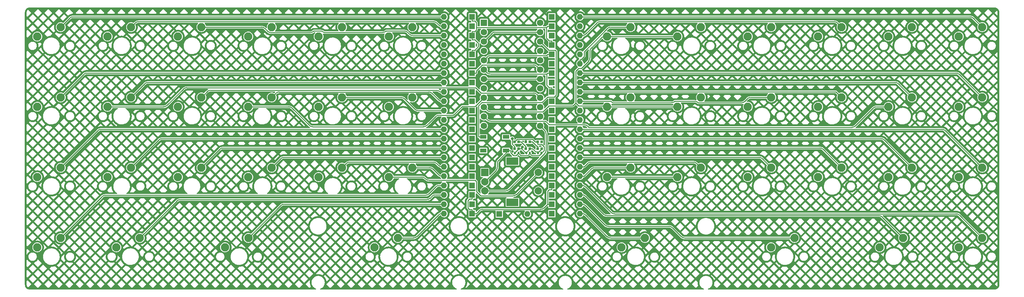
<source format=gbr>
%TF.GenerationSoftware,KiCad,Pcbnew,(6.0.7)*%
%TF.CreationDate,2022-10-27T18:43:27+02:00*%
%TF.ProjectId,skoosk,736b6f6f-736b-42e6-9b69-6361645f7063,rev?*%
%TF.SameCoordinates,Original*%
%TF.FileFunction,Copper,L1,Top*%
%TF.FilePolarity,Positive*%
%FSLAX46Y46*%
G04 Gerber Fmt 4.6, Leading zero omitted, Abs format (unit mm)*
G04 Created by KiCad (PCBNEW (6.0.7)) date 2022-10-27 18:43:27*
%MOMM*%
%LPD*%
G01*
G04 APERTURE LIST*
G04 Aperture macros list*
%AMRoundRect*
0 Rectangle with rounded corners*
0 $1 Rounding radius*
0 $2 $3 $4 $5 $6 $7 $8 $9 X,Y pos of 4 corners*
0 Add a 4 corners polygon primitive as box body*
4,1,4,$2,$3,$4,$5,$6,$7,$8,$9,$2,$3,0*
0 Add four circle primitives for the rounded corners*
1,1,$1+$1,$2,$3*
1,1,$1+$1,$4,$5*
1,1,$1+$1,$6,$7*
1,1,$1+$1,$8,$9*
0 Add four rect primitives between the rounded corners*
20,1,$1+$1,$2,$3,$4,$5,0*
20,1,$1+$1,$4,$5,$6,$7,0*
20,1,$1+$1,$6,$7,$8,$9,0*
20,1,$1+$1,$8,$9,$2,$3,0*%
G04 Aperture macros list end*
%TA.AperFunction,ComponentPad*%
%ADD10R,1.600000X1.600000*%
%TD*%
%TA.AperFunction,ComponentPad*%
%ADD11O,1.600000X1.600000*%
%TD*%
%TA.AperFunction,ComponentPad*%
%ADD12C,2.250000*%
%TD*%
%TA.AperFunction,SMDPad,CuDef*%
%ADD13R,0.700000X0.700000*%
%TD*%
%TA.AperFunction,ComponentPad*%
%ADD14R,1.752600X1.752600*%
%TD*%
%TA.AperFunction,ComponentPad*%
%ADD15C,1.752600*%
%TD*%
%TA.AperFunction,ComponentPad*%
%ADD16R,2.000000X2.000000*%
%TD*%
%TA.AperFunction,ComponentPad*%
%ADD17C,2.000000*%
%TD*%
%TA.AperFunction,ComponentPad*%
%ADD18R,3.200000X2.000000*%
%TD*%
%TA.AperFunction,SMDPad,CuDef*%
%ADD19RoundRect,0.140000X-0.140000X-0.170000X0.140000X-0.170000X0.140000X0.170000X-0.140000X0.170000X0*%
%TD*%
%TA.AperFunction,SMDPad,CuDef*%
%ADD20R,1.800000X1.100000*%
%TD*%
%TA.AperFunction,ViaPad*%
%ADD21C,0.800000*%
%TD*%
%TA.AperFunction,Conductor*%
%ADD22C,0.250000*%
%TD*%
%TA.AperFunction,Conductor*%
%ADD23C,0.254000*%
%TD*%
G04 APERTURE END LIST*
D10*
%TO.P,D28,1,K*%
%TO.N,ROW4*%
X128270000Y-51689000D03*
D11*
%TO.P,D28,2,A*%
%TO.N,Net-(D28-Pad2)*%
X120650000Y-51689000D03*
%TD*%
D12*
%TO.P,MX30,1,COL*%
%TO.N,COL2*%
X105727500Y-57023000D03*
%TO.P,MX30,2,ROW*%
%TO.N,Net-(D30-Pad2)*%
X112077500Y-54483000D03*
%TD*%
D13*
%TO.P,Drgb2,1,DOUT*%
%TO.N,Net-(Drgb2-Pad1)*%
X143933000Y-47503700D03*
%TO.P,Drgb2,2,VSS*%
%TO.N,GND*%
X142833000Y-47503700D03*
%TO.P,Drgb2,3,DIN*%
%TO.N,Net-(Drgb1-Pad1)*%
X142833000Y-49333700D03*
%TO.P,Drgb2,4,VDD*%
%TO.N,VCC*%
X143933000Y-49333700D03*
%TD*%
D14*
%TO.P,U1,1,TX0/PD3*%
%TO.N,unconnected-(U1-Pad1)*%
X131445000Y-15194700D03*
D15*
%TO.P,U1,2,RX1/PD2*%
%TO.N,rgb pin*%
X131445000Y-17734700D03*
%TO.P,U1,3,GND*%
%TO.N,GND*%
X131445000Y-20274700D03*
%TO.P,U1,4,GND*%
X131445000Y-22814700D03*
%TO.P,U1,5,2/PD1*%
%TO.N,ROW1*%
X131445000Y-25354700D03*
%TO.P,U1,6,3/PD0*%
%TO.N,ROW3*%
X131445000Y-27894700D03*
%TO.P,U1,7,4/PD4*%
%TO.N,ROW4*%
X131445000Y-30434700D03*
%TO.P,U1,8,5/PC6*%
%TO.N,ROW7*%
X131445000Y-32974700D03*
%TO.P,U1,9,6/PD7*%
%TO.N,COL1*%
X131445000Y-35514700D03*
%TO.P,U1,10,7/PE6*%
%TO.N,COL3*%
X131445000Y-38054700D03*
%TO.P,U1,11,8/PB4*%
%TO.N,COL5*%
X131445000Y-40594700D03*
%TO.P,U1,12,9/PB5*%
%TO.N,rotary_a*%
X131445000Y-43134700D03*
%TO.P,U1,13,10/PB6*%
%TO.N,rotary_b*%
X146685000Y-43134700D03*
%TO.P,U1,14,16/PB2*%
%TO.N,COL4*%
X146685000Y-40594700D03*
%TO.P,U1,15,14/PB3*%
%TO.N,COL2*%
X146685000Y-38054700D03*
%TO.P,U1,16,15/PB1*%
%TO.N,COL0*%
X146685000Y-35514700D03*
%TO.P,U1,17,A0/PF7*%
%TO.N,ROW6*%
X146685000Y-32974700D03*
%TO.P,U1,18,A1/PF6*%
%TO.N,ROW4*%
X146685000Y-30434700D03*
%TO.P,U1,19,A2/PF5*%
%TO.N,ROW2*%
X146685000Y-27894700D03*
%TO.P,U1,20,A3/PF4*%
%TO.N,ROW0*%
X146685000Y-25354700D03*
%TO.P,U1,21,VCC*%
%TO.N,VCC*%
X146685000Y-22814700D03*
%TO.P,U1,22,RST*%
%TO.N,Net-(SW1-Pad2)*%
X146685000Y-20274700D03*
%TO.P,U1,23,GND*%
%TO.N,GND*%
X146685000Y-17734700D03*
%TO.P,U1,24,RAW*%
%TO.N,unconnected-(U1-Pad24)*%
X146685000Y-15194700D03*
%TD*%
D12*
%TO.P,MX16,1,COL*%
%TO.N,COL1*%
X67627500Y-37973000D03*
%TO.P,MX16,2,ROW*%
%TO.N,Net-(D16-Pad2)*%
X73977500Y-35433000D03*
%TD*%
D10*
%TO.P,D3,1,K*%
%TO.N,ROW0*%
X128270000Y-18669000D03*
D11*
%TO.P,D3,2,A*%
%TO.N,Net-(D3-Pad2)*%
X120650000Y-18669000D03*
%TD*%
D12*
%TO.P,MX14,1,COL*%
%TO.N,COL0*%
X29527500Y-37973000D03*
%TO.P,MX14,2,ROW*%
%TO.N,Net-(D14-Pad2)*%
X35877500Y-35433000D03*
%TD*%
%TO.P,MX44,1,COL*%
%TO.N,COL5*%
X260096000Y-76073000D03*
%TO.P,MX44,2,ROW*%
%TO.N,Net-(D44-Pad2)*%
X266446000Y-73533000D03*
%TD*%
%TO.P,MX28,1,COL*%
%TO.N,COL1*%
X67627500Y-57023000D03*
%TO.P,MX28,2,ROW*%
%TO.N,Net-(D28-Pad2)*%
X73977500Y-54483000D03*
%TD*%
D10*
%TO.P,D14,1,K*%
%TO.N,ROW3*%
X128270000Y-31369000D03*
D11*
%TO.P,D14,2,A*%
%TO.N,Net-(D14-Pad2)*%
X120650000Y-31369000D03*
%TD*%
D10*
%TO.P,D43,1,K*%
%TO.N,ROW6*%
X149860000Y-61849000D03*
D11*
%TO.P,D43,2,A*%
%TO.N,Net-(D43-Pad2)*%
X157480000Y-61849000D03*
%TD*%
D12*
%TO.P,MX41,1,COL*%
%TO.N,COL3*%
X168741100Y-76079000D03*
%TO.P,MX41,2,ROW*%
%TO.N,Net-(D41-Pad2)*%
X175091100Y-73539000D03*
%TD*%
D10*
%TO.P,D2,1,K*%
%TO.N,ROW1*%
X128270000Y-16129000D03*
D11*
%TO.P,D2,2,A*%
%TO.N,Net-(D2-Pad2)*%
X120650000Y-16129000D03*
%TD*%
D10*
%TO.P,D23,1,K*%
%TO.N,ROW2*%
X149860000Y-31369000D03*
D11*
%TO.P,D23,2,A*%
%TO.N,Net-(D23-Pad2)*%
X157480000Y-31369000D03*
%TD*%
D12*
%TO.P,MX35,1,COL*%
%TO.N,COL5*%
X241046000Y-57023000D03*
%TO.P,MX35,2,ROW*%
%TO.N,Net-(D35-Pad2)*%
X247396000Y-54483000D03*
%TD*%
%TO.P,MX24,1,COL*%
%TO.N,COL5*%
X260096000Y-37973000D03*
%TO.P,MX24,2,ROW*%
%TO.N,Net-(D24-Pad2)*%
X266446000Y-35433000D03*
%TD*%
%TO.P,MX43,1,COL*%
%TO.N,COL5*%
X238658400Y-76073000D03*
%TO.P,MX43,2,ROW*%
%TO.N,Net-(D43-Pad2)*%
X245008400Y-73533000D03*
%TD*%
D16*
%TO.P,SW2,A,A*%
%TO.N,rotary_a*%
X131692000Y-55793000D03*
D17*
%TO.P,SW2,B,B*%
%TO.N,rotary_b*%
X131692000Y-60793000D03*
%TO.P,SW2,C,C*%
%TO.N,GND*%
X131692000Y-58293000D03*
D18*
%TO.P,SW2,MP*%
%TO.N,N/C*%
X139192000Y-52693000D03*
X139192000Y-63893000D03*
D17*
%TO.P,SW2,S1,S1*%
%TO.N,Net-(D51-Pad2)*%
X146192000Y-60793000D03*
%TO.P,SW2,S2,S2*%
%TO.N,COL2*%
X146192000Y-55793000D03*
%TD*%
D10*
%TO.P,D6,1,K*%
%TO.N,ROW1*%
X128270000Y-26289000D03*
D11*
%TO.P,D6,2,A*%
%TO.N,Net-(D6-Pad2)*%
X120650000Y-26289000D03*
%TD*%
D12*
%TO.P,MX26,1,COL*%
%TO.N,COL0*%
X29527500Y-57023000D03*
%TO.P,MX26,2,ROW*%
%TO.N,Net-(D26-Pad2)*%
X35877500Y-54483000D03*
%TD*%
D10*
%TO.P,D34,1,K*%
%TO.N,ROW4*%
X149860000Y-49149000D03*
D11*
%TO.P,D34,2,A*%
%TO.N,Net-(D34-Pad2)*%
X157480000Y-49149000D03*
%TD*%
D19*
%TO.P,Crgb3,1*%
%TO.N,VCC*%
X146106000Y-50546000D03*
%TO.P,Crgb3,2*%
%TO.N,GND*%
X147066000Y-50546000D03*
%TD*%
D12*
%TO.P,MX7,1,COL*%
%TO.N,COL3*%
X164846000Y-18923000D03*
%TO.P,MX7,2,ROW*%
%TO.N,Net-(D7-Pad2)*%
X171196000Y-16383000D03*
%TD*%
D19*
%TO.P,Crgb2,1*%
%TO.N,VCC*%
X142931000Y-50546000D03*
%TO.P,Crgb2,2*%
%TO.N,GND*%
X143891000Y-50546000D03*
%TD*%
D20*
%TO.P,SW1,1,1*%
%TO.N,GND*%
X137466000Y-49856000D03*
%TO.P,SW1,2,2*%
%TO.N,Net-(SW1-Pad2)*%
X131266000Y-46156000D03*
%TO.P,SW1,3*%
%TO.N,N/C*%
X137466000Y-46156000D03*
%TO.P,SW1,4*%
X131266000Y-49856000D03*
%TD*%
D12*
%TO.P,MX5,1,COL*%
%TO.N,COL2*%
X86677500Y-18923000D03*
%TO.P,MX5,2,ROW*%
%TO.N,Net-(D5-Pad2)*%
X93027500Y-16383000D03*
%TD*%
D10*
%TO.P,D5,1,K*%
%TO.N,ROW0*%
X128270000Y-23749000D03*
D11*
%TO.P,D5,2,A*%
%TO.N,Net-(D5-Pad2)*%
X120650000Y-23749000D03*
%TD*%
D12*
%TO.P,MX15,1,COL*%
%TO.N,COL1*%
X48577500Y-37973000D03*
%TO.P,MX15,2,ROW*%
%TO.N,Net-(D15-Pad2)*%
X54927500Y-35433000D03*
%TD*%
D10*
%TO.P,D40,1,K*%
%TO.N,ROW7*%
X128270000Y-66929000D03*
D11*
%TO.P,D40,2,A*%
%TO.N,Net-(D40-Pad2)*%
X120650000Y-66929000D03*
%TD*%
D10*
%TO.P,D4,1,K*%
%TO.N,ROW1*%
X128270000Y-21209000D03*
D11*
%TO.P,D4,2,A*%
%TO.N,Net-(D4-Pad2)*%
X120650000Y-21209000D03*
%TD*%
D10*
%TO.P,D24,1,K*%
%TO.N,ROW3*%
X149860000Y-28829000D03*
D11*
%TO.P,D24,2,A*%
%TO.N,Net-(D24-Pad2)*%
X157480000Y-28829000D03*
%TD*%
D12*
%TO.P,MX18,1,COL*%
%TO.N,COL2*%
X105727500Y-37973000D03*
%TO.P,MX18,2,ROW*%
%TO.N,Net-(D18-Pad2)*%
X112077500Y-35433000D03*
%TD*%
%TO.P,MX21,1,COL*%
%TO.N,COL4*%
X202946000Y-37973000D03*
%TO.P,MX21,2,ROW*%
%TO.N,Net-(D21-Pad2)*%
X209296000Y-35433000D03*
%TD*%
D10*
%TO.P,D39,1,K*%
%TO.N,ROW6*%
X128270000Y-64389000D03*
D11*
%TO.P,D39,2,A*%
%TO.N,Net-(D39-Pad2)*%
X120650000Y-64389000D03*
%TD*%
D12*
%TO.P,MX11,1,COL*%
%TO.N,COL5*%
X241046000Y-18923000D03*
%TO.P,MX11,2,ROW*%
%TO.N,Net-(D11-Pad2)*%
X247396000Y-16383000D03*
%TD*%
D10*
%TO.P,D27,1,K*%
%TO.N,ROW4*%
X128270000Y-49149000D03*
D11*
%TO.P,D27,2,A*%
%TO.N,Net-(D27-Pad2)*%
X120650000Y-49149000D03*
%TD*%
D10*
%TO.P,D30,1,K*%
%TO.N,ROW4*%
X128270000Y-56769000D03*
D11*
%TO.P,D30,2,A*%
%TO.N,Net-(D30-Pad2)*%
X120650000Y-56769000D03*
%TD*%
D10*
%TO.P,D22,1,K*%
%TO.N,ROW3*%
X149860000Y-33909000D03*
D11*
%TO.P,D22,2,A*%
%TO.N,Net-(D22-Pad2)*%
X157480000Y-33909000D03*
%TD*%
D10*
%TO.P,D18,1,K*%
%TO.N,ROW3*%
X128270000Y-41529000D03*
D11*
%TO.P,D18,2,A*%
%TO.N,Net-(D18-Pad2)*%
X120650000Y-41529000D03*
%TD*%
D12*
%TO.P,MX40,1,COL*%
%TO.N,COL2*%
X101803200Y-76073000D03*
%TO.P,MX40,2,ROW*%
%TO.N,Net-(D40-Pad2)*%
X108153200Y-73533000D03*
%TD*%
D10*
%TO.P,D21,1,K*%
%TO.N,ROW2*%
X149860000Y-36449000D03*
D11*
%TO.P,D21,2,A*%
%TO.N,Net-(D21-Pad2)*%
X157480000Y-36449000D03*
%TD*%
D10*
%TO.P,D36,1,K*%
%TO.N,ROW4*%
X149860000Y-44069000D03*
D11*
%TO.P,D36,2,A*%
%TO.N,Net-(D36-Pad2)*%
X157480000Y-44069000D03*
%TD*%
D12*
%TO.P,MX10,1,COL*%
%TO.N,COL4*%
X221996000Y-18923000D03*
%TO.P,MX10,2,ROW*%
%TO.N,Net-(D10-Pad2)*%
X228346000Y-16383000D03*
%TD*%
D10*
%TO.P,D31,1,K*%
%TO.N,ROW4*%
X149860000Y-56769000D03*
D11*
%TO.P,D31,2,A*%
%TO.N,Net-(D31-Pad2)*%
X157480000Y-56769000D03*
%TD*%
D10*
%TO.P,D32,1,K*%
%TO.N,ROW4*%
X149860000Y-54229000D03*
D11*
%TO.P,D32,2,A*%
%TO.N,Net-(D32-Pad2)*%
X157480000Y-54229000D03*
%TD*%
D12*
%TO.P,MX4,1,COL*%
%TO.N,COL1*%
X67627500Y-18923000D03*
%TO.P,MX4,2,ROW*%
%TO.N,Net-(D4-Pad2)*%
X73977500Y-16383000D03*
%TD*%
D13*
%TO.P,Drgb3,1,DOUT*%
%TO.N,unconnected-(Drgb3-Pad1)*%
X147108000Y-47503700D03*
%TO.P,Drgb3,2,VSS*%
%TO.N,GND*%
X146008000Y-47503700D03*
%TO.P,Drgb3,3,DIN*%
%TO.N,Net-(Drgb2-Pad1)*%
X146008000Y-49333700D03*
%TO.P,Drgb3,4,VDD*%
%TO.N,VCC*%
X147108000Y-49333700D03*
%TD*%
D12*
%TO.P,MX32,1,COL*%
%TO.N,COL3*%
X183896000Y-57023000D03*
%TO.P,MX32,2,ROW*%
%TO.N,Net-(D32-Pad2)*%
X190246000Y-54483000D03*
%TD*%
%TO.P,MX22,1,COL*%
%TO.N,COL4*%
X221996000Y-37973000D03*
%TO.P,MX22,2,ROW*%
%TO.N,Net-(D22-Pad2)*%
X228346000Y-35433000D03*
%TD*%
D10*
%TO.P,D35,1,K*%
%TO.N,ROW4*%
X149860000Y-46609000D03*
D11*
%TO.P,D35,2,A*%
%TO.N,Net-(D35-Pad2)*%
X157480000Y-46609000D03*
%TD*%
D10*
%TO.P,D12,1,K*%
%TO.N,ROW1*%
X149860000Y-13589000D03*
D11*
%TO.P,D12,2,A*%
%TO.N,Net-(D12-Pad2)*%
X157480000Y-13589000D03*
%TD*%
D12*
%TO.P,MX27,1,COL*%
%TO.N,COL1*%
X48577500Y-57023000D03*
%TO.P,MX27,2,ROW*%
%TO.N,Net-(D27-Pad2)*%
X54927500Y-54483000D03*
%TD*%
%TO.P,MX36,1,COL*%
%TO.N,COL5*%
X260096000Y-57023000D03*
%TO.P,MX36,2,ROW*%
%TO.N,Net-(D36-Pad2)*%
X266446000Y-54483000D03*
%TD*%
D10*
%TO.P,D9,1,K*%
%TO.N,ROW0*%
X149860000Y-21209000D03*
D11*
%TO.P,D9,2,A*%
%TO.N,Net-(D9-Pad2)*%
X157480000Y-21209000D03*
%TD*%
D12*
%TO.P,MX20,1,COL*%
%TO.N,COL3*%
X183896000Y-37973000D03*
%TO.P,MX20,2,ROW*%
%TO.N,Net-(D20-Pad2)*%
X190246000Y-35433000D03*
%TD*%
D10*
%TO.P,D15,1,K*%
%TO.N,ROW2*%
X128270000Y-33909000D03*
D11*
%TO.P,D15,2,A*%
%TO.N,Net-(D15-Pad2)*%
X120650000Y-33909000D03*
%TD*%
D10*
%TO.P,D51,1,K*%
%TO.N,ROW6*%
X135636000Y-67056000D03*
D11*
%TO.P,D51,2,A*%
%TO.N,Net-(D51-Pad2)*%
X143256000Y-67056000D03*
%TD*%
D10*
%TO.P,D7,1,K*%
%TO.N,ROW0*%
X149860000Y-26289000D03*
D11*
%TO.P,D7,2,A*%
%TO.N,Net-(D7-Pad2)*%
X157480000Y-26289000D03*
%TD*%
D12*
%TO.P,MX25,1,COL*%
%TO.N,COL0*%
X10477500Y-57023000D03*
%TO.P,MX25,2,ROW*%
%TO.N,Net-(D25-Pad2)*%
X16827500Y-54483000D03*
%TD*%
D10*
%TO.P,D33,1,K*%
%TO.N,ROW4*%
X149860000Y-51689000D03*
D11*
%TO.P,D33,2,A*%
%TO.N,Net-(D33-Pad2)*%
X157480000Y-51689000D03*
%TD*%
D10*
%TO.P,D17,1,K*%
%TO.N,ROW2*%
X128270000Y-38989000D03*
D11*
%TO.P,D17,2,A*%
%TO.N,Net-(D17-Pad2)*%
X120650000Y-38989000D03*
%TD*%
D10*
%TO.P,D16,1,K*%
%TO.N,ROW3*%
X128270000Y-36449000D03*
D11*
%TO.P,D16,2,A*%
%TO.N,Net-(D16-Pad2)*%
X120650000Y-36449000D03*
%TD*%
D12*
%TO.P,MX42,1,COL*%
%TO.N,COL4*%
X209219800Y-76073000D03*
%TO.P,MX42,2,ROW*%
%TO.N,Net-(D42-Pad2)*%
X215569800Y-73533000D03*
%TD*%
%TO.P,MX33,1,COL*%
%TO.N,COL4*%
X202946000Y-57023000D03*
%TO.P,MX33,2,ROW*%
%TO.N,Net-(D33-Pad2)*%
X209296000Y-54483000D03*
%TD*%
%TO.P,MX38,1,COL*%
%TO.N,COL0*%
X31902400Y-76073000D03*
%TO.P,MX38,2,ROW*%
%TO.N,Net-(D38-Pad2)*%
X38252400Y-73533000D03*
%TD*%
%TO.P,MX13,1,COL*%
%TO.N,COL0*%
X10477500Y-37973000D03*
%TO.P,MX13,2,ROW*%
%TO.N,Net-(D13-Pad2)*%
X16827500Y-35433000D03*
%TD*%
D10*
%TO.P,D42,1,K*%
%TO.N,ROW7*%
X149860000Y-64389000D03*
D11*
%TO.P,D42,2,A*%
%TO.N,Net-(D42-Pad2)*%
X157480000Y-64389000D03*
%TD*%
D12*
%TO.P,MX6,1,COL*%
%TO.N,COL2*%
X105727500Y-18923000D03*
%TO.P,MX6,2,ROW*%
%TO.N,Net-(D6-Pad2)*%
X112077500Y-16383000D03*
%TD*%
%TO.P,MX3,1,COL*%
%TO.N,COL1*%
X48577500Y-18923000D03*
%TO.P,MX3,2,ROW*%
%TO.N,Net-(D3-Pad2)*%
X54927500Y-16383000D03*
%TD*%
%TO.P,MX2,1,COL*%
%TO.N,COL0*%
X29527500Y-18923000D03*
%TO.P,MX2,2,ROW*%
%TO.N,Net-(D2-Pad2)*%
X35877500Y-16383000D03*
%TD*%
%TO.P,MX17,1,COL*%
%TO.N,COL2*%
X86677500Y-37973000D03*
%TO.P,MX17,2,ROW*%
%TO.N,Net-(D17-Pad2)*%
X93027500Y-35433000D03*
%TD*%
D10*
%TO.P,D11,1,K*%
%TO.N,ROW0*%
X149860000Y-16129000D03*
D11*
%TO.P,D11,2,A*%
%TO.N,Net-(D11-Pad2)*%
X157480000Y-16129000D03*
%TD*%
D12*
%TO.P,MX1,1,COL*%
%TO.N,COL0*%
X10477500Y-18923000D03*
%TO.P,MX1,2,ROW*%
%TO.N,Net-(D1-Pad2)*%
X16827500Y-16383000D03*
%TD*%
D10*
%TO.P,D25,1,K*%
%TO.N,ROW4*%
X128270000Y-44069000D03*
D11*
%TO.P,D25,2,A*%
%TO.N,Net-(D25-Pad2)*%
X120650000Y-44069000D03*
%TD*%
D12*
%TO.P,MX37,1,COL*%
%TO.N,COL0*%
X10477500Y-76073000D03*
%TO.P,MX37,2,ROW*%
%TO.N,Net-(D37-Pad2)*%
X16827500Y-73533000D03*
%TD*%
%TO.P,MX39,1,COL*%
%TO.N,COL1*%
X61315600Y-76073000D03*
%TO.P,MX39,2,ROW*%
%TO.N,Net-(D39-Pad2)*%
X67665600Y-73533000D03*
%TD*%
D10*
%TO.P,D19,1,K*%
%TO.N,ROW2*%
X149860000Y-41529000D03*
D11*
%TO.P,D19,2,A*%
%TO.N,Net-(D19-Pad2)*%
X157480000Y-41529000D03*
%TD*%
D10*
%TO.P,D8,1,K*%
%TO.N,ROW1*%
X149860000Y-23749000D03*
D11*
%TO.P,D8,2,A*%
%TO.N,Net-(D8-Pad2)*%
X157480000Y-23749000D03*
%TD*%
D12*
%TO.P,MX23,1,COL*%
%TO.N,COL5*%
X241046000Y-37973000D03*
%TO.P,MX23,2,ROW*%
%TO.N,Net-(D23-Pad2)*%
X247396000Y-35433000D03*
%TD*%
D10*
%TO.P,D44,1,K*%
%TO.N,ROW7*%
X149860000Y-59309000D03*
D11*
%TO.P,D44,2,A*%
%TO.N,Net-(D44-Pad2)*%
X157480000Y-59309000D03*
%TD*%
D12*
%TO.P,MX9,1,COL*%
%TO.N,COL4*%
X202946000Y-18923000D03*
%TO.P,MX9,2,ROW*%
%TO.N,Net-(D9-Pad2)*%
X209296000Y-16383000D03*
%TD*%
D10*
%TO.P,D20,1,K*%
%TO.N,ROW3*%
X149860000Y-38989000D03*
D11*
%TO.P,D20,2,A*%
%TO.N,Net-(D20-Pad2)*%
X157480000Y-38989000D03*
%TD*%
D12*
%TO.P,MX34,1,COL*%
%TO.N,COL4*%
X221996000Y-57023000D03*
%TO.P,MX34,2,ROW*%
%TO.N,Net-(D34-Pad2)*%
X228346000Y-54483000D03*
%TD*%
D10*
%TO.P,D26,1,K*%
%TO.N,ROW4*%
X128270000Y-46609000D03*
D11*
%TO.P,D26,2,A*%
%TO.N,Net-(D26-Pad2)*%
X120650000Y-46609000D03*
%TD*%
D13*
%TO.P,Drgb1,1,DOUT*%
%TO.N,Net-(Drgb1-Pad1)*%
X140885000Y-47503700D03*
%TO.P,Drgb1,2,VSS*%
%TO.N,GND*%
X139785000Y-47503700D03*
%TO.P,Drgb1,3,DIN*%
%TO.N,rgb pin*%
X139785000Y-49333700D03*
%TO.P,Drgb1,4,VDD*%
%TO.N,VCC*%
X140885000Y-49333700D03*
%TD*%
D19*
%TO.P,Crgb1,1*%
%TO.N,VCC*%
X139855000Y-50546000D03*
%TO.P,Crgb1,2*%
%TO.N,GND*%
X140815000Y-50546000D03*
%TD*%
D10*
%TO.P,D1,1,K*%
%TO.N,ROW0*%
X128270000Y-13589000D03*
D11*
%TO.P,D1,2,A*%
%TO.N,Net-(D1-Pad2)*%
X120650000Y-13589000D03*
%TD*%
D10*
%TO.P,D13,1,K*%
%TO.N,ROW2*%
X128270000Y-28829000D03*
D11*
%TO.P,D13,2,A*%
%TO.N,Net-(D13-Pad2)*%
X120650000Y-28829000D03*
%TD*%
D12*
%TO.P,MX19,1,COL*%
%TO.N,COL3*%
X164846000Y-37973000D03*
%TO.P,MX19,2,ROW*%
%TO.N,Net-(D19-Pad2)*%
X171196000Y-35433000D03*
%TD*%
D10*
%TO.P,D29,1,K*%
%TO.N,ROW4*%
X128270000Y-54229000D03*
D11*
%TO.P,D29,2,A*%
%TO.N,Net-(D29-Pad2)*%
X120650000Y-54229000D03*
%TD*%
D12*
%TO.P,MX12,1,COL*%
%TO.N,COL5*%
X260096000Y-18923000D03*
%TO.P,MX12,2,ROW*%
%TO.N,Net-(D12-Pad2)*%
X266446000Y-16383000D03*
%TD*%
D10*
%TO.P,D10,1,K*%
%TO.N,ROW1*%
X149860000Y-18669000D03*
D11*
%TO.P,D10,2,A*%
%TO.N,Net-(D10-Pad2)*%
X157480000Y-18669000D03*
%TD*%
D10*
%TO.P,D41,1,K*%
%TO.N,ROW6*%
X149860000Y-66929000D03*
D11*
%TO.P,D41,2,A*%
%TO.N,Net-(D41-Pad2)*%
X157480000Y-66929000D03*
%TD*%
D12*
%TO.P,MX31,1,COL*%
%TO.N,COL3*%
X164846000Y-57023000D03*
%TO.P,MX31,2,ROW*%
%TO.N,Net-(D31-Pad2)*%
X171196000Y-54483000D03*
%TD*%
D10*
%TO.P,D37,1,K*%
%TO.N,ROW6*%
X128270000Y-59309000D03*
D11*
%TO.P,D37,2,A*%
%TO.N,Net-(D37-Pad2)*%
X120650000Y-59309000D03*
%TD*%
D12*
%TO.P,MX29,1,COL*%
%TO.N,COL2*%
X86677500Y-57023000D03*
%TO.P,MX29,2,ROW*%
%TO.N,Net-(D29-Pad2)*%
X93027500Y-54483000D03*
%TD*%
%TO.P,MX8,1,COL*%
%TO.N,COL3*%
X183896000Y-18923000D03*
%TO.P,MX8,2,ROW*%
%TO.N,Net-(D8-Pad2)*%
X190246000Y-16383000D03*
%TD*%
D10*
%TO.P,D38,1,K*%
%TO.N,ROW7*%
X128270000Y-61849000D03*
D11*
%TO.P,D38,2,A*%
%TO.N,Net-(D38-Pad2)*%
X120650000Y-61849000D03*
%TD*%
D21*
%TO.N,VCC*%
X141859000Y-48940600D03*
%TO.N,rgb pin*%
X139109800Y-46605600D03*
%TD*%
D22*
%TO.N,COL0*%
X45613775Y-37601025D02*
X50059026Y-33155774D01*
X129249200Y-32783800D02*
X130710100Y-34244700D01*
X29527500Y-37973000D02*
X44715749Y-37973000D01*
X145786975Y-34616675D02*
X146685000Y-35514700D01*
X130710100Y-34244700D02*
X144888949Y-34244700D01*
X50957051Y-32783800D02*
X129249200Y-32783800D01*
X44715749Y-37973034D02*
G75*
G03*
X45613775Y-37601025I-49J1270034D01*
G01*
X144888949Y-34244666D02*
G75*
G02*
X145786975Y-34616675I-49J-1270034D01*
G01*
X50059050Y-33155798D02*
G75*
G02*
X50957051Y-32783800I898050J-898002D01*
G01*
%TO.N,ROW0*%
X128973200Y-19794100D02*
X129931900Y-20752800D01*
X148399200Y-16464700D02*
X148399200Y-19326300D01*
X128973200Y-17543900D02*
X128270000Y-17543900D01*
X129931900Y-21665200D02*
X128973200Y-22623900D01*
X128270000Y-18669000D02*
X128270000Y-19794100D01*
X128270000Y-19794100D02*
X128973200Y-19794100D01*
X128270000Y-13589000D02*
X128270000Y-14714100D01*
X129395100Y-16464700D02*
X129395100Y-17122000D01*
X128270000Y-14714100D02*
X128973200Y-14714100D01*
X148399200Y-16464700D02*
X148734900Y-16129000D01*
X149860000Y-16129000D02*
X148734900Y-16129000D01*
X129395100Y-17122000D02*
X128973200Y-17543900D01*
X128270000Y-18669000D02*
X128270000Y-17543900D01*
X128973200Y-22623900D02*
X128270000Y-22623900D01*
X129395100Y-15136000D02*
X129395100Y-16464700D01*
X149860000Y-21209000D02*
X149860000Y-20083900D01*
X149156800Y-20083900D02*
X149860000Y-20083900D01*
X128973200Y-14714100D02*
X129395100Y-15136000D01*
X129931900Y-20752800D02*
X129931900Y-21665200D01*
X128270000Y-23749000D02*
X128270000Y-22623900D01*
X129395100Y-16464700D02*
X148399200Y-16464700D01*
X148399200Y-19326300D02*
X149156800Y-20083900D01*
%TO.N,Net-(D1-Pad2)*%
X120650000Y-13589000D02*
X20147551Y-13589000D01*
X19249525Y-13960975D02*
X16827500Y-16383000D01*
X20147551Y-13588966D02*
G75*
G03*
X19249525Y-13960975I49J-1270034D01*
G01*
%TO.N,COL1*%
X116530375Y-42473625D02*
X115992774Y-43011226D01*
X78604249Y-37973000D02*
X67627500Y-37973000D01*
X125582400Y-37863800D02*
X123187200Y-40259000D01*
X84168525Y-43011225D02*
X79502275Y-38344975D01*
X123187200Y-40259000D02*
X119311451Y-40259000D01*
X115094749Y-43383200D02*
X85066551Y-43383200D01*
X118413426Y-40630974D02*
X116570775Y-42473625D01*
X116570775Y-42473625D02*
X116530375Y-42473625D01*
X131445000Y-35514700D02*
X129095900Y-37863800D01*
X129095900Y-37863800D02*
X125582400Y-37863800D01*
X78604249Y-37972966D02*
G75*
G02*
X79502275Y-38344975I-49J-1270034D01*
G01*
X85066551Y-43383234D02*
G75*
G02*
X84168525Y-43011225I49J1270034D01*
G01*
X115094749Y-43383234D02*
G75*
G03*
X115992774Y-43011226I-49J1270034D01*
G01*
X118413450Y-40630998D02*
G75*
G02*
X119311451Y-40259000I898050J-898002D01*
G01*
%TO.N,ROW1*%
X149860000Y-23749000D02*
X148734900Y-23749000D01*
X132343025Y-24456675D02*
X131445000Y-25354700D01*
X148734900Y-23749000D02*
X148399200Y-24084700D01*
X148399200Y-24084700D02*
X133241051Y-24084700D01*
X133241051Y-24084666D02*
G75*
G03*
X132343025Y-24456675I49J-1270034D01*
G01*
%TO.N,Net-(D2-Pad2)*%
X35877500Y-16383000D02*
X36997526Y-15262974D01*
X37895551Y-14891000D02*
X117760849Y-14891000D01*
X118658875Y-15262975D02*
X119152926Y-15757026D01*
X120650000Y-16129000D02*
X120050951Y-16129000D01*
X118658851Y-15262999D02*
G75*
G03*
X117760849Y-14891000I-898051J-898001D01*
G01*
X119152950Y-15757002D02*
G75*
G03*
X120050951Y-16129000I898050J898002D01*
G01*
X36997550Y-15262998D02*
G75*
G02*
X37895551Y-14891000I898050J-898002D01*
G01*
%TO.N,COL2*%
X116545751Y-57894000D02*
X129105000Y-57894000D01*
X129451750Y-60946650D02*
X130631500Y-62126400D01*
X115520675Y-57394975D02*
X115647726Y-57522026D01*
X130631500Y-62126400D02*
X139332549Y-62126400D01*
X140230575Y-61754425D02*
X146192000Y-55793000D01*
X105727500Y-57023000D02*
X114622649Y-57023000D01*
X129105000Y-57894000D02*
X129451750Y-58240750D01*
X129451750Y-58240750D02*
X129451750Y-60946650D01*
X140230551Y-61754401D02*
G75*
G02*
X139332549Y-62126400I-898051J898001D01*
G01*
X114622649Y-57022966D02*
G75*
G02*
X115520675Y-57394975I-49J-1270034D01*
G01*
X116545751Y-57894034D02*
G75*
G02*
X115647726Y-57522026I49J1270034D01*
G01*
%TO.N,Net-(D3-Pad2)*%
X88134500Y-17840000D02*
X104021049Y-17840000D01*
X85289175Y-17500725D02*
X85353200Y-17436700D01*
X73794451Y-17872700D02*
X84391149Y-17872700D01*
X104919075Y-17468025D02*
X104954200Y-17432900D01*
X112201651Y-18669000D02*
X120650000Y-18669000D01*
X110811475Y-17804875D02*
X111303626Y-18297026D01*
X54927500Y-16383000D02*
X71252649Y-16383000D01*
X88103175Y-17808675D02*
X88134500Y-17840000D01*
X104954200Y-17432900D02*
X109913449Y-17432900D01*
X85353200Y-17436700D02*
X87205149Y-17436700D01*
X72150675Y-16754975D02*
X72896426Y-17500726D01*
X88103151Y-17808699D02*
G75*
G03*
X87205149Y-17436700I-898051J-898001D01*
G01*
X84391149Y-17872734D02*
G75*
G03*
X85289175Y-17500725I-49J1270034D01*
G01*
X71252649Y-16382966D02*
G75*
G02*
X72150675Y-16754975I-49J-1270034D01*
G01*
X104919051Y-17468001D02*
G75*
G02*
X104021049Y-17840000I-898051J898001D01*
G01*
X109913449Y-17432866D02*
G75*
G02*
X110811475Y-17804875I-49J-1270034D01*
G01*
X111303650Y-18297002D02*
G75*
G03*
X112201651Y-18669000I898050J898002D01*
G01*
X73794451Y-17872734D02*
G75*
G02*
X72896426Y-17500726I49J1270034D01*
G01*
%TO.N,COL3*%
X164846000Y-18923000D02*
X164178251Y-18923000D01*
X183896000Y-57023000D02*
X164846000Y-57023000D01*
X157843500Y-27559000D02*
X157099200Y-27559000D01*
X147446000Y-39324700D02*
X133241051Y-39324700D01*
X164592000Y-37719000D02*
X164846000Y-37973000D01*
X149066600Y-37704100D02*
X147446000Y-39324700D01*
X160142300Y-23725451D02*
X160142300Y-24734149D01*
X164846000Y-37973000D02*
X183896000Y-37973000D01*
X163280225Y-19294975D02*
X160544374Y-22030826D01*
X155582100Y-37704100D02*
X149066600Y-37704100D01*
X156326300Y-28331900D02*
X156326300Y-36959900D01*
X183896000Y-18923000D02*
X164846000Y-18923000D01*
X156326300Y-36959900D02*
X155582100Y-37704100D01*
X160172400Y-22928851D02*
X160172400Y-23695351D01*
X132343025Y-38952725D02*
X131445000Y-38054700D01*
X157099200Y-27559000D02*
X156326300Y-28331900D01*
X156326300Y-36959900D02*
X157085400Y-37719000D01*
X160172400Y-23695351D02*
X160142300Y-23725451D01*
X159770325Y-25632175D02*
X157843500Y-27559000D01*
X157085400Y-37719000D02*
X164592000Y-37719000D01*
X133241051Y-39324734D02*
G75*
G02*
X132343025Y-38952725I49J1270034D01*
G01*
X159770301Y-25632151D02*
G75*
G03*
X160142300Y-24734149I-898001J898051D01*
G01*
X163280249Y-19294999D02*
G75*
G02*
X164178251Y-18923000I898051J-898001D01*
G01*
X160544398Y-22030850D02*
G75*
G03*
X160172400Y-22928851I898002J-898050D01*
G01*
%TO.N,Net-(D7-Pad2)*%
X157761400Y-25163900D02*
X158605100Y-24320200D01*
X157480000Y-26289000D02*
X157480000Y-25163900D01*
X165824251Y-16383000D02*
X171196000Y-16383000D01*
X158605100Y-23076100D02*
X164926226Y-16754974D01*
X158605100Y-24320200D02*
X158605100Y-23076100D01*
X157480000Y-25163900D02*
X157761400Y-25163900D01*
X164926250Y-16754998D02*
G75*
G02*
X165824251Y-16383000I898050J-898002D01*
G01*
%TO.N,COL5*%
X159867600Y-43535600D02*
X231172749Y-43535600D01*
X232070775Y-43163625D02*
X236889426Y-38344974D01*
X237787451Y-37973000D02*
X241046000Y-37973000D01*
X159549575Y-43217575D02*
X159867600Y-43535600D01*
X148125600Y-41864700D02*
X149106500Y-42845600D01*
X131445000Y-40594700D02*
X132343025Y-41492725D01*
X149106500Y-42845600D02*
X158651549Y-42845600D01*
X133241051Y-41864700D02*
X148125600Y-41864700D01*
X231172749Y-43535634D02*
G75*
G03*
X232070775Y-43163625I-49J1270034D01*
G01*
X133241051Y-41864734D02*
G75*
G02*
X132343025Y-41492725I49J1270034D01*
G01*
X236889450Y-38344998D02*
G75*
G02*
X237787451Y-37973000I898050J-898002D01*
G01*
X159549551Y-43217599D02*
G75*
G03*
X158651549Y-42845600I-898051J-898001D01*
G01*
%TO.N,Net-(D10-Pad2)*%
X162899351Y-14900800D02*
X226337749Y-14900800D01*
X158977075Y-18297025D02*
X162001326Y-15272774D01*
X227235775Y-15272775D02*
X228346000Y-16383000D01*
X157480000Y-18669000D02*
X158079049Y-18669000D01*
X226337749Y-14900766D02*
G75*
G02*
X227235775Y-15272775I-49J-1270034D01*
G01*
X162899351Y-14900766D02*
G75*
G03*
X162001326Y-15272774I49J-1270034D01*
G01*
X158977051Y-18297001D02*
G75*
G02*
X158079049Y-18669000I-898051J898001D01*
G01*
%TO.N,Net-(D12-Pad2)*%
X266446000Y-16383000D02*
X264023974Y-13960974D01*
X263125949Y-13589000D02*
X157480000Y-13589000D01*
X264023950Y-13960998D02*
G75*
G03*
X263125949Y-13589000I-898050J-898002D01*
G01*
%TO.N,Net-(D13-Pad2)*%
X120650000Y-28829000D02*
X23957551Y-28829000D01*
X23059525Y-29200975D02*
X16827500Y-35433000D01*
X23059549Y-29200999D02*
G75*
G02*
X23957551Y-28829000I898051J-898001D01*
G01*
%TO.N,Net-(D14-Pad2)*%
X39569525Y-31740975D02*
X35877500Y-35433000D01*
X120650000Y-31369000D02*
X40467551Y-31369000D01*
X39569549Y-31740999D02*
G75*
G02*
X40467551Y-31369000I898051J-898001D01*
G01*
%TO.N,Net-(D15-Pad2)*%
X119524900Y-33909000D02*
X119501874Y-33885974D01*
X118603849Y-33514000D02*
X57372551Y-33514000D01*
X56474525Y-33885975D02*
X54927500Y-35433000D01*
X120650000Y-33909000D02*
X119524900Y-33909000D01*
X57372551Y-33513966D02*
G75*
G03*
X56474525Y-33885975I49J-1270034D01*
G01*
X119501850Y-33885998D02*
G75*
G03*
X118603849Y-33514000I-898050J-898002D01*
G01*
%TO.N,Net-(D16-Pad2)*%
X75070825Y-34339675D02*
X73977500Y-35433000D01*
X120650000Y-36449000D02*
X120050951Y-36449000D01*
X119152925Y-36077025D02*
X117415574Y-34339674D01*
X116517549Y-33967700D02*
X75968851Y-33967700D01*
X75070849Y-34339699D02*
G75*
G02*
X75968851Y-33967700I898051J-898001D01*
G01*
X116517549Y-33967666D02*
G75*
G02*
X117415574Y-34339674I-49J-1270034D01*
G01*
X119152949Y-36077001D02*
G75*
G03*
X120050951Y-36449000I898051J898001D01*
G01*
%TO.N,Net-(D17-Pad2)*%
X109914775Y-35804975D02*
X112726826Y-38617026D01*
X93027500Y-35433000D02*
X109016749Y-35433000D01*
X113624851Y-38989000D02*
X120650000Y-38989000D01*
X113624851Y-38989034D02*
G75*
G02*
X112726826Y-38617026I49J1270034D01*
G01*
X109914751Y-35804999D02*
G75*
G03*
X109016749Y-35433000I-898051J-898001D01*
G01*
%TO.N,Net-(D21-Pad2)*%
X189476975Y-36862775D02*
X189536900Y-36922700D01*
X183129575Y-36518025D02*
X183156800Y-36490800D01*
X157480000Y-36449000D02*
X165862000Y-36449000D01*
X202072875Y-36550725D02*
X202818626Y-35804974D01*
X189536900Y-36922700D02*
X201174849Y-36922700D01*
X203716651Y-35433000D02*
X209296000Y-35433000D01*
X166303000Y-36890000D02*
X182231549Y-36890000D01*
X183156800Y-36490800D02*
X188578949Y-36490800D01*
X165862000Y-36449000D02*
X166303000Y-36890000D01*
X202072851Y-36550701D02*
G75*
G02*
X201174849Y-36922700I-898051J898001D01*
G01*
X203716651Y-35432966D02*
G75*
G03*
X202818626Y-35804974I49J-1270034D01*
G01*
X183129551Y-36518001D02*
G75*
G02*
X182231549Y-36890000I-898051J898001D01*
G01*
X188578949Y-36490766D02*
G75*
G02*
X189476975Y-36862775I-49J-1270034D01*
G01*
%TO.N,Net-(D22-Pad2)*%
X226822000Y-33909000D02*
X157480000Y-33909000D01*
X228346000Y-35433000D02*
X226822000Y-33909000D01*
%TO.N,Net-(D23-Pad2)*%
X247396000Y-35433000D02*
X243703974Y-31740974D01*
X242805949Y-31369000D02*
X157480000Y-31369000D01*
X242805949Y-31368966D02*
G75*
G02*
X243703974Y-31740974I-49J-1270034D01*
G01*
%TO.N,Net-(D24-Pad2)*%
X260213975Y-29200975D02*
X266446000Y-35433000D01*
X157480000Y-28829000D02*
X259315949Y-28829000D01*
X259315949Y-28828966D02*
G75*
G02*
X260213975Y-29200975I-49J-1270034D01*
G01*
%TO.N,Net-(D25-Pad2)*%
X26869525Y-44440975D02*
X16827500Y-54483000D01*
X120650000Y-44069000D02*
X27767551Y-44069000D01*
X26869549Y-44440999D02*
G75*
G02*
X27767551Y-44069000I898051J-898001D01*
G01*
%TO.N,Net-(D26-Pad2)*%
X43379525Y-46980975D02*
X35877500Y-54483000D01*
X120650000Y-46609000D02*
X44277551Y-46609000D01*
X43379549Y-46980999D02*
G75*
G02*
X44277551Y-46609000I898051J-898001D01*
G01*
%TO.N,Net-(D27-Pad2)*%
X60787551Y-49149000D02*
X120650000Y-49149000D01*
X54927500Y-54483000D02*
X59889526Y-49520974D01*
X60787551Y-49148966D02*
G75*
G03*
X59889526Y-49520974I49J-1270034D01*
G01*
%TO.N,Net-(D28-Pad2)*%
X77297551Y-51689000D02*
X120650000Y-51689000D01*
X73977500Y-54483000D02*
X76399526Y-52060974D01*
X76399550Y-52060998D02*
G75*
G02*
X77297551Y-51689000I898050J-898002D01*
G01*
%TO.N,Net-(D29-Pad2)*%
X118658875Y-53362975D02*
X119152926Y-53857026D01*
X95045551Y-52991000D02*
X117760849Y-52991000D01*
X93027500Y-54483000D02*
X94147526Y-53362974D01*
X120650000Y-54229000D02*
X120050951Y-54229000D01*
X95045551Y-52990966D02*
G75*
G03*
X94147526Y-53362974I49J-1270034D01*
G01*
X119152950Y-53857002D02*
G75*
G03*
X120050951Y-54229000I898050J898002D01*
G01*
X118658851Y-53362999D02*
G75*
G03*
X117760849Y-52991000I-898051J-898001D01*
G01*
%TO.N,Net-(D30-Pad2)*%
X116712849Y-54483000D02*
X112077500Y-54483000D01*
X120650000Y-56769000D02*
X120050951Y-56769000D01*
X119152925Y-56397025D02*
X117610874Y-54854974D01*
X120050951Y-56769034D02*
G75*
G02*
X119152925Y-56397025I49J1270034D01*
G01*
X116712849Y-54482966D02*
G75*
G02*
X117610874Y-54854974I-49J-1270034D01*
G01*
%TO.N,Net-(D31-Pad2)*%
X171196000Y-54483000D02*
X161417151Y-54483000D01*
X157480000Y-56769000D02*
X158605100Y-56769000D01*
X160519125Y-54854975D02*
X158605100Y-56769000D01*
X160519149Y-54854999D02*
G75*
G02*
X161417151Y-54483000I898051J-898001D01*
G01*
%TO.N,Net-(D32-Pad2)*%
X157480000Y-54229000D02*
X158605100Y-54229000D01*
X188227949Y-52991000D02*
X160369151Y-52991000D01*
X159471125Y-53362975D02*
X158605100Y-54229000D01*
X190246000Y-54483000D02*
X189125974Y-53362974D01*
X160369151Y-52990966D02*
G75*
G03*
X159471125Y-53362975I49J-1270034D01*
G01*
X189125950Y-53362998D02*
G75*
G03*
X188227949Y-52991000I-898050J-898002D01*
G01*
%TO.N,Net-(D33-Pad2)*%
X205975949Y-51689000D02*
X157480000Y-51689000D01*
X209296000Y-54483000D02*
X206873974Y-52060974D01*
X205975949Y-51688966D02*
G75*
G02*
X206873974Y-52060974I-49J-1270034D01*
G01*
%TO.N,Net-(D34-Pad2)*%
X222485949Y-49149000D02*
X157480000Y-49149000D01*
X228346000Y-54483000D02*
X223383974Y-49520974D01*
X222485949Y-49148966D02*
G75*
G02*
X223383974Y-49520974I-49J-1270034D01*
G01*
%TO.N,Net-(D35-Pad2)*%
X157480000Y-46609000D02*
X238995949Y-46609000D01*
X239893975Y-46980975D02*
X247396000Y-54483000D01*
X239893951Y-46980999D02*
G75*
G03*
X238995949Y-46609000I-898051J-898001D01*
G01*
%TO.N,Net-(D36-Pad2)*%
X255505949Y-44069000D02*
X157480000Y-44069000D01*
X266446000Y-54483000D02*
X256403974Y-44440974D01*
X256403950Y-44440998D02*
G75*
G03*
X255505949Y-44069000I-898050J-898002D01*
G01*
D23*
%TO.N,Net-(D37-Pad2)*%
X16827500Y-73533000D02*
X28012526Y-62347974D01*
X28910551Y-61976000D02*
X115602749Y-61976000D01*
X116500775Y-61604025D02*
X118423826Y-59680974D01*
X119321851Y-59309000D02*
X120650000Y-59309000D01*
X119321851Y-59308966D02*
G75*
G03*
X118423826Y-59680974I49J-1270034D01*
G01*
X115602749Y-61976034D02*
G75*
G03*
X116500775Y-61604025I-49J1270034D01*
G01*
X28910551Y-61975966D02*
G75*
G03*
X28012526Y-62347974I49J-1270034D01*
G01*
%TO.N,Net-(D38-Pad2)*%
X116856375Y-62772425D02*
X117407826Y-62220974D01*
X118305851Y-61849000D02*
X120650000Y-61849000D01*
X49167051Y-63144400D02*
X115958349Y-63144400D01*
X38252400Y-73533000D02*
X48269026Y-63516374D01*
X118305851Y-61848966D02*
G75*
G03*
X117407826Y-62220974I49J-1270034D01*
G01*
X115958349Y-63144434D02*
G75*
G03*
X116856375Y-62772425I-49J1270034D01*
G01*
X49167051Y-63144366D02*
G75*
G03*
X48269026Y-63516374I49J-1270034D01*
G01*
D22*
%TO.N,Net-(D39-Pad2)*%
X77335651Y-64389000D02*
X120650000Y-64389000D01*
X67665600Y-73533000D02*
X76437626Y-64760974D01*
X77335651Y-64388966D02*
G75*
G03*
X76437626Y-64760974I49J-1270034D01*
G01*
%TO.N,Net-(D40-Pad2)*%
X120650000Y-66929000D02*
X120050951Y-66929000D01*
X113292875Y-73161025D02*
X119152926Y-67300974D01*
X108153200Y-73533000D02*
X112394849Y-73533000D01*
X120050951Y-66928966D02*
G75*
G03*
X119152926Y-67300974I49J-1270034D01*
G01*
X112394849Y-73533034D02*
G75*
G03*
X113292875Y-73161025I-49J1270034D01*
G01*
%TO.N,Net-(D41-Pad2)*%
X165741151Y-73539000D02*
X175091100Y-73539000D01*
X157480000Y-66929000D02*
X158079049Y-66929000D01*
X158977075Y-67300975D02*
X164843126Y-73167026D01*
X158079049Y-66928966D02*
G75*
G02*
X158977075Y-67300975I-49J-1270034D01*
G01*
X165741151Y-73539034D02*
G75*
G02*
X164843126Y-73167026I49J1270034D01*
G01*
%TO.N,Net-(D42-Pad2)*%
X185794251Y-73533000D02*
X215569800Y-73533000D01*
X165136351Y-70394200D02*
X181603349Y-70394200D01*
X157480000Y-64389000D02*
X158079049Y-64389000D01*
X158977075Y-64760975D02*
X164238326Y-70022226D01*
X182501375Y-70766175D02*
X184896226Y-73161026D01*
X182501351Y-70766199D02*
G75*
G03*
X181603349Y-70394200I-898051J-898001D01*
G01*
X165136351Y-70394234D02*
G75*
G02*
X164238326Y-70022226I49J1270034D01*
G01*
X158977051Y-64760999D02*
G75*
G03*
X158079049Y-64389000I-898051J-898001D01*
G01*
X185794251Y-73533034D02*
G75*
G02*
X184896226Y-73161026I49J1270034D01*
G01*
%TO.N,Net-(D43-Pad2)*%
X238420699Y-67471350D02*
X164753501Y-67471350D01*
X157480000Y-61849000D02*
X158079049Y-61849000D01*
X163855475Y-67099375D02*
X158977074Y-62220974D01*
X245008400Y-73533000D02*
X239318724Y-67843324D01*
X158977050Y-62220998D02*
G75*
G03*
X158079049Y-61849000I-898050J-898002D01*
G01*
X238420699Y-67471337D02*
G75*
G02*
X239318723Y-67843325I1J-1269963D01*
G01*
X163855485Y-67099365D02*
G75*
G03*
X164753501Y-67471350I898015J897965D01*
G01*
%TO.N,Net-(D44-Pad2)*%
X260291275Y-67378275D02*
X266446000Y-73533000D01*
X158977075Y-59680975D02*
X165930426Y-66634326D01*
X166828451Y-67006300D02*
X259393249Y-67006300D01*
X157480000Y-59309000D02*
X158079049Y-59309000D01*
X158977051Y-59680999D02*
G75*
G03*
X158079049Y-59309000I-898051J-898001D01*
G01*
X260291251Y-67378299D02*
G75*
G03*
X259393249Y-67006300I-898051J-898001D01*
G01*
X166828451Y-67006334D02*
G75*
G02*
X165930426Y-66634326I49J1270034D01*
G01*
%TO.N,ROW2*%
X129395100Y-28213700D02*
X130984100Y-26624700D01*
X145786975Y-26996675D02*
X146685000Y-27894700D01*
X129395100Y-28829000D02*
X129395100Y-28213700D01*
X128270000Y-28829000D02*
X129395100Y-28829000D01*
X130984100Y-26624700D02*
X144888949Y-26624700D01*
X144888949Y-26624666D02*
G75*
G02*
X145786975Y-26996675I-49J-1270034D01*
G01*
%TO.N,ROW3*%
X148455500Y-29108400D02*
X133184751Y-29108400D01*
X148734900Y-28829000D02*
X148455500Y-29108400D01*
X149860000Y-32783900D02*
X149156800Y-32783900D01*
X149156800Y-32783900D02*
X148455500Y-32082600D01*
X132286725Y-28736425D02*
X131445000Y-27894700D01*
X149860000Y-33909000D02*
X149860000Y-32783900D01*
X149860000Y-28829000D02*
X148734900Y-28829000D01*
X148455500Y-32082600D02*
X148455500Y-29108400D01*
X133184751Y-29108434D02*
G75*
G02*
X132286725Y-28736425I49J1270034D01*
G01*
%TO.N,ROW4*%
X146685000Y-30434700D02*
X131445000Y-30434700D01*
%TO.N,ROW7*%
X128270000Y-61849000D02*
X128270000Y-62974100D01*
X146793949Y-65803900D02*
X131046251Y-65803900D01*
X149156800Y-60434100D02*
X149860000Y-60434100D01*
X149860000Y-59309000D02*
X149860000Y-60434100D01*
X127144900Y-63396000D02*
X127144900Y-65382000D01*
X127144900Y-65382000D02*
X127566800Y-65803900D01*
X149860000Y-64389000D02*
X148847500Y-64389000D01*
X128270000Y-66929000D02*
X129395100Y-66929000D01*
X148734900Y-60856000D02*
X149156800Y-60434100D01*
X127566800Y-65803900D02*
X128270000Y-65803900D01*
X128270000Y-62974100D02*
X127566800Y-62974100D01*
X148847500Y-64389000D02*
X148734900Y-64389000D01*
X148734900Y-64389000D02*
X148734900Y-60856000D01*
X127566800Y-62974100D02*
X127144900Y-63396000D01*
X128270000Y-66929000D02*
X128270000Y-65803900D01*
X148734900Y-64389000D02*
X147691974Y-65431926D01*
X130148225Y-66175875D02*
X129395100Y-66929000D01*
X146793949Y-65803934D02*
G75*
G03*
X147691974Y-65431926I-49J1270034D01*
G01*
X130148249Y-66175899D02*
G75*
G02*
X131046251Y-65803900I898051J-898001D01*
G01*
%TO.N,GND*%
X145332900Y-47503700D02*
X144657800Y-46828600D01*
X147112800Y-48178800D02*
X146008000Y-48178800D01*
X133613025Y-18106675D02*
X131445000Y-20274700D01*
X139785000Y-47444000D02*
X140400400Y-46828600D01*
X146685000Y-17734700D02*
X134511051Y-17734700D01*
X146008000Y-47503700D02*
X145332900Y-47503700D01*
X144433100Y-51181700D02*
X143891000Y-50639600D01*
X140815000Y-50554500D02*
X141445800Y-51185300D01*
X146464500Y-51181700D02*
X144433100Y-51181700D01*
X134727525Y-55257475D02*
X131692000Y-58293000D01*
X135099500Y-53361151D02*
X135099500Y-54359449D01*
X144657800Y-46828600D02*
X142833000Y-46828600D01*
X139492500Y-51204300D02*
X138691100Y-50402900D01*
X147066000Y-50546000D02*
X147066000Y-50580200D01*
X140815000Y-50546000D02*
X140815000Y-50554500D01*
X138078600Y-49856000D02*
X138691100Y-49856000D01*
X142833000Y-47503700D02*
X142833000Y-46828600D01*
X146008000Y-47503700D02*
X146008000Y-48178800D01*
X140815000Y-50554500D02*
X140165200Y-51204300D01*
X138691100Y-50402900D02*
X138691100Y-49856000D01*
X147783200Y-48849200D02*
X147112800Y-48178800D01*
X137466000Y-49856000D02*
X138078600Y-49856000D01*
X141445800Y-51185300D02*
X143345300Y-51185300D01*
X139785000Y-47503700D02*
X139785000Y-47444000D01*
X138078600Y-49856000D02*
X135471474Y-52463126D01*
X140400400Y-46828600D02*
X142833000Y-46828600D01*
X143891000Y-50639600D02*
X143891000Y-50546000D01*
X143345300Y-51185300D02*
X143891000Y-50639600D01*
X147066000Y-50580200D02*
X146464500Y-51181700D01*
X147783200Y-49828800D02*
X147783200Y-48849200D01*
X140165200Y-51204300D02*
X139492500Y-51204300D01*
X147066000Y-50546000D02*
X147783200Y-49828800D01*
X135099466Y-53361151D02*
G75*
G02*
X135471474Y-52463126I1270034J-49D01*
G01*
X133613049Y-18106699D02*
G75*
G02*
X134511051Y-17734700I898051J-898001D01*
G01*
X134727501Y-55257451D02*
G75*
G03*
X135099500Y-54359449I-898001J898051D01*
G01*
%TO.N,Net-(SW1-Pad2)*%
X148680800Y-35323800D02*
X150516000Y-35323800D01*
X130040900Y-37675700D02*
X130931900Y-36784700D01*
X131266000Y-46156000D02*
X130040900Y-46156000D01*
X150825800Y-22623800D02*
X149034100Y-22623800D01*
X150516000Y-35323800D02*
X151000700Y-34839100D01*
X130040900Y-46156000D02*
X130040900Y-37675700D01*
X151000700Y-34839100D02*
X151000700Y-22798700D01*
X149034100Y-22623800D02*
X146685000Y-20274700D01*
X147219900Y-36784700D02*
X148680800Y-35323800D01*
X151000700Y-22798700D02*
X150825800Y-22623800D01*
X130931900Y-36784700D02*
X147219900Y-36784700D01*
%TO.N,rotary_b*%
X148276200Y-49806249D02*
X148276200Y-45251951D01*
X138187475Y-60421025D02*
X147904226Y-50704274D01*
X147904225Y-44353925D02*
X146685000Y-43134700D01*
X131692000Y-60793000D02*
X137289449Y-60793000D01*
X148276234Y-49806249D02*
G75*
G02*
X147904226Y-50704274I-1270034J49D01*
G01*
X147904201Y-44353949D02*
G75*
G02*
X148276200Y-45251951I-898001J-898051D01*
G01*
X138187451Y-60421001D02*
G75*
G02*
X137289449Y-60793000I-898051J898001D01*
G01*
%TO.N,VCC*%
X140885000Y-49333700D02*
X140885000Y-49406600D01*
X142931000Y-50546000D02*
X142931000Y-50411600D01*
X146106000Y-50205800D02*
X145480200Y-50205800D01*
X140885000Y-49406600D02*
X139855000Y-50436600D01*
X141560100Y-49333700D02*
X141609800Y-49284000D01*
X146106000Y-50205800D02*
X146106000Y-50546000D01*
X139855000Y-50436600D02*
X139855000Y-50546000D01*
X143933000Y-49409600D02*
X143933000Y-49333700D01*
X140885000Y-49333700D02*
X141560100Y-49333700D01*
X141609800Y-49189800D02*
X141859000Y-48940600D01*
X146315800Y-50205800D02*
X146106000Y-50205800D01*
X147108000Y-49413600D02*
X146315800Y-50205800D01*
X143933000Y-49333700D02*
X144608100Y-49333700D01*
X147108000Y-49333700D02*
X147108000Y-49413600D01*
X142737400Y-50411600D02*
X141609800Y-49284000D01*
X142931000Y-50411600D02*
X143933000Y-49409600D01*
X141609800Y-49284000D02*
X141609800Y-49189800D01*
X142931000Y-50411600D02*
X142737400Y-50411600D01*
X145480200Y-50205800D02*
X144608100Y-49333700D01*
%TO.N,Net-(Drgb1-Pad1)*%
X142715000Y-48658600D02*
X142833000Y-48658600D01*
X140885000Y-47503700D02*
X141560100Y-47503700D01*
X141560100Y-47503700D02*
X142715000Y-48658600D01*
X142833000Y-49333700D02*
X142833000Y-48658600D01*
%TO.N,Net-(Drgb2-Pad1)*%
X146008000Y-49333700D02*
X146008000Y-48658600D01*
X143933000Y-47503700D02*
X144608100Y-47503700D01*
X145763000Y-48658600D02*
X146008000Y-48658600D01*
X144608100Y-47503700D02*
X145763000Y-48658600D01*
%TO.N,rgb pin*%
X139700600Y-48658600D02*
X139109800Y-48067800D01*
X139109800Y-48067800D02*
X139109800Y-46605600D01*
X139785000Y-49333700D02*
X139785000Y-48658600D01*
X139785000Y-48658600D02*
X139700600Y-48658600D01*
%TD*%
%TA.AperFunction,NonConductor*%
G36*
X73033392Y-15236502D02*
G01*
X73079885Y-15290158D01*
X73089989Y-15360432D01*
X73060495Y-15425012D01*
X73054366Y-15431595D01*
X72958230Y-15527731D01*
X72955073Y-15532239D01*
X72955071Y-15532242D01*
X72831107Y-15709281D01*
X72825199Y-15717719D01*
X72822876Y-15722701D01*
X72822873Y-15722706D01*
X72778359Y-15818168D01*
X72727180Y-15927921D01*
X72667151Y-16151950D01*
X72646937Y-16383000D01*
X72647416Y-16388475D01*
X72655874Y-16485155D01*
X72641884Y-16554760D01*
X72592485Y-16605752D01*
X72523359Y-16621942D01*
X72456453Y-16598189D01*
X72441258Y-16585231D01*
X72408776Y-16552749D01*
X72394656Y-16535922D01*
X72390718Y-16530298D01*
X72390717Y-16530297D01*
X72384395Y-16521268D01*
X72375363Y-16514943D01*
X72374316Y-16513896D01*
X72367230Y-16508334D01*
X72229132Y-16387218D01*
X72229119Y-16387208D01*
X72226021Y-16384491D01*
X72052122Y-16268288D01*
X71918401Y-16202339D01*
X71868248Y-16177604D01*
X71868245Y-16177603D01*
X71864543Y-16175777D01*
X71860638Y-16174451D01*
X71860635Y-16174450D01*
X71670395Y-16109865D01*
X71666495Y-16108541D01*
X71461364Y-16067730D01*
X71335138Y-16059452D01*
X71273645Y-16055419D01*
X71265142Y-16054394D01*
X71263519Y-16054394D01*
X71252662Y-16052479D01*
X71241805Y-16054393D01*
X71241804Y-16054393D01*
X71235038Y-16055586D01*
X71213162Y-16057500D01*
X56309224Y-16057500D01*
X56241103Y-16037498D01*
X56194610Y-15983842D01*
X56187517Y-15964110D01*
X56179245Y-15933237D01*
X56179243Y-15933231D01*
X56177820Y-15927921D01*
X56126641Y-15818168D01*
X56082127Y-15722706D01*
X56082124Y-15722701D01*
X56079801Y-15717719D01*
X56073893Y-15709281D01*
X55949929Y-15532242D01*
X55949927Y-15532239D01*
X55946770Y-15527731D01*
X55850634Y-15431595D01*
X55816608Y-15369283D01*
X55821673Y-15298468D01*
X55864220Y-15241632D01*
X55930740Y-15216821D01*
X55939729Y-15216500D01*
X72965271Y-15216500D01*
X73033392Y-15236502D01*
G37*
%TD.AperFunction*%
%TA.AperFunction,NonConductor*%
G36*
X92083392Y-15236502D02*
G01*
X92129885Y-15290158D01*
X92139989Y-15360432D01*
X92110495Y-15425012D01*
X92104366Y-15431595D01*
X92008230Y-15527731D01*
X92005073Y-15532239D01*
X92005071Y-15532242D01*
X91881107Y-15709281D01*
X91875199Y-15717719D01*
X91872876Y-15722701D01*
X91872873Y-15722706D01*
X91828359Y-15818168D01*
X91777180Y-15927921D01*
X91717151Y-16151950D01*
X91696937Y-16383000D01*
X91717151Y-16614050D01*
X91777180Y-16838079D01*
X91818851Y-16927443D01*
X91872873Y-17043294D01*
X91872876Y-17043299D01*
X91875199Y-17048281D01*
X91878355Y-17052788D01*
X91878356Y-17052790D01*
X92003375Y-17231335D01*
X92008230Y-17238269D01*
X92069366Y-17299405D01*
X92103392Y-17361717D01*
X92098327Y-17432532D01*
X92055780Y-17489368D01*
X91989260Y-17514179D01*
X91980271Y-17514500D01*
X88312902Y-17514500D01*
X88244781Y-17494498D01*
X88229830Y-17483236D01*
X88178500Y-17438218D01*
X88026265Y-17336491D01*
X88008041Y-17324313D01*
X88004605Y-17322017D01*
X87893087Y-17267018D01*
X87820735Y-17231335D01*
X87820732Y-17231334D01*
X87817030Y-17229508D01*
X87813125Y-17228182D01*
X87813122Y-17228181D01*
X87622893Y-17163599D01*
X87622887Y-17163597D01*
X87618986Y-17162273D01*
X87614855Y-17161451D01*
X87554793Y-17149502D01*
X87413860Y-17121464D01*
X87409753Y-17121195D01*
X87409748Y-17121194D01*
X87226449Y-17109173D01*
X87217502Y-17108094D01*
X87216020Y-17108094D01*
X87205162Y-17106179D01*
X87194305Y-17108093D01*
X87194304Y-17108093D01*
X87187538Y-17109286D01*
X87165662Y-17111200D01*
X85372910Y-17111200D01*
X85361928Y-17110720D01*
X85335380Y-17108397D01*
X85335378Y-17108397D01*
X85324393Y-17107436D01*
X85287985Y-17117192D01*
X85277258Y-17119570D01*
X85275132Y-17119945D01*
X85240155Y-17126112D01*
X85230610Y-17131623D01*
X85227334Y-17132815D01*
X85224166Y-17134292D01*
X85213516Y-17137146D01*
X85188077Y-17154959D01*
X85182656Y-17158755D01*
X85173385Y-17164661D01*
X85157787Y-17173667D01*
X85140745Y-17183506D01*
X85121451Y-17206500D01*
X85116515Y-17212382D01*
X85109089Y-17220485D01*
X85086942Y-17242632D01*
X85070121Y-17256748D01*
X85064484Y-17260695D01*
X85064483Y-17260696D01*
X85055455Y-17267018D01*
X85049133Y-17276047D01*
X85041337Y-17283844D01*
X85041081Y-17283588D01*
X85031800Y-17293804D01*
X84953846Y-17360387D01*
X84937854Y-17372007D01*
X84828391Y-17439091D01*
X84810775Y-17448067D01*
X84692168Y-17497200D01*
X84673365Y-17503310D01*
X84548536Y-17533284D01*
X84529008Y-17536378D01*
X84489562Y-17539484D01*
X84426936Y-17544415D01*
X84413016Y-17543747D01*
X84413016Y-17544092D01*
X84401990Y-17544092D01*
X84391136Y-17542179D01*
X84380284Y-17544093D01*
X84380280Y-17544093D01*
X84373524Y-17545285D01*
X84351640Y-17547200D01*
X74992029Y-17547200D01*
X74923908Y-17527198D01*
X74877415Y-17473542D01*
X74867311Y-17403268D01*
X74896805Y-17338688D01*
X74902934Y-17332105D01*
X74996770Y-17238269D01*
X75001626Y-17231335D01*
X75126644Y-17052790D01*
X75126645Y-17052788D01*
X75129801Y-17048281D01*
X75132124Y-17043299D01*
X75132127Y-17043294D01*
X75186149Y-16927443D01*
X75227820Y-16838079D01*
X75251343Y-16750289D01*
X76056980Y-16750289D01*
X76355891Y-17049200D01*
X77882220Y-17049200D01*
X78181131Y-16750289D01*
X78885407Y-16750289D01*
X79184318Y-17049200D01*
X80710647Y-17049200D01*
X81009558Y-16750289D01*
X81713834Y-16750289D01*
X82012745Y-17049200D01*
X83539074Y-17049200D01*
X83837985Y-16750289D01*
X84542261Y-16750289D01*
X84706436Y-16914464D01*
X84720129Y-16900771D01*
X84728232Y-16893345D01*
X84748156Y-16876625D01*
X84759257Y-16863396D01*
X84766681Y-16855294D01*
X84797002Y-16824972D01*
X84805108Y-16817544D01*
X84838630Y-16789416D01*
X84847351Y-16782724D01*
X84882477Y-16758129D01*
X84891749Y-16752223D01*
X84910318Y-16741503D01*
X84927870Y-16729212D01*
X84937142Y-16723305D01*
X84974278Y-16701864D01*
X84984029Y-16696788D01*
X85018182Y-16680862D01*
X85019951Y-16680593D01*
X85021839Y-16679157D01*
X85023681Y-16678298D01*
X85033836Y-16674091D01*
X85036862Y-16672990D01*
X85039782Y-16671628D01*
X85049938Y-16667422D01*
X85051845Y-16666728D01*
X85053632Y-16666615D01*
X85055637Y-16665348D01*
X85091047Y-16652460D01*
X85101530Y-16649154D01*
X85142948Y-16638056D01*
X85153679Y-16635677D01*
X85174782Y-16631956D01*
X85183183Y-16629705D01*
X87491273Y-16629705D01*
X87506975Y-16632298D01*
X87511030Y-16633036D01*
X87716156Y-16673845D01*
X87720186Y-16674715D01*
X87735855Y-16678369D01*
X87739851Y-16679370D01*
X87755772Y-16683636D01*
X87759738Y-16684769D01*
X87775152Y-16689445D01*
X87779081Y-16690707D01*
X87977125Y-16757942D01*
X87981011Y-16759333D01*
X87996083Y-16765007D01*
X87999917Y-16766522D01*
X88015143Y-16772830D01*
X88018924Y-16774470D01*
X88033579Y-16781111D01*
X88037304Y-16782873D01*
X88224879Y-16875382D01*
X88228547Y-16877266D01*
X88242742Y-16884854D01*
X88246345Y-16886856D01*
X88260618Y-16895097D01*
X88264153Y-16897216D01*
X88277825Y-16905718D01*
X88281292Y-16907954D01*
X88443731Y-17016500D01*
X89228628Y-17016500D01*
X89494839Y-16750289D01*
X90199116Y-16750289D01*
X90465327Y-17016500D01*
X91312669Y-17016500D01*
X91305909Y-16997928D01*
X91304143Y-16992724D01*
X91297688Y-16972253D01*
X91296148Y-16966973D01*
X91236119Y-16742944D01*
X91234812Y-16737601D01*
X91230167Y-16716647D01*
X91229095Y-16711257D01*
X91225281Y-16689626D01*
X91224445Y-16684193D01*
X91221644Y-16662917D01*
X91221045Y-16657452D01*
X91200831Y-16426402D01*
X91200472Y-16420917D01*
X91199536Y-16399477D01*
X91199416Y-16393981D01*
X91199416Y-16372019D01*
X91199536Y-16366523D01*
X91200472Y-16345083D01*
X91200831Y-16339598D01*
X91221045Y-16108548D01*
X91221644Y-16103083D01*
X91224445Y-16081807D01*
X91225281Y-16076374D01*
X91229095Y-16054743D01*
X91230167Y-16049353D01*
X91234812Y-16028399D01*
X91236119Y-16023056D01*
X91296148Y-15799027D01*
X91297688Y-15793747D01*
X91304143Y-15773276D01*
X91305909Y-15768072D01*
X91313421Y-15747434D01*
X91315378Y-15742401D01*
X91287477Y-15714500D01*
X91234905Y-15714500D01*
X90199116Y-16750289D01*
X89494839Y-16750289D01*
X88459050Y-15714500D01*
X89163326Y-15714500D01*
X89846977Y-16398151D01*
X90530629Y-15714500D01*
X89163326Y-15714500D01*
X88459050Y-15714500D01*
X88406478Y-15714500D01*
X87491273Y-16629705D01*
X85183183Y-16629705D01*
X85195498Y-16626405D01*
X85206231Y-16624026D01*
X85248461Y-16616580D01*
X85259359Y-16615145D01*
X85302954Y-16611331D01*
X85313935Y-16610852D01*
X85356816Y-16610852D01*
X85367798Y-16611331D01*
X85389160Y-16613200D01*
X86529323Y-16613200D01*
X85630623Y-15714500D01*
X86334899Y-15714500D01*
X87018550Y-16398151D01*
X87702202Y-15714500D01*
X86334899Y-15714500D01*
X85630623Y-15714500D01*
X85578051Y-15714500D01*
X84542261Y-16750289D01*
X83837985Y-16750289D01*
X82802196Y-15714500D01*
X83506472Y-15714500D01*
X84190123Y-16398151D01*
X84873774Y-15714500D01*
X83506472Y-15714500D01*
X82802196Y-15714500D01*
X82749624Y-15714500D01*
X81713834Y-16750289D01*
X81009558Y-16750289D01*
X79973768Y-15714500D01*
X80678045Y-15714500D01*
X81361696Y-16398151D01*
X82045347Y-15714500D01*
X80678045Y-15714500D01*
X79973768Y-15714500D01*
X79921196Y-15714500D01*
X78885407Y-16750289D01*
X78181131Y-16750289D01*
X77145341Y-15714500D01*
X77849618Y-15714500D01*
X78533269Y-16398151D01*
X79216920Y-15714500D01*
X77849618Y-15714500D01*
X77145341Y-15714500D01*
X77092769Y-15714500D01*
X76056980Y-16750289D01*
X75251343Y-16750289D01*
X75287849Y-16614050D01*
X75308063Y-16383000D01*
X75287849Y-16151950D01*
X75227820Y-15927921D01*
X75176641Y-15818168D01*
X75132127Y-15722706D01*
X75132124Y-15722701D01*
X75129801Y-15717719D01*
X75123893Y-15709281D01*
X74999929Y-15532242D01*
X74999927Y-15532239D01*
X74996770Y-15527731D01*
X74900634Y-15431595D01*
X74866608Y-15369283D01*
X74871673Y-15298468D01*
X74914220Y-15241632D01*
X74980740Y-15216821D01*
X74989729Y-15216500D01*
X92015271Y-15216500D01*
X92083392Y-15236502D01*
G37*
%TD.AperFunction*%
%TA.AperFunction,NonConductor*%
G36*
X130626666Y-16810202D02*
G01*
X130673159Y-16863858D01*
X130683263Y-16934132D01*
X130657495Y-16994206D01*
X130545163Y-17136699D01*
X130538051Y-17145720D01*
X130535360Y-17150836D01*
X130535358Y-17150838D01*
X130449505Y-17314018D01*
X130445905Y-17320861D01*
X130387218Y-17509862D01*
X130386539Y-17515597D01*
X130386539Y-17515598D01*
X130378155Y-17586437D01*
X130363958Y-17706392D01*
X130376901Y-17903870D01*
X130425615Y-18095683D01*
X130508469Y-18275406D01*
X130520050Y-18291793D01*
X130619254Y-18432164D01*
X130622687Y-18437022D01*
X130626829Y-18441057D01*
X130709613Y-18521701D01*
X130764445Y-18575116D01*
X130769248Y-18578326D01*
X130769249Y-18578326D01*
X130785752Y-18589353D01*
X130928994Y-18685064D01*
X130934297Y-18687342D01*
X130934300Y-18687344D01*
X131102215Y-18759486D01*
X131110825Y-18763185D01*
X131163191Y-18775034D01*
X131298210Y-18805586D01*
X131298215Y-18805587D01*
X131303847Y-18806861D01*
X131309618Y-18807088D01*
X131309620Y-18807088D01*
X131368253Y-18809392D01*
X131501597Y-18814631D01*
X131599524Y-18800432D01*
X131691737Y-18787062D01*
X131691742Y-18787061D01*
X131697451Y-18786233D01*
X131702915Y-18784378D01*
X131702920Y-18784377D01*
X131866956Y-18728694D01*
X131884850Y-18722620D01*
X132016598Y-18648838D01*
X132052482Y-18628742D01*
X132052483Y-18628741D01*
X132057519Y-18625921D01*
X132130265Y-18565418D01*
X132205241Y-18503061D01*
X132209674Y-18499374D01*
X132264006Y-18434048D01*
X132332530Y-18351657D01*
X132332530Y-18351656D01*
X132336221Y-18347219D01*
X132366324Y-18293467D01*
X132376438Y-18275406D01*
X132432920Y-18174550D01*
X132459894Y-18095087D01*
X132494677Y-17992620D01*
X132494678Y-17992615D01*
X132496533Y-17987151D01*
X132497963Y-17977295D01*
X132517408Y-17843184D01*
X132524931Y-17791297D01*
X132526413Y-17734700D01*
X132515012Y-17610621D01*
X132508834Y-17543382D01*
X132508833Y-17543379D01*
X132508305Y-17537628D01*
X132505934Y-17529220D01*
X132456154Y-17352715D01*
X132456153Y-17352713D01*
X132454586Y-17347156D01*
X132451965Y-17341840D01*
X132369611Y-17174844D01*
X132367056Y-17169663D01*
X132360486Y-17160864D01*
X132326810Y-17115767D01*
X132248646Y-17011093D01*
X132244400Y-17007168D01*
X132240540Y-17002881D01*
X132241872Y-17001682D01*
X132209639Y-16947802D01*
X132211917Y-16876842D01*
X132252197Y-16818378D01*
X132317690Y-16790971D01*
X132331612Y-16790200D01*
X145798545Y-16790200D01*
X145866666Y-16810202D01*
X145913159Y-16863858D01*
X145923263Y-16934132D01*
X145897495Y-16994206D01*
X145785163Y-17136699D01*
X145778051Y-17145720D01*
X145775360Y-17150836D01*
X145775358Y-17150838D01*
X145689505Y-17314018D01*
X145685905Y-17320861D01*
X145684192Y-17326378D01*
X145682102Y-17331423D01*
X145637551Y-17386702D01*
X145565695Y-17409200D01*
X134550538Y-17409200D01*
X134528662Y-17407286D01*
X134521896Y-17406093D01*
X134521895Y-17406093D01*
X134511038Y-17404179D01*
X134500180Y-17406094D01*
X134498698Y-17406094D01*
X134489751Y-17407173D01*
X134306452Y-17419194D01*
X134306447Y-17419195D01*
X134302340Y-17419464D01*
X134097214Y-17460273D01*
X134093313Y-17461597D01*
X134093307Y-17461599D01*
X133903078Y-17526181D01*
X133903075Y-17526182D01*
X133899170Y-17527508D01*
X133895468Y-17529334D01*
X133895465Y-17529335D01*
X133850336Y-17551592D01*
X133711595Y-17620017D01*
X133708159Y-17622313D01*
X133541132Y-17733924D01*
X133541125Y-17733929D01*
X133537700Y-17736218D01*
X133534603Y-17738934D01*
X133534598Y-17738938D01*
X133396731Y-17859851D01*
X133389283Y-17865697D01*
X133388336Y-17866644D01*
X133379305Y-17872968D01*
X133369043Y-17887625D01*
X133354926Y-17904447D01*
X132003412Y-19255961D01*
X131941100Y-19289987D01*
X131867629Y-19283896D01*
X131752138Y-19237820D01*
X131746478Y-19236694D01*
X131746474Y-19236693D01*
X131563705Y-19200338D01*
X131563702Y-19200338D01*
X131558038Y-19199211D01*
X131552263Y-19199135D01*
X131552259Y-19199135D01*
X131453756Y-19197846D01*
X131360153Y-19196621D01*
X131354456Y-19197600D01*
X131354455Y-19197600D01*
X131170807Y-19229156D01*
X131170806Y-19229156D01*
X131165110Y-19230135D01*
X130979440Y-19298633D01*
X130974479Y-19301585D01*
X130974478Y-19301585D01*
X130821862Y-19392382D01*
X130809361Y-19399819D01*
X130660571Y-19530304D01*
X130657004Y-19534829D01*
X130656999Y-19534834D01*
X130541668Y-19681132D01*
X130538051Y-19685720D01*
X130535360Y-19690836D01*
X130535358Y-19690838D01*
X130450959Y-19851255D01*
X130445905Y-19860861D01*
X130387218Y-20049862D01*
X130386539Y-20055597D01*
X130386539Y-20055598D01*
X130383251Y-20083382D01*
X130363958Y-20246392D01*
X130364616Y-20256426D01*
X130375458Y-20421858D01*
X130359954Y-20491141D01*
X130309454Y-20541043D01*
X130239991Y-20555721D01*
X130168736Y-20526619D01*
X130162561Y-20521437D01*
X130156217Y-20516115D01*
X130148115Y-20508689D01*
X129294509Y-19655083D01*
X129260483Y-19592771D01*
X129260025Y-19541409D01*
X129270500Y-19488748D01*
X129270500Y-17849252D01*
X129260025Y-17796592D01*
X129266353Y-17725880D01*
X129294509Y-17682917D01*
X129611315Y-17366111D01*
X129619419Y-17358684D01*
X129625905Y-17353241D01*
X129648294Y-17334455D01*
X129660763Y-17312858D01*
X129667139Y-17301815D01*
X129673045Y-17292544D01*
X129679453Y-17283393D01*
X129694654Y-17261684D01*
X129697508Y-17251034D01*
X129698985Y-17247866D01*
X129700177Y-17244590D01*
X129705688Y-17235045D01*
X129712230Y-17197942D01*
X129714609Y-17187210D01*
X129724364Y-17150807D01*
X129723384Y-17139599D01*
X129721079Y-17113257D01*
X129720600Y-17102276D01*
X129720600Y-16916200D01*
X129740602Y-16848079D01*
X129794258Y-16801586D01*
X129846600Y-16790200D01*
X130558545Y-16790200D01*
X130626666Y-16810202D01*
G37*
%TD.AperFunction*%
%TA.AperFunction,NonConductor*%
G36*
X129479012Y-20760692D02*
G01*
X129485595Y-20766821D01*
X129569495Y-20850721D01*
X129603521Y-20913033D01*
X129606400Y-20939816D01*
X129606400Y-21478184D01*
X129586398Y-21546305D01*
X129569495Y-21567279D01*
X129485595Y-21651179D01*
X129423283Y-21685205D01*
X129352468Y-21680140D01*
X129295632Y-21637593D01*
X129270821Y-21571073D01*
X129270500Y-21562084D01*
X129270500Y-20855916D01*
X129290502Y-20787795D01*
X129344158Y-20741302D01*
X129414432Y-20731198D01*
X129479012Y-20760692D01*
G37*
%TD.AperFunction*%
%TA.AperFunction,NonConductor*%
G36*
X159804795Y-22440897D02*
G01*
X159861631Y-22483444D01*
X159886442Y-22549964D01*
X159884341Y-22583535D01*
X159857164Y-22720141D01*
X159856895Y-22724248D01*
X159856894Y-22724253D01*
X159844873Y-22907551D01*
X159843794Y-22916498D01*
X159843794Y-22917980D01*
X159841879Y-22928838D01*
X159843793Y-22939695D01*
X159843793Y-22939696D01*
X159844986Y-22946462D01*
X159846900Y-22968338D01*
X159846900Y-23553677D01*
X159842609Y-23586279D01*
X159842223Y-23587720D01*
X159838915Y-23598212D01*
X159837223Y-23602860D01*
X159831712Y-23612406D01*
X159827193Y-23638036D01*
X159825170Y-23649509D01*
X159822792Y-23660236D01*
X159813036Y-23696644D01*
X159813997Y-23707629D01*
X159813997Y-23707631D01*
X159816320Y-23734179D01*
X159816800Y-23745161D01*
X159816800Y-24694640D01*
X159814885Y-24716524D01*
X159811779Y-24734136D01*
X159813693Y-24744994D01*
X159813693Y-24756015D01*
X159813330Y-24756015D01*
X159813992Y-24769802D01*
X159807812Y-24848291D01*
X159805945Y-24871998D01*
X159802853Y-24891519D01*
X159772876Y-25016364D01*
X159766771Y-25035151D01*
X159718338Y-25152068D01*
X159717638Y-25153758D01*
X159708662Y-25171373D01*
X159641581Y-25280832D01*
X159629959Y-25296827D01*
X159623667Y-25304193D01*
X159563293Y-25374878D01*
X159553174Y-25384070D01*
X159553442Y-25384338D01*
X159545647Y-25392133D01*
X159536618Y-25398455D01*
X159530223Y-25407588D01*
X159526348Y-25413121D01*
X159512232Y-25429942D01*
X158688810Y-26253364D01*
X158626498Y-26287390D01*
X158555683Y-26282325D01*
X158498847Y-26239778D01*
X158474316Y-26176564D01*
X158466796Y-26099862D01*
X158466795Y-26099857D01*
X158466194Y-26093728D01*
X158464413Y-26087829D01*
X158464412Y-26087824D01*
X158411265Y-25911793D01*
X158409484Y-25905894D01*
X158317370Y-25732653D01*
X158193361Y-25580602D01*
X158087531Y-25493052D01*
X158047794Y-25434221D01*
X158046171Y-25363243D01*
X158078752Y-25306874D01*
X158821315Y-24564311D01*
X158829419Y-24556884D01*
X158849849Y-24539741D01*
X158858294Y-24532655D01*
X158864887Y-24521235D01*
X158877139Y-24500015D01*
X158883045Y-24490744D01*
X158892763Y-24476865D01*
X158904654Y-24459884D01*
X158907508Y-24449234D01*
X158908985Y-24446066D01*
X158910177Y-24442790D01*
X158915688Y-24433245D01*
X158922230Y-24396142D01*
X158924609Y-24385410D01*
X158926425Y-24378633D01*
X158934364Y-24349007D01*
X158931080Y-24311472D01*
X158930600Y-24300490D01*
X158930600Y-23263116D01*
X158950602Y-23194995D01*
X158967505Y-23174021D01*
X159671668Y-22469858D01*
X159733980Y-22435832D01*
X159804795Y-22440897D01*
G37*
%TD.AperFunction*%
%TA.AperFunction,NonConductor*%
G36*
X148777532Y-24270861D02*
G01*
X148834368Y-24313408D01*
X148859179Y-24379928D01*
X148859500Y-24388917D01*
X148859500Y-24568748D01*
X148860707Y-24574816D01*
X148865322Y-24598015D01*
X148871133Y-24627231D01*
X148915448Y-24693552D01*
X148981769Y-24737867D01*
X148993938Y-24740288D01*
X148993939Y-24740288D01*
X149025180Y-24746502D01*
X149040252Y-24749500D01*
X150549200Y-24749500D01*
X150617321Y-24769502D01*
X150663814Y-24823158D01*
X150675200Y-24875500D01*
X150675200Y-25162500D01*
X150655198Y-25230621D01*
X150601542Y-25277114D01*
X150549200Y-25288500D01*
X149040252Y-25288500D01*
X149034184Y-25289707D01*
X148993939Y-25297712D01*
X148993938Y-25297712D01*
X148981769Y-25300133D01*
X148915448Y-25344448D01*
X148871133Y-25410769D01*
X148868712Y-25422938D01*
X148868712Y-25422939D01*
X148863895Y-25447158D01*
X148859500Y-25469252D01*
X148859500Y-27108748D01*
X148860707Y-27114816D01*
X148865322Y-27138015D01*
X148871133Y-27167231D01*
X148915448Y-27233552D01*
X148981769Y-27277867D01*
X148993938Y-27280288D01*
X148993939Y-27280288D01*
X149013672Y-27284213D01*
X149040252Y-27289500D01*
X150549200Y-27289500D01*
X150617321Y-27309502D01*
X150663814Y-27363158D01*
X150675200Y-27415500D01*
X150675200Y-27702500D01*
X150655198Y-27770621D01*
X150601542Y-27817114D01*
X150549200Y-27828500D01*
X149040252Y-27828500D01*
X149034184Y-27829707D01*
X148993939Y-27837712D01*
X148993938Y-27837712D01*
X148981769Y-27840133D01*
X148915448Y-27884448D01*
X148871133Y-27950769D01*
X148868712Y-27962938D01*
X148868712Y-27962939D01*
X148863895Y-27987158D01*
X148859500Y-28009252D01*
X148859500Y-28375653D01*
X148839498Y-28443774D01*
X148785842Y-28490267D01*
X148722519Y-28501174D01*
X148717070Y-28500697D01*
X148717068Y-28500697D01*
X148706093Y-28499737D01*
X148669683Y-28509492D01*
X148658976Y-28511866D01*
X148621855Y-28518412D01*
X148612311Y-28523922D01*
X148609035Y-28525114D01*
X148605864Y-28526593D01*
X148595216Y-28529446D01*
X148567053Y-28549166D01*
X148564349Y-28551059D01*
X148555079Y-28556964D01*
X148531992Y-28570293D01*
X148531988Y-28570296D01*
X148522445Y-28575806D01*
X148501288Y-28601020D01*
X148498225Y-28604670D01*
X148490800Y-28612773D01*
X148419807Y-28683767D01*
X148357579Y-28745995D01*
X148295267Y-28780020D01*
X148268483Y-28782900D01*
X147615616Y-28782900D01*
X147547495Y-28762898D01*
X147501002Y-28709242D01*
X147490898Y-28638968D01*
X147518742Y-28576331D01*
X147572526Y-28511663D01*
X147572531Y-28511656D01*
X147576221Y-28507219D01*
X147579607Y-28501174D01*
X147619375Y-28430161D01*
X147672920Y-28334550D01*
X147691724Y-28279156D01*
X147734677Y-28152620D01*
X147734678Y-28152615D01*
X147736533Y-28147151D01*
X147739691Y-28125376D01*
X147756528Y-28009252D01*
X147764931Y-27951297D01*
X147766413Y-27894700D01*
X147755012Y-27770621D01*
X147748834Y-27703382D01*
X147748833Y-27703379D01*
X147748305Y-27697628D01*
X147708913Y-27557955D01*
X147696154Y-27512715D01*
X147696153Y-27512713D01*
X147694586Y-27507156D01*
X147691190Y-27500268D01*
X147609611Y-27334844D01*
X147607056Y-27329663D01*
X147580516Y-27294121D01*
X147563167Y-27270889D01*
X147488646Y-27171093D01*
X147343323Y-27036757D01*
X147228193Y-26964116D01*
X147180835Y-26934235D01*
X147180830Y-26934233D01*
X147175951Y-26931154D01*
X146992138Y-26857820D01*
X146986478Y-26856694D01*
X146986474Y-26856693D01*
X146803705Y-26820338D01*
X146803702Y-26820338D01*
X146798038Y-26819211D01*
X146792263Y-26819135D01*
X146792259Y-26819135D01*
X146693756Y-26817846D01*
X146600153Y-26816621D01*
X146594456Y-26817600D01*
X146594455Y-26817600D01*
X146410807Y-26849156D01*
X146410806Y-26849156D01*
X146405110Y-26850135D01*
X146258453Y-26904240D01*
X146187622Y-26909052D01*
X146125749Y-26875123D01*
X146045079Y-26794453D01*
X146030960Y-26777627D01*
X146027020Y-26771999D01*
X146027014Y-26771993D01*
X146020695Y-26762968D01*
X146011663Y-26756643D01*
X146010616Y-26755596D01*
X146003530Y-26750034D01*
X145865432Y-26628918D01*
X145865419Y-26628908D01*
X145862321Y-26626191D01*
X145688422Y-26509988D01*
X145535165Y-26434404D01*
X145504548Y-26419304D01*
X145504545Y-26419303D01*
X145500843Y-26417477D01*
X145496938Y-26416151D01*
X145496935Y-26416150D01*
X145306695Y-26351565D01*
X145302795Y-26350241D01*
X145097664Y-26309430D01*
X144973097Y-26301261D01*
X144909945Y-26297119D01*
X144901442Y-26296094D01*
X144899819Y-26296094D01*
X144888962Y-26294179D01*
X144878105Y-26296093D01*
X144878104Y-26296093D01*
X144871338Y-26297286D01*
X144849462Y-26299200D01*
X132328791Y-26299200D01*
X132260670Y-26279198D01*
X132214177Y-26225542D01*
X132204073Y-26155268D01*
X132231917Y-26092630D01*
X132332530Y-25971657D01*
X132332530Y-25971656D01*
X132336221Y-25967219D01*
X132342659Y-25955724D01*
X132419988Y-25817642D01*
X132432920Y-25794550D01*
X132459692Y-25715683D01*
X132494677Y-25612620D01*
X132494678Y-25612615D01*
X132496533Y-25607151D01*
X132499691Y-25585376D01*
X132516528Y-25469252D01*
X132524931Y-25411297D01*
X132526413Y-25354700D01*
X132515012Y-25230621D01*
X132508834Y-25163382D01*
X132508833Y-25163379D01*
X132508305Y-25157628D01*
X132483967Y-25071331D01*
X132462317Y-24994568D01*
X132979743Y-24994568D01*
X132987607Y-25022450D01*
X132989047Y-25028041D01*
X132994164Y-25049988D01*
X132995345Y-25055637D01*
X132999547Y-25078310D01*
X133000469Y-25084008D01*
X133003556Y-25106327D01*
X133004215Y-25112061D01*
X133022323Y-25309133D01*
X133022608Y-25312829D01*
X133023508Y-25327279D01*
X133023684Y-25330984D01*
X133024170Y-25345811D01*
X133024237Y-25349522D01*
X133024285Y-25364020D01*
X133024243Y-25367735D01*
X133022761Y-25424332D01*
X133022609Y-25428042D01*
X133021803Y-25442512D01*
X133021542Y-25446214D01*
X133020281Y-25460996D01*
X133019911Y-25464690D01*
X133018255Y-25479081D01*
X133017777Y-25482757D01*
X132999407Y-25609453D01*
X133191153Y-25801200D01*
X134184043Y-25801200D01*
X134749673Y-25235570D01*
X135453950Y-25235570D01*
X136019580Y-25801200D01*
X137012470Y-25801200D01*
X137578100Y-25235570D01*
X138282377Y-25235570D01*
X138848007Y-25801200D01*
X139840897Y-25801200D01*
X140406527Y-25235570D01*
X141110804Y-25235570D01*
X141676434Y-25801200D01*
X142669325Y-25801200D01*
X143234955Y-25235570D01*
X143939231Y-25235570D01*
X144504861Y-25801200D01*
X144826067Y-25801200D01*
X144856114Y-25798572D01*
X144867095Y-25798093D01*
X144910856Y-25798094D01*
X144921839Y-25798574D01*
X144941695Y-25800312D01*
X144942536Y-25800186D01*
X145130254Y-25812497D01*
X145134367Y-25812835D01*
X145150387Y-25814414D01*
X145154479Y-25814885D01*
X145170820Y-25817037D01*
X145174900Y-25817642D01*
X145177823Y-25818125D01*
X145134224Y-25646453D01*
X145132931Y-25640825D01*
X145128391Y-25618754D01*
X145127358Y-25613077D01*
X145123751Y-25590303D01*
X145122979Y-25584584D01*
X145120477Y-25562191D01*
X145119968Y-25556441D01*
X145107025Y-25358963D01*
X145106779Y-25353200D01*
X145106336Y-25330678D01*
X145106355Y-25324905D01*
X145106958Y-25301855D01*
X145107241Y-25296088D01*
X145108862Y-25273608D01*
X145109409Y-25267861D01*
X145132669Y-25071331D01*
X145133479Y-25065613D01*
X145137151Y-25043374D01*
X145138222Y-25037701D01*
X145143017Y-25015145D01*
X145144345Y-25009532D01*
X145150033Y-24987734D01*
X145151619Y-24982182D01*
X145174591Y-24908200D01*
X144266601Y-24908200D01*
X143939231Y-25235570D01*
X143234955Y-25235570D01*
X142907585Y-24908200D01*
X141438174Y-24908200D01*
X141110804Y-25235570D01*
X140406527Y-25235570D01*
X140079157Y-24908200D01*
X138609747Y-24908200D01*
X138282377Y-25235570D01*
X137578100Y-25235570D01*
X137250730Y-24908200D01*
X135781320Y-24908200D01*
X135453950Y-25235570D01*
X134749673Y-25235570D01*
X134422303Y-24908200D01*
X133303947Y-24908200D01*
X133273947Y-24910826D01*
X133262966Y-24911306D01*
X133220729Y-24911308D01*
X133171471Y-24915187D01*
X133103571Y-24931491D01*
X133039067Y-24958211D01*
X132979743Y-24994568D01*
X132462317Y-24994568D01*
X132456154Y-24972715D01*
X132456153Y-24972713D01*
X132454586Y-24967156D01*
X132447991Y-24953782D01*
X132441109Y-24939826D01*
X132428921Y-24869884D01*
X132456481Y-24804455D01*
X132465021Y-24795005D01*
X132545258Y-24714768D01*
X132562079Y-24700652D01*
X132567716Y-24696705D01*
X132567717Y-24696704D01*
X132576745Y-24690382D01*
X132583067Y-24681353D01*
X132590863Y-24673556D01*
X132591119Y-24673812D01*
X132600400Y-24663596D01*
X132678354Y-24597013D01*
X132694346Y-24585393D01*
X132803809Y-24518309D01*
X132821425Y-24509333D01*
X132940032Y-24460200D01*
X132958835Y-24454090D01*
X133083664Y-24424116D01*
X133103192Y-24421022D01*
X133142724Y-24417909D01*
X133205264Y-24412985D01*
X133219184Y-24413653D01*
X133219184Y-24413308D01*
X133230210Y-24413308D01*
X133241064Y-24415221D01*
X133251916Y-24413307D01*
X133251920Y-24413307D01*
X133258676Y-24412115D01*
X133280560Y-24410200D01*
X145798545Y-24410200D01*
X145866666Y-24430202D01*
X145913159Y-24483858D01*
X145923263Y-24554132D01*
X145897495Y-24614206D01*
X145785163Y-24756699D01*
X145778051Y-24765720D01*
X145775360Y-24770836D01*
X145775358Y-24770838D01*
X145688597Y-24935744D01*
X145685905Y-24940861D01*
X145627218Y-25129862D01*
X145626539Y-25135597D01*
X145626539Y-25135598D01*
X145624590Y-25152068D01*
X145603958Y-25326392D01*
X145616901Y-25523870D01*
X145665615Y-25715683D01*
X145748469Y-25895406D01*
X145751802Y-25900122D01*
X145854283Y-26045130D01*
X145862687Y-26057022D01*
X146004445Y-26195116D01*
X146168994Y-26305064D01*
X146174297Y-26307342D01*
X146174300Y-26307344D01*
X146318602Y-26369341D01*
X146350825Y-26383185D01*
X146421470Y-26399170D01*
X146538210Y-26425586D01*
X146538215Y-26425587D01*
X146543847Y-26426861D01*
X146549618Y-26427088D01*
X146549620Y-26427088D01*
X146608253Y-26429392D01*
X146741597Y-26434631D01*
X146847304Y-26419304D01*
X146931737Y-26407062D01*
X146931742Y-26407061D01*
X146937451Y-26406233D01*
X146942915Y-26404378D01*
X146942920Y-26404377D01*
X147103362Y-26349914D01*
X147124850Y-26342620D01*
X147297519Y-26245921D01*
X147322022Y-26225542D01*
X147445241Y-26123061D01*
X147449674Y-26119374D01*
X147576221Y-25967219D01*
X147582659Y-25955724D01*
X147659988Y-25817642D01*
X147672920Y-25794550D01*
X147699692Y-25715683D01*
X147734677Y-25612620D01*
X147734678Y-25612615D01*
X147736533Y-25607151D01*
X147739691Y-25585376D01*
X147756528Y-25469252D01*
X147764931Y-25411297D01*
X147766413Y-25354700D01*
X147755012Y-25230621D01*
X147748834Y-25163382D01*
X147748833Y-25163379D01*
X147748305Y-25157628D01*
X147723967Y-25071331D01*
X147696154Y-24972715D01*
X147696153Y-24972713D01*
X147694586Y-24967156D01*
X147692032Y-24961975D01*
X147609611Y-24794844D01*
X147607056Y-24789663D01*
X147585788Y-24761181D01*
X147563167Y-24730889D01*
X147488646Y-24631093D01*
X147484400Y-24627168D01*
X147480540Y-24622881D01*
X147481872Y-24621682D01*
X147449639Y-24567802D01*
X147451917Y-24496842D01*
X147492197Y-24438378D01*
X147557690Y-24410971D01*
X147571612Y-24410200D01*
X148379490Y-24410200D01*
X148390472Y-24410680D01*
X148417020Y-24413003D01*
X148417022Y-24413003D01*
X148428007Y-24413964D01*
X148464415Y-24404208D01*
X148475142Y-24401830D01*
X148478501Y-24401238D01*
X148512245Y-24395288D01*
X148521790Y-24389777D01*
X148525066Y-24388585D01*
X148528234Y-24387108D01*
X148538884Y-24384254D01*
X148569744Y-24362645D01*
X148579015Y-24356739D01*
X148602106Y-24343407D01*
X148611655Y-24337894D01*
X148635879Y-24309025D01*
X148643306Y-24300921D01*
X148644405Y-24299822D01*
X148706717Y-24265796D01*
X148777532Y-24270861D01*
G37*
%TD.AperFunction*%
%TA.AperFunction,NonConductor*%
G36*
X144871324Y-26952115D02*
G01*
X144878080Y-26953307D01*
X144878084Y-26953307D01*
X144888936Y-26955221D01*
X144899790Y-26953308D01*
X144910816Y-26953308D01*
X144910816Y-26953653D01*
X144924736Y-26952985D01*
X144987276Y-26957909D01*
X145026808Y-26961022D01*
X145046336Y-26964116D01*
X145171165Y-26994090D01*
X145189968Y-27000200D01*
X145308575Y-27049333D01*
X145326191Y-27058309D01*
X145435654Y-27125393D01*
X145451646Y-27137013D01*
X145529600Y-27203596D01*
X145538881Y-27213812D01*
X145539137Y-27213556D01*
X145546933Y-27221353D01*
X145553255Y-27230382D01*
X145562283Y-27236704D01*
X145562284Y-27236705D01*
X145567921Y-27240652D01*
X145584742Y-27254768D01*
X145663369Y-27333395D01*
X145697395Y-27395707D01*
X145690683Y-27470708D01*
X145688596Y-27475745D01*
X145685905Y-27480861D01*
X145627218Y-27669862D01*
X145626539Y-27675597D01*
X145626539Y-27675598D01*
X145621529Y-27717929D01*
X145603958Y-27866392D01*
X145616901Y-28063870D01*
X145665615Y-28255683D01*
X145748469Y-28435406D01*
X145751802Y-28440122D01*
X145853611Y-28584180D01*
X145876592Y-28651355D01*
X145859607Y-28720290D01*
X145808050Y-28769099D01*
X145750714Y-28782900D01*
X133224260Y-28782900D01*
X133202376Y-28780985D01*
X133195620Y-28779793D01*
X133195616Y-28779793D01*
X133184764Y-28777879D01*
X133173910Y-28779792D01*
X133162884Y-28779792D01*
X133162884Y-28779447D01*
X133148964Y-28780115D01*
X133086424Y-28775191D01*
X133046892Y-28772078D01*
X133027364Y-28768984D01*
X132902535Y-28739010D01*
X132883732Y-28732900D01*
X132765125Y-28683767D01*
X132747509Y-28674791D01*
X132709268Y-28651355D01*
X132638046Y-28607707D01*
X132622054Y-28596087D01*
X132544100Y-28529504D01*
X132534819Y-28519288D01*
X132534563Y-28519544D01*
X132526767Y-28511747D01*
X132520445Y-28502718D01*
X132511417Y-28496396D01*
X132511416Y-28496395D01*
X132505779Y-28492448D01*
X132488958Y-28478332D01*
X132466086Y-28455460D01*
X132432060Y-28393148D01*
X132435868Y-28325864D01*
X132439869Y-28314080D01*
X132466279Y-28236278D01*
X132986120Y-28236278D01*
X133047271Y-28261609D01*
X133115171Y-28277913D01*
X133164429Y-28281792D01*
X133206666Y-28281794D01*
X133217647Y-28282274D01*
X133247647Y-28284900D01*
X134528771Y-28284900D01*
X134749673Y-28063998D01*
X135453950Y-28063998D01*
X135674852Y-28284900D01*
X137357198Y-28284900D01*
X137578100Y-28063998D01*
X138282377Y-28063998D01*
X138503279Y-28284900D01*
X140185625Y-28284900D01*
X140406527Y-28063998D01*
X141110804Y-28063998D01*
X141331706Y-28284900D01*
X143014053Y-28284900D01*
X143234955Y-28063998D01*
X143939231Y-28063998D01*
X144160133Y-28284900D01*
X145159226Y-28284900D01*
X145134224Y-28186453D01*
X145132931Y-28180825D01*
X145128391Y-28158754D01*
X145127358Y-28153077D01*
X145123751Y-28130303D01*
X145122979Y-28124584D01*
X145120477Y-28102191D01*
X145119968Y-28096441D01*
X145107025Y-27898963D01*
X145106779Y-27893200D01*
X145106336Y-27870678D01*
X145106355Y-27864905D01*
X145106958Y-27841855D01*
X145107241Y-27836088D01*
X145108862Y-27813608D01*
X145109409Y-27807861D01*
X145132669Y-27611331D01*
X145133479Y-27605613D01*
X145137151Y-27583374D01*
X145138222Y-27577701D01*
X145143017Y-27555145D01*
X145144345Y-27549532D01*
X145148526Y-27533507D01*
X145090933Y-27498211D01*
X145026429Y-27471491D01*
X144958529Y-27455187D01*
X144909271Y-27451308D01*
X144867034Y-27451306D01*
X144856053Y-27450826D01*
X144826053Y-27448200D01*
X144555029Y-27448200D01*
X143939231Y-28063998D01*
X143234955Y-28063998D01*
X142619157Y-27448200D01*
X141726602Y-27448200D01*
X141110804Y-28063998D01*
X140406527Y-28063998D01*
X139790729Y-27448200D01*
X138898175Y-27448200D01*
X138282377Y-28063998D01*
X137578100Y-28063998D01*
X136962302Y-27448200D01*
X136069748Y-27448200D01*
X135453950Y-28063998D01*
X134749673Y-28063998D01*
X134133875Y-27448200D01*
X133241321Y-27448200D01*
X133007013Y-27682509D01*
X133022323Y-27849133D01*
X133022608Y-27852829D01*
X133023508Y-27867279D01*
X133023684Y-27870984D01*
X133024170Y-27885811D01*
X133024237Y-27889522D01*
X133024285Y-27904020D01*
X133024243Y-27907735D01*
X133022761Y-27964332D01*
X133022609Y-27968042D01*
X133021803Y-27982512D01*
X133021542Y-27986214D01*
X133020281Y-28000996D01*
X133019911Y-28004690D01*
X133018255Y-28019081D01*
X133017777Y-28022757D01*
X132989379Y-28218611D01*
X132988421Y-28224300D01*
X132986120Y-28236278D01*
X132466279Y-28236278D01*
X132493242Y-28156846D01*
X132494677Y-28152619D01*
X132494677Y-28152618D01*
X132496533Y-28147151D01*
X132499691Y-28125376D01*
X132516528Y-28009252D01*
X132524931Y-27951297D01*
X132526413Y-27894700D01*
X132515012Y-27770621D01*
X132508834Y-27703382D01*
X132508833Y-27703379D01*
X132508305Y-27697628D01*
X132468913Y-27557955D01*
X132456154Y-27512715D01*
X132456153Y-27512713D01*
X132454586Y-27507156D01*
X132451190Y-27500268D01*
X132369611Y-27334844D01*
X132367056Y-27329663D01*
X132340516Y-27294121D01*
X132323167Y-27270889D01*
X132248646Y-27171093D01*
X132244400Y-27167168D01*
X132240540Y-27162881D01*
X132241872Y-27161682D01*
X132209639Y-27107802D01*
X132211917Y-27036842D01*
X132252197Y-26978378D01*
X132317690Y-26950971D01*
X132331612Y-26950200D01*
X144849440Y-26950200D01*
X144871324Y-26952115D01*
G37*
%TD.AperFunction*%
%TA.AperFunction,NonConductor*%
G36*
X148959290Y-29807896D02*
G01*
X148959983Y-29806223D01*
X148971453Y-29810974D01*
X148981769Y-29817867D01*
X148993938Y-29820288D01*
X148993939Y-29820288D01*
X149034184Y-29828293D01*
X149040252Y-29829500D01*
X150549200Y-29829500D01*
X150617321Y-29849502D01*
X150663814Y-29903158D01*
X150675200Y-29955500D01*
X150675200Y-30242500D01*
X150655198Y-30310621D01*
X150601542Y-30357114D01*
X150549200Y-30368500D01*
X149040252Y-30368500D01*
X149034184Y-30369707D01*
X148993939Y-30377712D01*
X148993938Y-30377712D01*
X148981769Y-30380133D01*
X148971453Y-30387026D01*
X148959983Y-30391777D01*
X148958835Y-30389005D01*
X148909257Y-30404533D01*
X148840789Y-30385754D01*
X148793343Y-30332940D01*
X148781000Y-30278553D01*
X148781000Y-29919447D01*
X148801002Y-29851326D01*
X148854658Y-29804833D01*
X148924932Y-29794729D01*
X148959290Y-29807896D01*
G37*
%TD.AperFunction*%
%TA.AperFunction,NonConductor*%
G36*
X150617321Y-32389502D02*
G01*
X150663814Y-32443158D01*
X150675200Y-32495500D01*
X150675200Y-32782500D01*
X150655198Y-32850621D01*
X150601542Y-32897114D01*
X150549200Y-32908500D01*
X150311500Y-32908500D01*
X150243379Y-32888498D01*
X150196886Y-32834842D01*
X150185500Y-32782500D01*
X150185500Y-32726506D01*
X150179378Y-32709686D01*
X150173695Y-32688476D01*
X150172502Y-32681710D01*
X150170588Y-32670855D01*
X150161640Y-32655356D01*
X150152361Y-32635457D01*
X150146240Y-32618640D01*
X150139154Y-32610195D01*
X150139153Y-32610193D01*
X150134735Y-32604928D01*
X150122143Y-32586945D01*
X150119274Y-32581976D01*
X150113194Y-32571445D01*
X150112445Y-32570817D01*
X150086464Y-32511449D01*
X150097683Y-32441344D01*
X150145022Y-32388434D01*
X150211451Y-32369500D01*
X150549200Y-32369500D01*
X150617321Y-32389502D01*
G37*
%TD.AperFunction*%
%TA.AperFunction,NonConductor*%
G36*
X119812826Y-33129302D02*
G01*
X119859319Y-33182958D01*
X119869423Y-33253232D01*
X119841226Y-33316291D01*
X119820480Y-33341016D01*
X119817516Y-33346408D01*
X119817513Y-33346412D01*
X119789434Y-33397488D01*
X119751147Y-33467132D01*
X119700802Y-33517189D01*
X119631386Y-33532083D01*
X119570728Y-33511193D01*
X119406741Y-33401613D01*
X119406734Y-33401609D01*
X119403304Y-33399317D01*
X119399599Y-33397490D01*
X119399596Y-33397488D01*
X119299869Y-33348304D01*
X119247621Y-33300234D01*
X119229657Y-33231548D01*
X119251679Y-33164053D01*
X119306695Y-33119178D01*
X119355601Y-33109300D01*
X119744705Y-33109300D01*
X119812826Y-33129302D01*
G37*
%TD.AperFunction*%
%TA.AperFunction,NonConductor*%
G36*
X111106692Y-34313202D02*
G01*
X111153185Y-34366858D01*
X111163289Y-34437132D01*
X111133795Y-34501712D01*
X111127666Y-34508295D01*
X111058230Y-34577731D01*
X111055073Y-34582239D01*
X111055071Y-34582242D01*
X110931107Y-34759281D01*
X110925199Y-34767719D01*
X110922876Y-34772701D01*
X110922873Y-34772706D01*
X110880950Y-34862611D01*
X110827180Y-34977921D01*
X110767151Y-35201950D01*
X110746937Y-35433000D01*
X110767151Y-35664050D01*
X110827180Y-35888079D01*
X110836540Y-35908152D01*
X110847573Y-35931812D01*
X110858234Y-36002004D01*
X110829254Y-36066816D01*
X110769834Y-36105673D01*
X110698840Y-36106236D01*
X110644283Y-36074157D01*
X110172879Y-35602753D01*
X110158760Y-35585927D01*
X110154820Y-35580299D01*
X110154814Y-35580293D01*
X110148495Y-35571268D01*
X110139465Y-35564945D01*
X110138518Y-35563998D01*
X110131069Y-35558151D01*
X109993202Y-35437238D01*
X109993197Y-35437234D01*
X109990100Y-35434518D01*
X109986675Y-35432229D01*
X109986668Y-35432224D01*
X109819641Y-35320613D01*
X109816205Y-35318317D01*
X109688131Y-35255153D01*
X109632335Y-35227635D01*
X109632332Y-35227634D01*
X109628630Y-35225808D01*
X109624725Y-35224482D01*
X109624722Y-35224481D01*
X109434493Y-35159899D01*
X109434487Y-35159897D01*
X109430586Y-35158573D01*
X109225460Y-35117764D01*
X109221353Y-35117495D01*
X109221348Y-35117494D01*
X109038049Y-35105473D01*
X109029102Y-35104394D01*
X109027620Y-35104394D01*
X109016762Y-35102479D01*
X109005905Y-35104393D01*
X109005904Y-35104393D01*
X108999138Y-35105586D01*
X108977262Y-35107500D01*
X94409224Y-35107500D01*
X94341103Y-35087498D01*
X94294610Y-35033842D01*
X94287517Y-35014110D01*
X94279245Y-34983237D01*
X94279243Y-34983231D01*
X94277820Y-34977921D01*
X94224050Y-34862611D01*
X94182127Y-34772706D01*
X94182124Y-34772701D01*
X94179801Y-34767719D01*
X94173893Y-34759281D01*
X94049929Y-34582242D01*
X94049927Y-34582239D01*
X94046770Y-34577731D01*
X93977334Y-34508295D01*
X93943308Y-34445983D01*
X93948373Y-34375168D01*
X93990920Y-34318332D01*
X94057440Y-34293521D01*
X94066429Y-34293200D01*
X111038571Y-34293200D01*
X111106692Y-34313202D01*
G37*
%TD.AperFunction*%
%TA.AperFunction,NonConductor*%
G36*
X144871324Y-34572115D02*
G01*
X144878080Y-34573307D01*
X144878084Y-34573307D01*
X144888936Y-34575221D01*
X144899790Y-34573308D01*
X144910816Y-34573308D01*
X144910816Y-34573653D01*
X144924736Y-34572985D01*
X144985013Y-34577731D01*
X145026808Y-34581022D01*
X145046336Y-34584116D01*
X145171165Y-34614090D01*
X145189968Y-34620200D01*
X145308575Y-34669333D01*
X145326191Y-34678309D01*
X145435654Y-34745393D01*
X145451646Y-34757013D01*
X145529600Y-34823596D01*
X145538881Y-34833812D01*
X145539137Y-34833556D01*
X145546933Y-34841353D01*
X145553255Y-34850382D01*
X145562283Y-34856704D01*
X145562284Y-34856705D01*
X145567921Y-34860652D01*
X145584742Y-34874768D01*
X145663369Y-34953395D01*
X145697395Y-35015707D01*
X145690683Y-35090708D01*
X145688597Y-35095744D01*
X145685905Y-35100861D01*
X145627218Y-35289862D01*
X145626539Y-35295597D01*
X145626539Y-35295598D01*
X145623251Y-35323382D01*
X145603958Y-35486392D01*
X145616901Y-35683870D01*
X145665615Y-35875683D01*
X145748469Y-36055406D01*
X145760050Y-36071793D01*
X145854283Y-36205130D01*
X145862687Y-36217022D01*
X145887967Y-36241648D01*
X145889299Y-36242946D01*
X145924137Y-36304807D01*
X145920000Y-36375683D01*
X145878201Y-36433071D01*
X145812012Y-36458750D01*
X145801378Y-36459200D01*
X132328791Y-36459200D01*
X132260670Y-36439198D01*
X132214177Y-36385542D01*
X132204073Y-36315268D01*
X132231917Y-36252630D01*
X132332530Y-36131657D01*
X132332530Y-36131656D01*
X132336221Y-36127219D01*
X132339874Y-36120697D01*
X132385804Y-36038682D01*
X132432920Y-35954550D01*
X132464520Y-35861458D01*
X132494677Y-35772620D01*
X132494678Y-35772615D01*
X132496533Y-35767151D01*
X132497381Y-35761308D01*
X132517412Y-35623152D01*
X132524931Y-35571297D01*
X132526413Y-35514700D01*
X132514697Y-35387197D01*
X132508834Y-35323382D01*
X132508833Y-35323379D01*
X132508305Y-35317628D01*
X132506737Y-35312068D01*
X132456817Y-35135065D01*
X134039736Y-35135065D01*
X134865871Y-35961200D01*
X135337752Y-35961200D01*
X136163887Y-35135065D01*
X136868163Y-35135065D01*
X137694298Y-35961200D01*
X138166179Y-35961200D01*
X138992314Y-35135065D01*
X139696590Y-35135065D01*
X140522725Y-35961200D01*
X140994606Y-35961200D01*
X141820741Y-35135065D01*
X142525017Y-35135065D01*
X143351152Y-35961200D01*
X143823033Y-35961200D01*
X144649168Y-35135065D01*
X144582303Y-35068200D01*
X142591882Y-35068200D01*
X142525017Y-35135065D01*
X141820741Y-35135065D01*
X141753876Y-35068200D01*
X139763455Y-35068200D01*
X139696590Y-35135065D01*
X138992314Y-35135065D01*
X138925449Y-35068200D01*
X136935028Y-35068200D01*
X136868163Y-35135065D01*
X136163887Y-35135065D01*
X136097022Y-35068200D01*
X134106601Y-35068200D01*
X134039736Y-35135065D01*
X132456817Y-35135065D01*
X132456154Y-35132715D01*
X132456153Y-35132713D01*
X132454586Y-35127156D01*
X132450352Y-35118569D01*
X132369611Y-34954844D01*
X132367056Y-34949663D01*
X132345900Y-34921331D01*
X132322019Y-34889351D01*
X132248646Y-34791093D01*
X132244400Y-34787168D01*
X132240540Y-34782881D01*
X132241872Y-34781682D01*
X132209639Y-34727802D01*
X132211917Y-34656842D01*
X132252197Y-34598378D01*
X132317690Y-34570971D01*
X132331612Y-34570200D01*
X144849440Y-34570200D01*
X144871324Y-34572115D01*
G37*
%TD.AperFunction*%
%TA.AperFunction,NonConductor*%
G36*
X170283892Y-34254502D02*
G01*
X170330385Y-34308158D01*
X170340489Y-34378432D01*
X170310995Y-34443012D01*
X170304866Y-34449595D01*
X170176730Y-34577731D01*
X170173573Y-34582239D01*
X170173571Y-34582242D01*
X170049607Y-34759281D01*
X170043699Y-34767719D01*
X170041376Y-34772701D01*
X170041373Y-34772706D01*
X169999450Y-34862611D01*
X169945680Y-34977921D01*
X169885651Y-35201950D01*
X169865437Y-35433000D01*
X169885651Y-35664050D01*
X169945680Y-35888079D01*
X169979024Y-35959585D01*
X170041373Y-36093294D01*
X170041376Y-36093299D01*
X170043699Y-36098281D01*
X170046855Y-36102788D01*
X170046856Y-36102790D01*
X170173445Y-36283577D01*
X170176730Y-36288269D01*
X170237866Y-36349405D01*
X170271892Y-36411717D01*
X170266827Y-36482532D01*
X170224280Y-36539368D01*
X170157760Y-36564179D01*
X170148771Y-36564500D01*
X166490018Y-36564500D01*
X166421897Y-36544498D01*
X166400923Y-36527596D01*
X166106104Y-36232778D01*
X166098677Y-36224673D01*
X166095643Y-36221057D01*
X166074455Y-36195806D01*
X166059055Y-36186915D01*
X166041815Y-36176961D01*
X166032544Y-36171055D01*
X166023640Y-36164820D01*
X166001684Y-36149446D01*
X165991034Y-36146592D01*
X165987866Y-36145115D01*
X165984590Y-36143923D01*
X165975045Y-36138412D01*
X165941301Y-36132462D01*
X165937942Y-36131870D01*
X165927215Y-36129492D01*
X165890807Y-36119736D01*
X165879822Y-36120697D01*
X165879820Y-36120697D01*
X165853272Y-36123020D01*
X165842290Y-36123500D01*
X158515821Y-36123500D01*
X158447700Y-36103498D01*
X158404570Y-36056653D01*
X158403836Y-36055271D01*
X158317370Y-35892653D01*
X158193361Y-35740602D01*
X158042180Y-35615535D01*
X157869585Y-35522213D01*
X157735336Y-35480656D01*
X157688039Y-35466015D01*
X157688036Y-35466014D01*
X157682152Y-35464193D01*
X157676027Y-35463549D01*
X157676026Y-35463549D01*
X157493147Y-35444327D01*
X157493146Y-35444327D01*
X157487019Y-35443683D01*
X157364383Y-35454844D01*
X157297759Y-35460907D01*
X157297758Y-35460907D01*
X157291618Y-35461466D01*
X157285704Y-35463207D01*
X157285702Y-35463207D01*
X157240870Y-35476402D01*
X157103393Y-35516864D01*
X157097928Y-35519721D01*
X156934972Y-35604912D01*
X156934968Y-35604915D01*
X156929512Y-35607767D01*
X156924712Y-35611627D01*
X156924711Y-35611627D01*
X156856752Y-35666267D01*
X156791129Y-35693363D01*
X156721275Y-35680679D01*
X156669367Y-35632243D01*
X156651800Y-35568070D01*
X156651800Y-35135065D01*
X159495580Y-35135065D01*
X159986015Y-35625500D01*
X161129296Y-35625500D01*
X161619731Y-35135065D01*
X162324007Y-35135065D01*
X162814442Y-35625500D01*
X163957723Y-35625500D01*
X164448158Y-35135065D01*
X165152434Y-35135065D01*
X165642869Y-35625500D01*
X165826040Y-35625500D01*
X165847402Y-35623631D01*
X165858384Y-35623152D01*
X165901265Y-35623152D01*
X165912246Y-35623631D01*
X165955841Y-35627445D01*
X165966739Y-35628880D01*
X166008969Y-35636326D01*
X166019702Y-35638705D01*
X166040418Y-35644256D01*
X166061521Y-35647977D01*
X166072252Y-35650356D01*
X166113670Y-35661454D01*
X166124153Y-35664760D01*
X166159563Y-35677648D01*
X166161003Y-35678708D01*
X166163355Y-35679028D01*
X166165262Y-35679722D01*
X166175418Y-35683928D01*
X166178338Y-35685290D01*
X166181364Y-35686391D01*
X166191519Y-35690598D01*
X166193361Y-35691457D01*
X166194703Y-35692639D01*
X166197018Y-35693162D01*
X166231171Y-35709088D01*
X166240922Y-35714164D01*
X166278058Y-35735605D01*
X166287330Y-35741512D01*
X166304882Y-35753803D01*
X166323451Y-35764523D01*
X166332725Y-35770431D01*
X166367851Y-35795027D01*
X166376570Y-35801717D01*
X166410093Y-35829846D01*
X166418196Y-35837271D01*
X166448519Y-35867593D01*
X166455947Y-35875699D01*
X166469729Y-35892124D01*
X166494628Y-35917022D01*
X167276585Y-35135065D01*
X167980862Y-35135065D01*
X168912296Y-36066500D01*
X169173578Y-36066500D01*
X169413604Y-35826474D01*
X169404620Y-35792944D01*
X169403312Y-35787601D01*
X169398667Y-35766647D01*
X169397595Y-35761257D01*
X169393781Y-35739626D01*
X169392945Y-35734193D01*
X169390144Y-35712917D01*
X169389545Y-35707452D01*
X169369331Y-35476402D01*
X169368972Y-35470917D01*
X169368036Y-35449477D01*
X169367916Y-35443981D01*
X169367916Y-35422019D01*
X169368036Y-35416523D01*
X169368972Y-35395083D01*
X169369331Y-35389598D01*
X169389545Y-35158548D01*
X169390144Y-35153083D01*
X169392945Y-35131807D01*
X169393781Y-35126374D01*
X169397595Y-35104743D01*
X169398667Y-35099353D01*
X169403312Y-35078399D01*
X169404619Y-35073056D01*
X169464648Y-34849027D01*
X169466188Y-34843747D01*
X169472643Y-34823276D01*
X169474409Y-34818072D01*
X169481921Y-34797434D01*
X169483913Y-34792312D01*
X169492124Y-34772489D01*
X169494338Y-34767457D01*
X169510639Y-34732500D01*
X168383427Y-34732500D01*
X167980862Y-35135065D01*
X167276585Y-35135065D01*
X166874020Y-34732500D01*
X165554999Y-34732500D01*
X165152434Y-35135065D01*
X164448158Y-35135065D01*
X164045593Y-34732500D01*
X162726572Y-34732500D01*
X162324007Y-35135065D01*
X161619731Y-35135065D01*
X161217166Y-34732500D01*
X159898145Y-34732500D01*
X159495580Y-35135065D01*
X156651800Y-35135065D01*
X156651800Y-34790680D01*
X156671802Y-34722559D01*
X156725458Y-34676066D01*
X156795732Y-34665962D01*
X156859463Y-34694727D01*
X156906238Y-34734535D01*
X156911616Y-34737541D01*
X156911618Y-34737542D01*
X156962107Y-34765759D01*
X157077513Y-34830257D01*
X157264118Y-34890889D01*
X157458946Y-34914121D01*
X157465081Y-34913649D01*
X157465083Y-34913649D01*
X157648434Y-34899541D01*
X157648438Y-34899540D01*
X157654576Y-34899068D01*
X157843556Y-34846303D01*
X158018689Y-34757837D01*
X158029436Y-34749441D01*
X158127112Y-34673128D01*
X158173303Y-34637040D01*
X158182948Y-34625867D01*
X158297485Y-34493173D01*
X158297485Y-34493172D01*
X158301509Y-34488511D01*
X158306367Y-34479960D01*
X158395379Y-34323272D01*
X158395381Y-34323267D01*
X158398425Y-34317909D01*
X158400372Y-34312056D01*
X158401621Y-34309251D01*
X158447601Y-34255155D01*
X158516728Y-34234500D01*
X170215771Y-34234500D01*
X170283892Y-34254502D01*
G37*
%TD.AperFunction*%
%TA.AperFunction,NonConductor*%
G36*
X189333892Y-34254502D02*
G01*
X189380385Y-34308158D01*
X189390489Y-34378432D01*
X189360995Y-34443012D01*
X189354866Y-34449595D01*
X189226730Y-34577731D01*
X189223573Y-34582239D01*
X189223571Y-34582242D01*
X189099607Y-34759281D01*
X189093699Y-34767719D01*
X189091376Y-34772701D01*
X189091373Y-34772706D01*
X189049450Y-34862611D01*
X188995680Y-34977921D01*
X188935651Y-35201950D01*
X188915437Y-35433000D01*
X188935651Y-35664050D01*
X188995680Y-35888079D01*
X189029024Y-35959585D01*
X189059619Y-36025197D01*
X189070280Y-36095389D01*
X189041300Y-36160202D01*
X188981880Y-36199058D01*
X188920838Y-36202025D01*
X188787664Y-36175530D01*
X188663097Y-36167361D01*
X188599945Y-36163219D01*
X188591442Y-36162194D01*
X188589819Y-36162194D01*
X188578962Y-36160279D01*
X188568105Y-36162193D01*
X188568104Y-36162193D01*
X188561338Y-36163386D01*
X188539462Y-36165300D01*
X183176510Y-36165300D01*
X183165528Y-36164820D01*
X183138980Y-36162497D01*
X183138978Y-36162497D01*
X183127993Y-36161536D01*
X183091585Y-36171292D01*
X183080858Y-36173670D01*
X183077779Y-36174213D01*
X183043755Y-36180212D01*
X183034210Y-36185723D01*
X183030934Y-36186915D01*
X183027766Y-36188392D01*
X183017116Y-36191246D01*
X182997288Y-36205130D01*
X182986256Y-36212855D01*
X182976985Y-36218761D01*
X182959447Y-36228887D01*
X182944345Y-36237606D01*
X182937260Y-36246050D01*
X182937256Y-36246053D01*
X182929051Y-36255832D01*
X182905077Y-36277802D01*
X182904882Y-36277997D01*
X182895855Y-36284318D01*
X182889535Y-36293344D01*
X182881736Y-36301143D01*
X182881468Y-36300875D01*
X182872278Y-36310993D01*
X182794227Y-36377659D01*
X182778232Y-36389281D01*
X182668773Y-36456362D01*
X182651160Y-36465337D01*
X182532551Y-36514471D01*
X182513764Y-36520576D01*
X182388919Y-36550553D01*
X182369403Y-36553644D01*
X182267202Y-36561692D01*
X182253415Y-36561030D01*
X182253415Y-36561393D01*
X182242394Y-36561393D01*
X182231536Y-36559479D01*
X182220678Y-36561394D01*
X182213924Y-36562585D01*
X182192040Y-36564500D01*
X172243229Y-36564500D01*
X172175108Y-36544498D01*
X172128615Y-36490842D01*
X172118511Y-36420568D01*
X172148005Y-36355988D01*
X172154134Y-36349405D01*
X172215270Y-36288269D01*
X172218556Y-36283577D01*
X172345144Y-36102790D01*
X172345145Y-36102788D01*
X172348301Y-36098281D01*
X172350624Y-36093299D01*
X172350627Y-36093294D01*
X172412976Y-35959585D01*
X172446320Y-35888079D01*
X172506349Y-35664050D01*
X172526563Y-35433000D01*
X172506349Y-35201950D01*
X172488427Y-35135065D01*
X173637716Y-35135065D01*
X174569150Y-36066500D01*
X174830432Y-36066500D01*
X175761866Y-35135065D01*
X176466143Y-35135065D01*
X177397577Y-36066500D01*
X177658859Y-36066500D01*
X178590294Y-35135065D01*
X179294570Y-35135065D01*
X180226004Y-36066500D01*
X180487286Y-36066500D01*
X181418721Y-35135065D01*
X182122997Y-35135065D01*
X182756334Y-35768402D01*
X182777878Y-35755964D01*
X182787629Y-35750888D01*
X182821782Y-35734962D01*
X182823551Y-35734693D01*
X182825439Y-35733257D01*
X182827281Y-35732398D01*
X182837436Y-35728191D01*
X182840462Y-35727090D01*
X182843382Y-35725728D01*
X182853538Y-35721522D01*
X182855445Y-35720828D01*
X182857232Y-35720715D01*
X182859237Y-35719448D01*
X182894647Y-35706560D01*
X182905130Y-35703254D01*
X182946548Y-35692156D01*
X182957279Y-35689777D01*
X182978382Y-35686056D01*
X182999098Y-35680505D01*
X183009831Y-35678126D01*
X183052061Y-35670680D01*
X183062959Y-35669245D01*
X183106554Y-35665431D01*
X183117535Y-35664952D01*
X183160416Y-35664952D01*
X183171398Y-35665431D01*
X183192760Y-35667300D01*
X183714913Y-35667300D01*
X184247148Y-35135065D01*
X184951424Y-35135065D01*
X185483659Y-35667300D01*
X186543340Y-35667300D01*
X187075575Y-35135065D01*
X186673010Y-34732500D01*
X185353989Y-34732500D01*
X184951424Y-35135065D01*
X184247148Y-35135065D01*
X183844583Y-34732500D01*
X182525562Y-34732500D01*
X182122997Y-35135065D01*
X181418721Y-35135065D01*
X181016156Y-34732500D01*
X179697135Y-34732500D01*
X179294570Y-35135065D01*
X178590294Y-35135065D01*
X178187729Y-34732500D01*
X176868708Y-34732500D01*
X176466143Y-35135065D01*
X175761866Y-35135065D01*
X175359301Y-34732500D01*
X174040281Y-34732500D01*
X173637716Y-35135065D01*
X172488427Y-35135065D01*
X172446320Y-34977921D01*
X172392550Y-34862611D01*
X172350627Y-34772706D01*
X172350624Y-34772701D01*
X172348301Y-34767719D01*
X172342393Y-34759281D01*
X172218429Y-34582242D01*
X172218427Y-34582239D01*
X172215270Y-34577731D01*
X172087134Y-34449595D01*
X172053108Y-34387283D01*
X172058173Y-34316468D01*
X172100720Y-34259632D01*
X172167240Y-34234821D01*
X172176229Y-34234500D01*
X189265771Y-34234500D01*
X189333892Y-34254502D01*
G37*
%TD.AperFunction*%
%TA.AperFunction,NonConductor*%
G36*
X208383892Y-34254502D02*
G01*
X208430385Y-34308158D01*
X208440489Y-34378432D01*
X208410995Y-34443012D01*
X208404866Y-34449595D01*
X208276730Y-34577731D01*
X208273573Y-34582239D01*
X208273571Y-34582242D01*
X208149607Y-34759281D01*
X208143699Y-34767719D01*
X208141376Y-34772701D01*
X208141373Y-34772706D01*
X208099450Y-34862611D01*
X208045680Y-34977921D01*
X208044257Y-34983231D01*
X208044255Y-34983237D01*
X208035983Y-35014110D01*
X207999032Y-35074733D01*
X207935172Y-35105755D01*
X207914276Y-35107500D01*
X203756138Y-35107500D01*
X203734262Y-35105586D01*
X203727496Y-35104393D01*
X203727495Y-35104393D01*
X203716638Y-35102479D01*
X203705781Y-35104394D01*
X203704158Y-35104394D01*
X203695655Y-35105419D01*
X203512047Y-35117460D01*
X203512041Y-35117461D01*
X203507936Y-35117730D01*
X203503898Y-35118533D01*
X203503893Y-35118534D01*
X203330235Y-35153083D01*
X203302806Y-35158540D01*
X203298907Y-35159864D01*
X203298902Y-35159865D01*
X203247143Y-35177437D01*
X203104757Y-35225776D01*
X202917179Y-35318287D01*
X202743280Y-35434490D01*
X202740182Y-35437207D01*
X202740169Y-35437217D01*
X202602071Y-35558333D01*
X202594986Y-35563894D01*
X202593938Y-35564942D01*
X202584906Y-35571267D01*
X202574644Y-35585924D01*
X202560527Y-35602746D01*
X201870641Y-36292632D01*
X201853822Y-36306747D01*
X201839155Y-36317018D01*
X201832834Y-36326046D01*
X201825039Y-36333841D01*
X201824771Y-36333573D01*
X201815578Y-36343693D01*
X201737527Y-36410359D01*
X201721532Y-36421981D01*
X201612073Y-36489062D01*
X201594460Y-36498037D01*
X201475851Y-36547171D01*
X201457064Y-36553276D01*
X201332219Y-36583253D01*
X201312703Y-36586344D01*
X201210502Y-36594392D01*
X201196715Y-36593730D01*
X201196715Y-36594093D01*
X201185694Y-36594093D01*
X201174836Y-36592179D01*
X201163978Y-36594094D01*
X201157224Y-36595285D01*
X201135340Y-36597200D01*
X191260529Y-36597200D01*
X191192408Y-36577198D01*
X191145915Y-36523542D01*
X191135811Y-36453268D01*
X191165305Y-36388688D01*
X191171434Y-36382105D01*
X191265270Y-36288269D01*
X191268556Y-36283577D01*
X191395144Y-36102790D01*
X191395145Y-36102788D01*
X191398301Y-36098281D01*
X191400624Y-36093299D01*
X191400627Y-36093294D01*
X191462976Y-35959585D01*
X191496320Y-35888079D01*
X191556349Y-35664050D01*
X191576563Y-35433000D01*
X191556349Y-35201950D01*
X191496320Y-34977921D01*
X191442550Y-34862611D01*
X191400627Y-34772706D01*
X191400624Y-34772701D01*
X191398301Y-34767719D01*
X191392393Y-34759281D01*
X191373641Y-34732500D01*
X191931361Y-34732500D01*
X191947662Y-34767457D01*
X191949876Y-34772489D01*
X191958087Y-34792312D01*
X191960079Y-34797434D01*
X191967591Y-34818072D01*
X191969357Y-34823276D01*
X191975812Y-34843747D01*
X191977352Y-34849027D01*
X192037381Y-35073056D01*
X192038688Y-35078399D01*
X192043333Y-35099353D01*
X192044405Y-35104743D01*
X192048219Y-35126374D01*
X192049055Y-35131807D01*
X192051856Y-35153083D01*
X192052455Y-35158548D01*
X192072669Y-35389598D01*
X192073028Y-35395083D01*
X192073964Y-35416523D01*
X192074084Y-35422019D01*
X192074084Y-35443981D01*
X192073964Y-35449477D01*
X192073028Y-35470917D01*
X192072669Y-35476402D01*
X192052455Y-35707452D01*
X192051856Y-35712917D01*
X192049055Y-35734193D01*
X192048219Y-35739626D01*
X192044405Y-35761257D01*
X192043333Y-35766647D01*
X192038688Y-35787601D01*
X192037381Y-35792944D01*
X192023776Y-35843719D01*
X192732429Y-35135065D01*
X193436706Y-35135065D01*
X194400840Y-36099200D01*
X194596722Y-36099200D01*
X195560856Y-35135065D01*
X196265133Y-35135065D01*
X197229267Y-36099200D01*
X197425149Y-36099200D01*
X198389283Y-35135065D01*
X199093560Y-35135065D01*
X200057694Y-36099200D01*
X200253576Y-36099200D01*
X201217711Y-35135065D01*
X200815146Y-34732500D01*
X199496125Y-34732500D01*
X199093560Y-35135065D01*
X198389283Y-35135065D01*
X197986718Y-34732500D01*
X196667698Y-34732500D01*
X196265133Y-35135065D01*
X195560856Y-35135065D01*
X195158291Y-34732500D01*
X193839271Y-34732500D01*
X193436706Y-35135065D01*
X192732429Y-35135065D01*
X192329864Y-34732500D01*
X191931361Y-34732500D01*
X191373641Y-34732500D01*
X191268429Y-34582242D01*
X191268427Y-34582239D01*
X191265270Y-34577731D01*
X191137134Y-34449595D01*
X191103108Y-34387283D01*
X191108173Y-34316468D01*
X191150720Y-34259632D01*
X191217240Y-34234821D01*
X191226229Y-34234500D01*
X208315771Y-34234500D01*
X208383892Y-34254502D01*
G37*
%TD.AperFunction*%
%TA.AperFunction,NonConductor*%
G36*
X163933892Y-36794502D02*
G01*
X163980385Y-36848158D01*
X163990489Y-36918432D01*
X163960995Y-36983012D01*
X163954866Y-36989595D01*
X163826730Y-37117731D01*
X163823573Y-37122239D01*
X163823571Y-37122242D01*
X163700701Y-37297719D01*
X163693699Y-37307719D01*
X163691375Y-37312703D01*
X163691372Y-37312708D01*
X163687624Y-37320747D01*
X163640709Y-37374033D01*
X163573428Y-37393500D01*
X158260149Y-37393500D01*
X158192028Y-37373498D01*
X158145535Y-37319842D01*
X158135431Y-37249568D01*
X158164925Y-37184988D01*
X158170178Y-37179482D01*
X158173303Y-37177040D01*
X158291333Y-37040300D01*
X158297485Y-37033173D01*
X158297485Y-37033172D01*
X158301509Y-37028511D01*
X158304553Y-37023153D01*
X158395379Y-36863272D01*
X158395381Y-36863267D01*
X158398425Y-36857909D01*
X158400372Y-36852056D01*
X158401621Y-36849251D01*
X158447601Y-36795155D01*
X158516728Y-36774500D01*
X163865771Y-36774500D01*
X163933892Y-36794502D01*
G37*
%TD.AperFunction*%
%TA.AperFunction,NonConductor*%
G36*
X182654258Y-37183056D02*
G01*
X182710326Y-37226608D01*
X182733948Y-37293560D01*
X182722324Y-37353558D01*
X182645680Y-37517921D01*
X182644257Y-37523231D01*
X182644255Y-37523237D01*
X182635983Y-37554110D01*
X182599032Y-37614733D01*
X182535172Y-37645755D01*
X182514276Y-37647500D01*
X166227724Y-37647500D01*
X166159603Y-37627498D01*
X166113110Y-37573842D01*
X166106017Y-37554110D01*
X166097745Y-37523237D01*
X166097743Y-37523231D01*
X166096320Y-37517921D01*
X166026369Y-37367911D01*
X166015708Y-37297719D01*
X166044688Y-37232907D01*
X166104108Y-37194050D01*
X166175102Y-37193487D01*
X166180921Y-37195373D01*
X166189955Y-37200588D01*
X166200807Y-37202502D01*
X166200808Y-37202502D01*
X166211754Y-37204432D01*
X166227076Y-37207134D01*
X166237783Y-37209508D01*
X166274193Y-37219263D01*
X166285168Y-37218303D01*
X166285170Y-37218303D01*
X166311731Y-37215979D01*
X166322712Y-37215500D01*
X182192062Y-37215500D01*
X182213938Y-37217414D01*
X182220704Y-37218607D01*
X182220705Y-37218607D01*
X182231562Y-37220521D01*
X182242420Y-37218606D01*
X182243902Y-37218606D01*
X182252849Y-37217527D01*
X182436148Y-37205506D01*
X182436153Y-37205505D01*
X182440260Y-37205236D01*
X182583544Y-37176730D01*
X182654258Y-37183056D01*
G37*
%TD.AperFunction*%
%TA.AperFunction,NonConductor*%
G36*
X148777532Y-35791560D02*
G01*
X148834368Y-35834107D01*
X148859179Y-35900627D01*
X148859500Y-35909616D01*
X148859500Y-37268748D01*
X148871133Y-37327231D01*
X148872983Y-37330000D01*
X148879900Y-37394338D01*
X148852424Y-37452957D01*
X148830977Y-37478517D01*
X148829921Y-37479775D01*
X148822494Y-37487879D01*
X147959528Y-38350845D01*
X147897216Y-38384871D01*
X147826401Y-38379806D01*
X147769565Y-38337259D01*
X147744754Y-38270739D01*
X147745737Y-38243675D01*
X147761501Y-38134952D01*
X147764399Y-38114968D01*
X147764399Y-38114963D01*
X147764931Y-38111297D01*
X147766413Y-38054700D01*
X147753294Y-37911924D01*
X147748834Y-37863382D01*
X147748833Y-37863379D01*
X147748305Y-37857628D01*
X147746737Y-37852068D01*
X147696154Y-37672715D01*
X147696153Y-37672713D01*
X147694586Y-37667156D01*
X147690352Y-37658569D01*
X147609611Y-37494844D01*
X147607056Y-37489663D01*
X147585788Y-37461181D01*
X147561990Y-37429312D01*
X147488646Y-37331093D01*
X147397375Y-37246722D01*
X147360932Y-37185797D01*
X147363213Y-37114837D01*
X147403495Y-37056375D01*
X147419905Y-37045082D01*
X147422808Y-37043406D01*
X147422809Y-37043405D01*
X147432355Y-37037894D01*
X147456585Y-37009017D01*
X147464011Y-37000915D01*
X148644405Y-35820521D01*
X148706717Y-35786495D01*
X148777532Y-35791560D01*
G37*
%TD.AperFunction*%
%TA.AperFunction,NonConductor*%
G36*
X145866666Y-37130202D02*
G01*
X145913159Y-37183858D01*
X145923263Y-37254132D01*
X145897495Y-37314206D01*
X145896821Y-37315061D01*
X145782019Y-37460687D01*
X145778051Y-37465720D01*
X145775360Y-37470836D01*
X145775358Y-37470838D01*
X145688597Y-37635744D01*
X145685905Y-37640861D01*
X145627218Y-37829862D01*
X145626539Y-37835597D01*
X145626539Y-37835598D01*
X145617506Y-37911924D01*
X145603958Y-38026392D01*
X145616901Y-38223870D01*
X145665615Y-38415683D01*
X145748469Y-38595406D01*
X145764622Y-38618262D01*
X145854283Y-38745130D01*
X145862687Y-38757022D01*
X145866829Y-38761057D01*
X145889299Y-38782946D01*
X145924137Y-38844807D01*
X145920000Y-38915683D01*
X145878201Y-38973071D01*
X145812012Y-38998750D01*
X145801378Y-38999200D01*
X133280560Y-38999200D01*
X133258676Y-38997285D01*
X133251920Y-38996093D01*
X133251916Y-38996093D01*
X133241064Y-38994179D01*
X133230210Y-38996092D01*
X133219184Y-38996092D01*
X133219184Y-38995747D01*
X133205264Y-38996415D01*
X133142724Y-38991491D01*
X133103192Y-38988378D01*
X133083664Y-38985284D01*
X132958835Y-38955310D01*
X132940032Y-38949200D01*
X132821425Y-38900067D01*
X132803809Y-38891091D01*
X132803796Y-38891083D01*
X132694346Y-38824007D01*
X132678354Y-38812387D01*
X132600400Y-38745804D01*
X132591119Y-38735588D01*
X132590863Y-38735844D01*
X132583067Y-38728047D01*
X132576745Y-38719018D01*
X132567717Y-38712696D01*
X132567716Y-38712695D01*
X132562079Y-38708748D01*
X132545258Y-38694632D01*
X132466086Y-38615460D01*
X132432060Y-38553148D01*
X132435868Y-38485864D01*
X132436056Y-38485313D01*
X132492680Y-38318502D01*
X132494677Y-38312619D01*
X132494677Y-38312618D01*
X132496533Y-38307151D01*
X132497381Y-38301308D01*
X132517731Y-38160955D01*
X132524931Y-38111297D01*
X132526413Y-38054700D01*
X132518032Y-37963493D01*
X134039736Y-37963493D01*
X134577443Y-38501200D01*
X135626178Y-38501200D01*
X136163886Y-37963492D01*
X136868164Y-37963492D01*
X137405872Y-38501200D01*
X138454607Y-38501200D01*
X138992314Y-37963493D01*
X138992313Y-37963492D01*
X139696591Y-37963492D01*
X140234299Y-38501200D01*
X141283034Y-38501200D01*
X141820741Y-37963493D01*
X141820740Y-37963492D01*
X142525018Y-37963492D01*
X143062726Y-38501200D01*
X144111461Y-38501200D01*
X144649168Y-37963493D01*
X144293875Y-37608200D01*
X142880310Y-37608200D01*
X142525018Y-37963492D01*
X141820740Y-37963492D01*
X141465448Y-37608200D01*
X140051883Y-37608200D01*
X139696591Y-37963492D01*
X138992313Y-37963492D01*
X138637021Y-37608200D01*
X137223456Y-37608200D01*
X136868164Y-37963492D01*
X136163886Y-37963492D01*
X135808594Y-37608200D01*
X134395029Y-37608200D01*
X134039736Y-37963493D01*
X132518032Y-37963493D01*
X132513294Y-37911924D01*
X132508834Y-37863382D01*
X132508833Y-37863379D01*
X132508305Y-37857628D01*
X132506737Y-37852068D01*
X132456154Y-37672715D01*
X132456153Y-37672713D01*
X132454586Y-37667156D01*
X132450352Y-37658569D01*
X132369611Y-37494844D01*
X132367056Y-37489663D01*
X132345788Y-37461181D01*
X132321990Y-37429312D01*
X132248646Y-37331093D01*
X132244400Y-37327168D01*
X132240540Y-37322881D01*
X132241872Y-37321682D01*
X132209639Y-37267802D01*
X132211917Y-37196842D01*
X132252197Y-37138378D01*
X132317690Y-37110971D01*
X132331612Y-37110200D01*
X145798545Y-37110200D01*
X145866666Y-37130202D01*
G37*
%TD.AperFunction*%
%TA.AperFunction,NonConductor*%
G36*
X127211621Y-33129302D02*
G01*
X127258114Y-33182958D01*
X127269500Y-33235300D01*
X127269500Y-34728748D01*
X127270707Y-34734816D01*
X127278201Y-34772489D01*
X127281133Y-34787231D01*
X127325448Y-34853552D01*
X127391769Y-34897867D01*
X127403938Y-34900288D01*
X127403939Y-34900288D01*
X127444184Y-34908293D01*
X127450252Y-34909500D01*
X129089748Y-34909500D01*
X129095816Y-34908293D01*
X129136061Y-34900288D01*
X129136062Y-34900288D01*
X129148231Y-34897867D01*
X129214552Y-34853552D01*
X129258867Y-34787231D01*
X129261800Y-34772489D01*
X129269293Y-34734816D01*
X129270500Y-34728748D01*
X129270500Y-33569616D01*
X129290502Y-33501495D01*
X129344158Y-33455002D01*
X129414432Y-33444898D01*
X129479012Y-33474392D01*
X129485595Y-33480521D01*
X130465989Y-34460915D01*
X130473416Y-34469019D01*
X130475215Y-34471163D01*
X130497645Y-34497894D01*
X130507194Y-34503407D01*
X130530285Y-34516739D01*
X130539556Y-34522645D01*
X130570416Y-34544254D01*
X130581069Y-34547109D01*
X130584231Y-34548583D01*
X130587507Y-34549775D01*
X130597055Y-34555288D01*
X130607911Y-34557202D01*
X130617312Y-34560624D01*
X130674483Y-34602719D01*
X130699821Y-34669040D01*
X130685280Y-34738532D01*
X130665613Y-34765759D01*
X130664915Y-34766494D01*
X130660571Y-34770304D01*
X130656996Y-34774839D01*
X130656995Y-34774840D01*
X130547770Y-34913392D01*
X130538051Y-34925720D01*
X130535360Y-34930836D01*
X130535358Y-34930838D01*
X130448597Y-35095744D01*
X130445905Y-35100861D01*
X130387218Y-35289862D01*
X130386539Y-35295597D01*
X130386539Y-35295598D01*
X130383251Y-35323382D01*
X130363958Y-35486392D01*
X130376901Y-35683870D01*
X130425615Y-35875683D01*
X130451351Y-35931509D01*
X130461706Y-36001745D01*
X130432444Y-36066431D01*
X130426020Y-36073354D01*
X129485595Y-37013779D01*
X129423283Y-37047805D01*
X129352468Y-37042740D01*
X129295632Y-37000193D01*
X129270821Y-36933673D01*
X129270500Y-36924684D01*
X129270500Y-35629252D01*
X129265813Y-35605687D01*
X129261288Y-35582939D01*
X129261288Y-35582938D01*
X129258867Y-35570769D01*
X129214552Y-35504448D01*
X129148231Y-35460133D01*
X129136062Y-35457712D01*
X129136061Y-35457712D01*
X129095816Y-35449707D01*
X129089748Y-35448500D01*
X127450252Y-35448500D01*
X127444184Y-35449707D01*
X127403939Y-35457712D01*
X127403938Y-35457712D01*
X127391769Y-35460133D01*
X127325448Y-35504448D01*
X127281133Y-35570769D01*
X127278712Y-35582938D01*
X127278712Y-35582939D01*
X127274187Y-35605687D01*
X127269500Y-35629252D01*
X127269500Y-37268748D01*
X127270707Y-37274816D01*
X127278201Y-37312489D01*
X127281133Y-37327231D01*
X127288027Y-37337548D01*
X127288028Y-37337551D01*
X127291199Y-37342297D01*
X127312415Y-37410050D01*
X127293633Y-37478517D01*
X127240816Y-37525961D01*
X127186435Y-37538300D01*
X125602110Y-37538300D01*
X125591128Y-37537820D01*
X125564575Y-37535497D01*
X125564570Y-37535497D01*
X125553593Y-37534537D01*
X125517183Y-37544292D01*
X125506476Y-37546666D01*
X125469355Y-37553212D01*
X125459811Y-37558722D01*
X125456535Y-37559914D01*
X125453364Y-37561393D01*
X125442716Y-37564246D01*
X125433687Y-37570568D01*
X125411849Y-37585859D01*
X125402579Y-37591764D01*
X125379492Y-37605093D01*
X125379488Y-37605096D01*
X125369945Y-37610606D01*
X125362859Y-37619050D01*
X125362860Y-37619050D01*
X125345720Y-37639477D01*
X125338292Y-37647582D01*
X123089279Y-39896595D01*
X123026967Y-39930621D01*
X123000184Y-39933500D01*
X121430149Y-39933500D01*
X121362028Y-39913498D01*
X121315535Y-39859842D01*
X121305431Y-39789568D01*
X121334925Y-39724988D01*
X121340178Y-39719482D01*
X121343303Y-39717040D01*
X121445055Y-39599159D01*
X121467485Y-39573173D01*
X121467485Y-39573172D01*
X121471509Y-39568511D01*
X121475452Y-39561571D01*
X121526720Y-39471322D01*
X121547070Y-39435500D01*
X122080751Y-39435500D01*
X122846098Y-39435500D01*
X123169928Y-39111670D01*
X122373889Y-38315631D01*
X122095961Y-38593559D01*
X122112939Y-38649791D01*
X122114573Y-38655724D01*
X122120386Y-38679036D01*
X122121730Y-38685044D01*
X122126507Y-38709166D01*
X122127555Y-38715236D01*
X122131067Y-38739019D01*
X122131818Y-38745130D01*
X122150965Y-38940402D01*
X122151259Y-38943912D01*
X122152217Y-38957618D01*
X122152414Y-38961128D01*
X122153003Y-38975183D01*
X122153101Y-38978698D01*
X122153293Y-38992433D01*
X122153293Y-38995953D01*
X122152901Y-39024024D01*
X122152802Y-39027543D01*
X122152226Y-39041281D01*
X122152030Y-39044799D01*
X122151048Y-39058832D01*
X122150753Y-39062339D01*
X122149413Y-39075997D01*
X122149021Y-39079486D01*
X122124430Y-39274147D01*
X122123510Y-39280232D01*
X122119337Y-39303901D01*
X122118120Y-39309939D01*
X122112672Y-39333919D01*
X122111161Y-39339890D01*
X122104697Y-39363040D01*
X122102897Y-39368926D01*
X122080751Y-39435500D01*
X121547070Y-39435500D01*
X121568425Y-39397909D01*
X121630358Y-39211732D01*
X121654949Y-39017071D01*
X121655155Y-39002340D01*
X121655292Y-38992523D01*
X121655292Y-38992519D01*
X121655341Y-38989000D01*
X121636194Y-38793728D01*
X121634413Y-38787829D01*
X121634412Y-38787824D01*
X121581265Y-38611793D01*
X121579484Y-38605894D01*
X121487370Y-38432653D01*
X121363361Y-38280602D01*
X121212180Y-38155535D01*
X121039585Y-38062213D01*
X120915806Y-38023897D01*
X120858039Y-38006015D01*
X120858036Y-38006014D01*
X120852152Y-38004193D01*
X120846027Y-38003549D01*
X120846026Y-38003549D01*
X120663147Y-37984327D01*
X120663146Y-37984327D01*
X120657019Y-37983683D01*
X120543084Y-37994052D01*
X120467759Y-38000907D01*
X120467758Y-38000907D01*
X120461618Y-38001466D01*
X120455704Y-38003207D01*
X120455702Y-38003207D01*
X120340592Y-38037086D01*
X120273393Y-38056864D01*
X120267928Y-38059721D01*
X120104972Y-38144912D01*
X120104968Y-38144915D01*
X120099512Y-38147767D01*
X120094712Y-38151627D01*
X120094711Y-38151627D01*
X120074404Y-38167954D01*
X119946600Y-38270711D01*
X119820480Y-38421016D01*
X119817516Y-38426408D01*
X119817513Y-38426412D01*
X119725956Y-38592954D01*
X119724816Y-38592327D01*
X119683881Y-38641871D01*
X119613292Y-38663500D01*
X113664360Y-38663500D01*
X113642476Y-38661585D01*
X113635720Y-38660393D01*
X113635716Y-38660393D01*
X113624864Y-38658479D01*
X113614010Y-38660392D01*
X113602984Y-38660392D01*
X113602984Y-38660047D01*
X113589064Y-38660715D01*
X113525676Y-38655724D01*
X113486993Y-38652678D01*
X113467465Y-38649584D01*
X113342636Y-38619610D01*
X113323833Y-38613500D01*
X113205228Y-38564368D01*
X113187612Y-38555392D01*
X113078149Y-38488309D01*
X113062154Y-38476687D01*
X112984201Y-38410105D01*
X112974920Y-38399889D01*
X112974664Y-38400145D01*
X112966868Y-38392348D01*
X112960546Y-38383319D01*
X112951518Y-38376997D01*
X112951517Y-38376996D01*
X112945880Y-38373049D01*
X112929059Y-38358933D01*
X112533619Y-37963493D01*
X114240746Y-37963493D01*
X114442753Y-38165500D01*
X116162890Y-38165500D01*
X116364897Y-37963493D01*
X117069173Y-37963493D01*
X117271180Y-38165500D01*
X118991317Y-38165500D01*
X119193324Y-37963493D01*
X122726028Y-37963493D01*
X123522067Y-38759532D01*
X124584142Y-37697456D01*
X123788103Y-36901417D01*
X122726028Y-37963493D01*
X119193324Y-37963493D01*
X118131249Y-36901417D01*
X117069173Y-37963493D01*
X116364897Y-37963493D01*
X115302822Y-36901417D01*
X114240746Y-37963493D01*
X112533619Y-37963493D01*
X111463671Y-36893545D01*
X113170799Y-36893545D01*
X113888608Y-37611354D01*
X114950683Y-36549279D01*
X115654960Y-36549279D01*
X116717035Y-37611354D01*
X117779110Y-36549279D01*
X116717035Y-35487204D01*
X115654960Y-36549279D01*
X114950683Y-36549279D01*
X113902048Y-35500644D01*
X113883955Y-35707452D01*
X113883356Y-35712917D01*
X113880555Y-35734193D01*
X113879719Y-35739626D01*
X113875905Y-35761257D01*
X113874833Y-35766647D01*
X113870188Y-35787601D01*
X113868881Y-35792944D01*
X113808852Y-36016973D01*
X113807312Y-36022253D01*
X113800857Y-36042724D01*
X113799091Y-36047928D01*
X113791579Y-36068566D01*
X113789587Y-36073688D01*
X113781376Y-36093511D01*
X113779162Y-36098543D01*
X113681143Y-36308745D01*
X113678710Y-36313677D01*
X113668799Y-36332715D01*
X113666156Y-36337534D01*
X113655174Y-36356555D01*
X113652322Y-36361255D01*
X113640792Y-36379353D01*
X113637738Y-36383923D01*
X113504707Y-36573911D01*
X113501454Y-36578347D01*
X113488384Y-36595379D01*
X113484943Y-36599667D01*
X113470825Y-36616491D01*
X113467202Y-36620621D01*
X113452709Y-36636437D01*
X113448908Y-36640407D01*
X113284907Y-36804408D01*
X113280937Y-36808209D01*
X113265121Y-36822702D01*
X113260991Y-36826325D01*
X113244167Y-36840443D01*
X113239879Y-36843884D01*
X113222847Y-36856954D01*
X113218411Y-36860207D01*
X113170799Y-36893545D01*
X111463671Y-36893545D01*
X111436343Y-36866217D01*
X111402317Y-36803905D01*
X111407382Y-36733090D01*
X111449929Y-36676254D01*
X111516449Y-36651443D01*
X111578688Y-36662927D01*
X111622421Y-36683320D01*
X111846450Y-36743349D01*
X112077500Y-36763563D01*
X112308550Y-36743349D01*
X112532579Y-36683320D01*
X112680999Y-36614111D01*
X112737795Y-36587627D01*
X112737800Y-36587624D01*
X112742782Y-36585301D01*
X112889551Y-36482532D01*
X112928258Y-36455429D01*
X112928261Y-36455427D01*
X112932769Y-36452270D01*
X113096770Y-36288269D01*
X113100056Y-36283577D01*
X113226644Y-36102790D01*
X113226645Y-36102788D01*
X113229801Y-36098281D01*
X113232124Y-36093299D01*
X113232127Y-36093294D01*
X113294476Y-35959585D01*
X113327820Y-35888079D01*
X113387849Y-35664050D01*
X113408063Y-35433000D01*
X113387849Y-35201950D01*
X113369927Y-35135065D01*
X114240746Y-35135065D01*
X115302822Y-36197141D01*
X116364897Y-35135065D01*
X116021032Y-34791200D01*
X114584611Y-34791200D01*
X114240746Y-35135065D01*
X113369927Y-35135065D01*
X113327820Y-34977921D01*
X113274050Y-34862611D01*
X113232127Y-34772706D01*
X113232124Y-34772701D01*
X113229801Y-34767719D01*
X113223893Y-34759281D01*
X113099929Y-34582242D01*
X113099927Y-34582239D01*
X113096770Y-34577731D01*
X113027334Y-34508295D01*
X112993308Y-34445983D01*
X112998373Y-34375168D01*
X113040920Y-34318332D01*
X113107440Y-34293521D01*
X113116429Y-34293200D01*
X116478040Y-34293200D01*
X116499924Y-34295115D01*
X116506680Y-34296307D01*
X116506684Y-34296307D01*
X116517536Y-34298221D01*
X116528390Y-34296308D01*
X116539416Y-34296308D01*
X116539416Y-34296653D01*
X116553336Y-34295985D01*
X116615890Y-34300910D01*
X116655407Y-34304022D01*
X116674935Y-34307116D01*
X116799764Y-34337090D01*
X116818567Y-34343200D01*
X116937172Y-34392332D01*
X116954788Y-34401308D01*
X117022839Y-34443012D01*
X117061626Y-34466782D01*
X117064251Y-34468391D01*
X117080246Y-34480013D01*
X117158199Y-34546595D01*
X117167480Y-34556811D01*
X117167736Y-34556555D01*
X117175532Y-34564352D01*
X117181854Y-34573381D01*
X117190882Y-34579703D01*
X117190883Y-34579704D01*
X117196520Y-34583651D01*
X117213341Y-34597767D01*
X118894826Y-36279253D01*
X118908943Y-36296075D01*
X118919205Y-36310732D01*
X118928236Y-36317056D01*
X118929183Y-36318003D01*
X118936631Y-36323849D01*
X119074498Y-36444762D01*
X119074503Y-36444766D01*
X119077600Y-36447482D01*
X119081025Y-36449771D01*
X119081032Y-36449776D01*
X119225840Y-36546540D01*
X119251495Y-36563683D01*
X119319551Y-36597247D01*
X119435365Y-36654365D01*
X119435368Y-36654366D01*
X119439070Y-36656192D01*
X119442975Y-36657518D01*
X119442978Y-36657519D01*
X119518977Y-36683320D01*
X119630723Y-36721257D01*
X119630858Y-36721303D01*
X119688932Y-36762143D01*
X119711470Y-36805883D01*
X119712829Y-36810621D01*
X119715258Y-36819091D01*
X119718076Y-36824573D01*
X119718077Y-36824577D01*
X119802123Y-36988113D01*
X119802126Y-36988117D01*
X119804944Y-36993601D01*
X119926818Y-37147369D01*
X119931511Y-37151363D01*
X119931512Y-37151364D01*
X120062169Y-37262561D01*
X120076238Y-37274535D01*
X120081616Y-37277541D01*
X120081618Y-37277542D01*
X120117721Y-37297719D01*
X120247513Y-37370257D01*
X120434118Y-37430889D01*
X120628946Y-37454121D01*
X120635081Y-37453649D01*
X120635083Y-37453649D01*
X120818434Y-37439541D01*
X120818438Y-37439540D01*
X120824576Y-37439068D01*
X121013556Y-37386303D01*
X121188689Y-37297837D01*
X121194164Y-37293560D01*
X121286536Y-37221391D01*
X121326730Y-37189988D01*
X121952523Y-37189988D01*
X122373889Y-37611354D01*
X123435965Y-36549279D01*
X124140241Y-36549279D01*
X124936280Y-37345318D01*
X124974659Y-37306939D01*
X124988450Y-37290503D01*
X124995876Y-37282399D01*
X125026197Y-37252077D01*
X125034302Y-37244650D01*
X125067824Y-37216521D01*
X125076544Y-37209830D01*
X125111671Y-37185233D01*
X125120943Y-37179326D01*
X125139519Y-37168601D01*
X125157077Y-37156307D01*
X125166347Y-37150402D01*
X125203481Y-37128962D01*
X125213232Y-37123885D01*
X125247394Y-37107955D01*
X125249119Y-37107693D01*
X125250956Y-37106295D01*
X125252799Y-37105435D01*
X125262955Y-37101225D01*
X125266067Y-37100091D01*
X125269041Y-37098705D01*
X125279215Y-37094493D01*
X125281115Y-37093802D01*
X125282867Y-37093691D01*
X125284837Y-37092447D01*
X125320244Y-37079560D01*
X125330727Y-37076254D01*
X125372145Y-37065156D01*
X125382876Y-37062777D01*
X125404009Y-37059051D01*
X125424706Y-37053505D01*
X125435435Y-37051126D01*
X125477661Y-37043680D01*
X125488560Y-37042246D01*
X125532151Y-37038432D01*
X125543133Y-37037952D01*
X125586016Y-37037952D01*
X125596998Y-37038431D01*
X125618360Y-37040300D01*
X125773371Y-37040300D01*
X126264392Y-36549279D01*
X125202316Y-35487204D01*
X124140241Y-36549279D01*
X123435965Y-36549279D01*
X122373889Y-35487204D01*
X122022441Y-35838652D01*
X122032180Y-35859347D01*
X122034664Y-35864979D01*
X122044035Y-35887714D01*
X122046241Y-35893461D01*
X122054305Y-35916106D01*
X122056229Y-35921957D01*
X122112939Y-36109791D01*
X122114573Y-36115724D01*
X122120386Y-36139036D01*
X122121730Y-36145044D01*
X122126507Y-36169166D01*
X122127555Y-36175236D01*
X122131067Y-36199019D01*
X122131818Y-36205130D01*
X122150965Y-36400402D01*
X122151259Y-36403912D01*
X122152217Y-36417618D01*
X122152414Y-36421128D01*
X122153003Y-36435183D01*
X122153101Y-36438698D01*
X122153293Y-36452433D01*
X122153293Y-36455953D01*
X122152901Y-36484024D01*
X122152802Y-36487543D01*
X122152226Y-36501281D01*
X122152030Y-36504799D01*
X122151048Y-36518832D01*
X122150753Y-36522339D01*
X122149413Y-36535997D01*
X122149021Y-36539486D01*
X122124430Y-36734147D01*
X122123510Y-36740232D01*
X122119337Y-36763901D01*
X122118120Y-36769939D01*
X122112672Y-36793919D01*
X122111161Y-36799890D01*
X122104697Y-36823040D01*
X122102897Y-36828926D01*
X122040964Y-37015103D01*
X122038879Y-37020895D01*
X122030188Y-37043302D01*
X122027822Y-37048987D01*
X122017820Y-37071452D01*
X122015178Y-37077015D01*
X122004341Y-37098468D01*
X122001432Y-37103893D01*
X121952523Y-37189988D01*
X121326730Y-37189988D01*
X121343303Y-37177040D01*
X121349515Y-37169844D01*
X121467485Y-37033173D01*
X121467485Y-37033172D01*
X121471509Y-37028511D01*
X121475164Y-37022078D01*
X121530491Y-36924684D01*
X121568425Y-36857909D01*
X121630358Y-36671732D01*
X121654949Y-36477071D01*
X121655251Y-36455429D01*
X121655292Y-36452523D01*
X121655292Y-36452519D01*
X121655341Y-36449000D01*
X121636194Y-36253728D01*
X121634413Y-36247829D01*
X121634412Y-36247824D01*
X121581265Y-36071793D01*
X121579484Y-36065894D01*
X121487370Y-35892653D01*
X121363361Y-35740602D01*
X121212180Y-35615535D01*
X121039585Y-35522213D01*
X120905336Y-35480656D01*
X120858039Y-35466015D01*
X120858036Y-35466014D01*
X120852152Y-35464193D01*
X120846027Y-35463549D01*
X120846026Y-35463549D01*
X120663147Y-35444327D01*
X120663146Y-35444327D01*
X120657019Y-35443683D01*
X120534383Y-35454844D01*
X120467759Y-35460907D01*
X120467758Y-35460907D01*
X120461618Y-35461466D01*
X120455704Y-35463207D01*
X120455702Y-35463207D01*
X120410870Y-35476402D01*
X120273393Y-35516864D01*
X120267928Y-35519721D01*
X120104972Y-35604912D01*
X120104968Y-35604915D01*
X120099512Y-35607767D01*
X120094712Y-35611627D01*
X120094711Y-35611627D01*
X120075037Y-35627445D01*
X119946600Y-35730711D01*
X119820480Y-35881016D01*
X119817516Y-35886408D01*
X119817513Y-35886412D01*
X119776765Y-35960533D01*
X119726419Y-36010592D01*
X119657002Y-36025485D01*
X119600512Y-36007263D01*
X119504268Y-35948281D01*
X119488273Y-35936659D01*
X119410222Y-35869993D01*
X119401032Y-35859875D01*
X119400764Y-35860143D01*
X119392965Y-35852344D01*
X119386645Y-35843318D01*
X119371981Y-35833049D01*
X119355164Y-35818937D01*
X118671292Y-35135065D01*
X122726028Y-35135065D01*
X123788103Y-36197141D01*
X124850178Y-35135065D01*
X125554455Y-35135065D01*
X126616530Y-36197141D01*
X126771500Y-36042171D01*
X126771500Y-35629252D01*
X126771652Y-35623067D01*
X126772837Y-35598955D01*
X126773292Y-35592790D01*
X126775713Y-35568209D01*
X126776470Y-35562072D01*
X126780012Y-35538192D01*
X126781069Y-35532098D01*
X126792702Y-35473615D01*
X126795706Y-35461621D01*
X126809704Y-35415475D01*
X126813870Y-35403833D01*
X126832684Y-35358411D01*
X126837971Y-35347232D01*
X126860706Y-35304698D01*
X126867063Y-35294091D01*
X126911378Y-35227770D01*
X126918744Y-35217839D01*
X126949336Y-35180563D01*
X126950753Y-35179000D01*
X126949336Y-35177437D01*
X126918744Y-35140161D01*
X126911378Y-35130230D01*
X126867063Y-35063909D01*
X126860706Y-35053302D01*
X126837971Y-35010768D01*
X126832684Y-34999589D01*
X126813870Y-34954167D01*
X126809704Y-34942525D01*
X126795706Y-34896379D01*
X126792702Y-34884385D01*
X126781069Y-34825902D01*
X126780012Y-34819808D01*
X126776470Y-34795928D01*
X126775713Y-34789791D01*
X126773292Y-34765210D01*
X126772837Y-34759045D01*
X126771652Y-34734933D01*
X126771500Y-34728748D01*
X126771500Y-34227960D01*
X126616530Y-34072990D01*
X125554455Y-35135065D01*
X124850178Y-35135065D01*
X123788103Y-34072990D01*
X122726028Y-35135065D01*
X118671292Y-35135065D01*
X117673675Y-34137449D01*
X117659555Y-34120622D01*
X117655617Y-34114997D01*
X117655615Y-34114995D01*
X117649294Y-34105967D01*
X117640265Y-34099644D01*
X117639216Y-34098595D01*
X117632133Y-34093037D01*
X117594725Y-34060229D01*
X117556700Y-34000274D01*
X117557125Y-33929279D01*
X117595865Y-33869783D01*
X117660621Y-33840677D01*
X117677806Y-33839500D01*
X118564340Y-33839500D01*
X118586224Y-33841415D01*
X118591158Y-33842285D01*
X118603836Y-33844521D01*
X118614694Y-33842607D01*
X118625715Y-33842607D01*
X118625715Y-33842970D01*
X118639502Y-33842308D01*
X118741703Y-33850356D01*
X118761219Y-33853447D01*
X118886064Y-33883424D01*
X118904851Y-33889529D01*
X119023460Y-33938663D01*
X119041075Y-33947639D01*
X119150536Y-34014722D01*
X119166521Y-34026336D01*
X119244578Y-34093006D01*
X119253765Y-34103122D01*
X119254034Y-34102853D01*
X119261832Y-34110651D01*
X119268154Y-34119681D01*
X119277185Y-34126005D01*
X119281625Y-34130445D01*
X119299709Y-34147016D01*
X119312445Y-34162194D01*
X119321994Y-34167707D01*
X119345085Y-34181039D01*
X119354356Y-34186945D01*
X119385216Y-34208554D01*
X119395866Y-34211408D01*
X119399034Y-34212885D01*
X119402310Y-34214077D01*
X119411855Y-34219588D01*
X119445599Y-34225538D01*
X119448958Y-34226130D01*
X119459685Y-34228508D01*
X119496093Y-34238264D01*
X119507069Y-34237304D01*
X119507072Y-34237304D01*
X119533643Y-34234979D01*
X119544624Y-34234500D01*
X119615431Y-34234500D01*
X119683552Y-34254502D01*
X119727496Y-34302904D01*
X119804944Y-34453601D01*
X119926818Y-34607369D01*
X119931511Y-34611363D01*
X119931512Y-34611364D01*
X120029464Y-34694727D01*
X120076238Y-34734535D01*
X120081616Y-34737541D01*
X120081618Y-34737542D01*
X120132107Y-34765759D01*
X120247513Y-34830257D01*
X120434118Y-34890889D01*
X120628946Y-34914121D01*
X120635081Y-34913649D01*
X120635083Y-34913649D01*
X120818434Y-34899541D01*
X120818438Y-34899540D01*
X120824576Y-34899068D01*
X121013556Y-34846303D01*
X121188689Y-34757837D01*
X121199436Y-34749441D01*
X121297112Y-34673128D01*
X121343303Y-34637040D01*
X121352948Y-34625867D01*
X121467485Y-34493173D01*
X121467485Y-34493172D01*
X121471509Y-34488511D01*
X121477583Y-34477820D01*
X121489826Y-34456268D01*
X122047230Y-34456268D01*
X122373889Y-34782927D01*
X123435965Y-33720852D01*
X124140241Y-33720852D01*
X125202316Y-34782927D01*
X126264392Y-33720852D01*
X126150840Y-33607300D01*
X124253793Y-33607300D01*
X124140241Y-33720852D01*
X123435965Y-33720852D01*
X123322413Y-33607300D01*
X122122177Y-33607300D01*
X122126507Y-33629166D01*
X122127555Y-33635236D01*
X122131067Y-33659019D01*
X122131818Y-33665130D01*
X122150965Y-33860402D01*
X122151259Y-33863912D01*
X122152217Y-33877618D01*
X122152414Y-33881128D01*
X122153003Y-33895183D01*
X122153101Y-33898698D01*
X122153293Y-33912433D01*
X122153293Y-33915953D01*
X122152901Y-33944024D01*
X122152802Y-33947543D01*
X122152226Y-33961281D01*
X122152030Y-33964799D01*
X122151048Y-33978832D01*
X122150753Y-33982339D01*
X122149413Y-33995997D01*
X122149021Y-33999486D01*
X122124430Y-34194147D01*
X122123510Y-34200232D01*
X122119337Y-34223901D01*
X122118120Y-34229939D01*
X122112672Y-34253919D01*
X122111161Y-34259890D01*
X122104697Y-34283040D01*
X122102897Y-34288926D01*
X122047230Y-34456268D01*
X121489826Y-34456268D01*
X121523990Y-34396128D01*
X121568425Y-34317909D01*
X121630358Y-34131732D01*
X121654949Y-33937071D01*
X121655155Y-33922340D01*
X121655292Y-33912523D01*
X121655292Y-33912519D01*
X121655341Y-33909000D01*
X121636194Y-33713728D01*
X121634413Y-33707829D01*
X121634412Y-33707824D01*
X121581265Y-33531793D01*
X121579484Y-33525894D01*
X121487370Y-33352653D01*
X121456607Y-33314934D01*
X121429054Y-33249504D01*
X121441250Y-33179563D01*
X121489322Y-33127317D01*
X121554251Y-33109300D01*
X127143500Y-33109300D01*
X127211621Y-33129302D01*
G37*
%TD.AperFunction*%
%TA.AperFunction,NonConductor*%
G36*
X130574912Y-38695762D02*
G01*
X130595297Y-38718266D01*
X130614283Y-38745130D01*
X130622687Y-38757022D01*
X130626829Y-38761057D01*
X130636282Y-38770266D01*
X130764445Y-38895116D01*
X130769248Y-38898326D01*
X130769249Y-38898326D01*
X130826195Y-38936376D01*
X130928994Y-39005064D01*
X130934297Y-39007342D01*
X130934300Y-39007344D01*
X131102215Y-39079486D01*
X131110825Y-39083185D01*
X131161759Y-39094710D01*
X131298210Y-39125586D01*
X131298215Y-39125587D01*
X131303847Y-39126861D01*
X131309618Y-39127088D01*
X131309620Y-39127088D01*
X131368253Y-39129392D01*
X131501597Y-39134631D01*
X131613904Y-39118347D01*
X131691737Y-39107062D01*
X131691742Y-39107061D01*
X131697451Y-39106233D01*
X131876166Y-39045568D01*
X131947099Y-39042612D01*
X132005760Y-39075786D01*
X132084921Y-39154947D01*
X132099040Y-39171773D01*
X132102980Y-39177401D01*
X132102986Y-39177407D01*
X132109305Y-39186432D01*
X132118337Y-39192757D01*
X132119384Y-39193804D01*
X132126470Y-39199366D01*
X132264568Y-39320482D01*
X132264581Y-39320492D01*
X132267679Y-39323209D01*
X132441578Y-39439412D01*
X132506280Y-39471322D01*
X132625452Y-39530096D01*
X132625455Y-39530097D01*
X132629157Y-39531923D01*
X132633062Y-39533249D01*
X132633065Y-39533250D01*
X132780497Y-39583302D01*
X132827205Y-39599159D01*
X133032336Y-39639970D01*
X133156903Y-39648139D01*
X133220055Y-39652281D01*
X133228558Y-39653306D01*
X133230181Y-39653306D01*
X133241038Y-39655221D01*
X133251895Y-39653307D01*
X133251896Y-39653307D01*
X133258662Y-39652114D01*
X133280538Y-39650200D01*
X145798545Y-39650200D01*
X145866666Y-39670202D01*
X145913159Y-39723858D01*
X145923263Y-39794132D01*
X145897495Y-39854206D01*
X145879094Y-39877547D01*
X145785163Y-39996699D01*
X145778051Y-40005720D01*
X145775360Y-40010836D01*
X145775358Y-40010838D01*
X145692214Y-40168870D01*
X145685905Y-40180861D01*
X145627218Y-40369862D01*
X145626539Y-40375597D01*
X145626539Y-40375598D01*
X145619105Y-40438411D01*
X145603958Y-40566392D01*
X145616901Y-40763870D01*
X145665615Y-40955683D01*
X145748469Y-41135406D01*
X145778739Y-41178238D01*
X145846772Y-41274502D01*
X145862687Y-41297022D01*
X145888391Y-41322061D01*
X145889299Y-41322946D01*
X145924137Y-41384807D01*
X145920000Y-41455683D01*
X145878201Y-41513071D01*
X145812012Y-41538750D01*
X145801378Y-41539200D01*
X133280560Y-41539200D01*
X133258676Y-41537285D01*
X133251920Y-41536093D01*
X133251916Y-41536093D01*
X133241064Y-41534179D01*
X133230210Y-41536092D01*
X133219184Y-41536092D01*
X133219184Y-41535747D01*
X133205264Y-41536415D01*
X133142724Y-41531491D01*
X133103192Y-41528378D01*
X133083664Y-41525284D01*
X132958835Y-41495310D01*
X132940032Y-41489200D01*
X132821425Y-41440067D01*
X132803809Y-41431091D01*
X132785175Y-41419671D01*
X132694346Y-41364007D01*
X132678354Y-41352387D01*
X132600400Y-41285804D01*
X132591119Y-41275588D01*
X132590863Y-41275844D01*
X132583067Y-41268047D01*
X132576745Y-41259018D01*
X132567717Y-41252696D01*
X132567716Y-41252695D01*
X132562079Y-41248748D01*
X132545258Y-41234632D01*
X132466086Y-41155460D01*
X132432060Y-41093148D01*
X132435868Y-41025864D01*
X132436477Y-41024072D01*
X132496533Y-40847151D01*
X132497860Y-40838004D01*
X132504542Y-40791920D01*
X134039736Y-40791920D01*
X134289016Y-41041200D01*
X135914607Y-41041200D01*
X136163887Y-40791920D01*
X136868163Y-40791920D01*
X137117443Y-41041200D01*
X138743034Y-41041200D01*
X138992314Y-40791920D01*
X139696590Y-40791920D01*
X139945870Y-41041200D01*
X141571461Y-41041200D01*
X141820741Y-40791920D01*
X142525017Y-40791920D01*
X142774297Y-41041200D01*
X144399888Y-41041200D01*
X144649168Y-40791920D01*
X144005448Y-40148200D01*
X143168737Y-40148200D01*
X142525017Y-40791920D01*
X141820741Y-40791920D01*
X141177021Y-40148200D01*
X140340310Y-40148200D01*
X139696590Y-40791920D01*
X138992314Y-40791920D01*
X138348594Y-40148200D01*
X137511883Y-40148200D01*
X136868163Y-40791920D01*
X136163887Y-40791920D01*
X135520167Y-40148200D01*
X134683456Y-40148200D01*
X134039736Y-40791920D01*
X132504542Y-40791920D01*
X132517408Y-40703184D01*
X132524931Y-40651297D01*
X132526413Y-40594700D01*
X132512178Y-40439781D01*
X132508834Y-40403382D01*
X132508833Y-40403379D01*
X132508305Y-40397628D01*
X132482907Y-40307574D01*
X132456154Y-40212715D01*
X132456153Y-40212713D01*
X132454586Y-40207156D01*
X132450314Y-40198492D01*
X132369611Y-40034844D01*
X132367056Y-40029663D01*
X132345788Y-40001181D01*
X132323167Y-39970889D01*
X132248646Y-39871093D01*
X132103323Y-39736757D01*
X132025047Y-39687369D01*
X131940835Y-39634235D01*
X131940830Y-39634233D01*
X131935951Y-39631154D01*
X131778935Y-39568511D01*
X131757502Y-39559960D01*
X131752138Y-39557820D01*
X131746478Y-39556694D01*
X131746474Y-39556693D01*
X131563705Y-39520338D01*
X131563702Y-39520338D01*
X131558038Y-39519211D01*
X131552263Y-39519135D01*
X131552259Y-39519135D01*
X131453756Y-39517846D01*
X131360153Y-39516621D01*
X131354456Y-39517600D01*
X131354455Y-39517600D01*
X131170807Y-39549156D01*
X131170806Y-39549156D01*
X131165110Y-39550135D01*
X130979440Y-39618633D01*
X130974479Y-39621585D01*
X130974478Y-39621585D01*
X130821862Y-39712382D01*
X130809361Y-39719819D01*
X130660571Y-39850304D01*
X130656999Y-39854835D01*
X130591350Y-39938110D01*
X130533469Y-39979223D01*
X130462548Y-39982517D01*
X130401106Y-39946945D01*
X130368649Y-39883802D01*
X130366400Y-39860104D01*
X130366400Y-38790986D01*
X130386402Y-38722865D01*
X130440058Y-38676372D01*
X130510332Y-38666268D01*
X130574912Y-38695762D01*
G37*
%TD.AperFunction*%
%TA.AperFunction,NonConductor*%
G36*
X158633924Y-43173015D02*
G01*
X158638988Y-43173908D01*
X158651536Y-43176121D01*
X158662394Y-43174207D01*
X158673415Y-43174207D01*
X158673415Y-43174570D01*
X158687202Y-43173908D01*
X158789403Y-43181956D01*
X158808919Y-43185047D01*
X158933764Y-43215024D01*
X158952551Y-43221129D01*
X159071160Y-43270263D01*
X159088773Y-43279238D01*
X159198232Y-43346319D01*
X159214227Y-43357941D01*
X159292278Y-43424607D01*
X159301470Y-43434726D01*
X159301738Y-43434458D01*
X159309533Y-43442253D01*
X159315855Y-43451282D01*
X159324886Y-43457606D01*
X159324887Y-43457607D01*
X159330517Y-43461550D01*
X159347339Y-43475666D01*
X159400078Y-43528405D01*
X159434104Y-43590717D01*
X159429039Y-43661532D01*
X159386492Y-43718368D01*
X159319972Y-43743179D01*
X159310983Y-43743500D01*
X158515821Y-43743500D01*
X158447700Y-43723498D01*
X158404570Y-43676653D01*
X158402604Y-43672954D01*
X158317370Y-43512653D01*
X158233866Y-43410266D01*
X158206519Y-43376735D01*
X158178965Y-43311303D01*
X158191161Y-43241362D01*
X158239233Y-43189117D01*
X158304162Y-43171100D01*
X158612040Y-43171100D01*
X158633924Y-43173015D01*
G37*
%TD.AperFunction*%
%TA.AperFunction,NonConductor*%
G36*
X142224621Y-47174102D02*
G01*
X142271114Y-47227758D01*
X142282500Y-47280100D01*
X142282500Y-47461584D01*
X142262498Y-47529705D01*
X142208842Y-47576198D01*
X142138568Y-47586302D01*
X142073988Y-47556808D01*
X142067405Y-47550679D01*
X141885921Y-47369195D01*
X141851895Y-47306883D01*
X141856960Y-47236068D01*
X141899507Y-47179232D01*
X141966027Y-47154421D01*
X141975016Y-47154100D01*
X142156500Y-47154100D01*
X142224621Y-47174102D01*
G37*
%TD.AperFunction*%
%TA.AperFunction,NonConductor*%
G36*
X146993905Y-48524302D02*
G01*
X147014879Y-48541205D01*
X147041779Y-48568105D01*
X147075805Y-48630417D01*
X147070740Y-48701232D01*
X147028193Y-48758068D01*
X146961673Y-48782879D01*
X146952684Y-48783200D01*
X146738252Y-48783200D01*
X146732184Y-48784407D01*
X146691939Y-48792412D01*
X146691938Y-48792412D01*
X146679769Y-48794833D01*
X146669452Y-48801727D01*
X146669449Y-48801728D01*
X146628003Y-48829422D01*
X146560251Y-48850638D01*
X146487997Y-48829422D01*
X146446551Y-48801728D01*
X146446548Y-48801727D01*
X146436231Y-48794833D01*
X146424060Y-48792412D01*
X146412595Y-48787663D01*
X146414218Y-48783744D01*
X146372007Y-48761663D01*
X146336877Y-48699967D01*
X146333500Y-48670993D01*
X146333500Y-48630300D01*
X146353502Y-48562179D01*
X146407158Y-48515686D01*
X146459500Y-48504300D01*
X146925784Y-48504300D01*
X146993905Y-48524302D01*
G37*
%TD.AperFunction*%
%TA.AperFunction,NonConductor*%
G36*
X141574141Y-47978069D02*
G01*
X141745488Y-48149416D01*
X141779514Y-48211728D01*
X141774449Y-48282543D01*
X141731902Y-48339379D01*
X141701629Y-48354086D01*
X141702238Y-48355556D01*
X141556159Y-48416064D01*
X141517959Y-48445376D01*
X141441951Y-48503699D01*
X141430718Y-48512318D01*
X141425695Y-48518864D01*
X141408552Y-48541205D01*
X141334464Y-48637759D01*
X141308697Y-48699967D01*
X141306439Y-48705418D01*
X141261891Y-48760699D01*
X141190030Y-48783200D01*
X140515252Y-48783200D01*
X140509184Y-48784407D01*
X140468939Y-48792412D01*
X140468938Y-48792412D01*
X140456769Y-48794833D01*
X140446452Y-48801727D01*
X140446449Y-48801728D01*
X140405003Y-48829422D01*
X140337251Y-48850638D01*
X140264997Y-48829422D01*
X140223551Y-48801728D01*
X140223548Y-48801727D01*
X140213231Y-48794833D01*
X140201060Y-48792412D01*
X140189595Y-48787663D01*
X140191218Y-48783744D01*
X140149007Y-48761663D01*
X140113877Y-48699967D01*
X140110500Y-48670993D01*
X140110500Y-48601206D01*
X140104378Y-48584386D01*
X140098695Y-48563176D01*
X140097502Y-48556410D01*
X140095588Y-48545555D01*
X140086640Y-48530056D01*
X140077361Y-48510157D01*
X140071240Y-48493340D01*
X140064154Y-48484895D01*
X140064153Y-48484893D01*
X140059735Y-48479628D01*
X140047143Y-48461645D01*
X140043704Y-48455689D01*
X140038194Y-48446145D01*
X140029752Y-48439061D01*
X140029750Y-48439059D01*
X140024484Y-48434640D01*
X140008958Y-48419114D01*
X140004542Y-48413852D01*
X139997455Y-48405406D01*
X139981957Y-48396458D01*
X139963967Y-48383861D01*
X139958703Y-48379444D01*
X139958704Y-48379444D01*
X139950261Y-48372360D01*
X139939908Y-48368592D01*
X139939903Y-48368589D01*
X139933440Y-48366237D01*
X139913536Y-48356956D01*
X139907592Y-48353524D01*
X139898045Y-48348012D01*
X139887191Y-48346098D01*
X139887185Y-48346096D01*
X139880424Y-48344904D01*
X139859260Y-48339238D01*
X139857736Y-48338684D01*
X139811688Y-48309360D01*
X139771623Y-48269295D01*
X139737597Y-48206983D01*
X139742662Y-48136168D01*
X139785209Y-48079332D01*
X139851729Y-48054521D01*
X139860718Y-48054200D01*
X140154748Y-48054200D01*
X140160816Y-48052993D01*
X140201061Y-48044988D01*
X140201062Y-48044988D01*
X140213231Y-48042567D01*
X140223548Y-48035673D01*
X140223551Y-48035672D01*
X140264997Y-48007978D01*
X140332749Y-47986762D01*
X140405003Y-48007978D01*
X140446449Y-48035672D01*
X140446452Y-48035673D01*
X140456769Y-48042567D01*
X140468938Y-48044988D01*
X140468939Y-48044988D01*
X140509184Y-48052993D01*
X140515252Y-48054200D01*
X141254748Y-48054200D01*
X141260816Y-48052993D01*
X141301061Y-48044988D01*
X141301062Y-48044988D01*
X141313231Y-48042567D01*
X141379552Y-47998252D01*
X141386443Y-47987939D01*
X141395222Y-47979160D01*
X141398227Y-47982165D01*
X141434759Y-47951634D01*
X141505202Y-47942787D01*
X141574141Y-47978069D01*
G37*
%TD.AperFunction*%
%TA.AperFunction,NonConductor*%
G36*
X144622141Y-47978067D02*
G01*
X145435007Y-48790934D01*
X145469031Y-48853244D01*
X145464457Y-48904539D01*
X145469133Y-48905469D01*
X145457500Y-48963952D01*
X145457500Y-49418584D01*
X145437498Y-49486705D01*
X145383842Y-49533198D01*
X145313568Y-49543302D01*
X145248988Y-49513808D01*
X145242405Y-49507679D01*
X144852211Y-49117485D01*
X144844784Y-49109381D01*
X144827641Y-49088951D01*
X144827642Y-49088951D01*
X144820555Y-49080506D01*
X144806645Y-49072475D01*
X144787915Y-49061661D01*
X144778644Y-49055755D01*
X144756815Y-49040470D01*
X144747784Y-49034146D01*
X144737134Y-49031292D01*
X144733966Y-49029815D01*
X144730690Y-49028623D01*
X144721145Y-49023112D01*
X144687401Y-49017162D01*
X144684042Y-49016570D01*
X144673315Y-49014192D01*
X144636907Y-49004436D01*
X144625922Y-49005397D01*
X144625921Y-49005397D01*
X144618639Y-49006034D01*
X144606564Y-49007091D01*
X144536960Y-48993103D01*
X144485967Y-48943705D01*
X144480336Y-48928567D01*
X144479037Y-48929105D01*
X144474288Y-48917639D01*
X144471867Y-48905469D01*
X144427552Y-48839148D01*
X144361231Y-48794833D01*
X144349062Y-48792412D01*
X144349061Y-48792412D01*
X144308816Y-48784407D01*
X144302748Y-48783200D01*
X143563252Y-48783200D01*
X143557184Y-48784407D01*
X143516939Y-48792412D01*
X143516938Y-48792412D01*
X143504769Y-48794833D01*
X143494452Y-48801727D01*
X143494449Y-48801728D01*
X143453003Y-48829422D01*
X143385251Y-48850638D01*
X143312997Y-48829422D01*
X143271551Y-48801728D01*
X143271548Y-48801727D01*
X143261231Y-48794833D01*
X143249060Y-48792412D01*
X143237595Y-48787663D01*
X143239218Y-48783744D01*
X143197007Y-48761663D01*
X143161877Y-48699967D01*
X143158500Y-48670993D01*
X143158500Y-48601206D01*
X143152378Y-48584386D01*
X143146695Y-48563176D01*
X143145502Y-48556410D01*
X143143588Y-48545555D01*
X143134640Y-48530056D01*
X143125361Y-48510157D01*
X143119240Y-48493340D01*
X143112154Y-48484895D01*
X143112153Y-48484893D01*
X143107735Y-48479628D01*
X143095143Y-48461645D01*
X143091704Y-48455689D01*
X143086194Y-48446145D01*
X143077752Y-48439061D01*
X143077750Y-48439059D01*
X143072484Y-48434640D01*
X143056958Y-48419114D01*
X143052542Y-48413852D01*
X143045455Y-48405406D01*
X143029957Y-48396458D01*
X143011967Y-48383861D01*
X143006703Y-48379444D01*
X143006704Y-48379444D01*
X142998261Y-48372360D01*
X142987908Y-48368592D01*
X142987903Y-48368589D01*
X142981440Y-48366237D01*
X142961536Y-48356956D01*
X142955592Y-48353524D01*
X142946045Y-48348012D01*
X142935191Y-48346098D01*
X142935185Y-48346096D01*
X142928424Y-48344904D01*
X142907216Y-48339222D01*
X142900752Y-48336870D01*
X142890394Y-48333100D01*
X142881524Y-48333100D01*
X142815410Y-48298683D01*
X142786022Y-48269295D01*
X142751996Y-48206983D01*
X142757061Y-48136168D01*
X142799608Y-48079332D01*
X142866128Y-48054521D01*
X142875117Y-48054200D01*
X143202748Y-48054200D01*
X143208816Y-48052993D01*
X143249061Y-48044988D01*
X143249062Y-48044988D01*
X143261231Y-48042567D01*
X143271548Y-48035673D01*
X143271551Y-48035672D01*
X143312997Y-48007978D01*
X143380749Y-47986762D01*
X143453003Y-48007978D01*
X143494449Y-48035672D01*
X143494452Y-48035673D01*
X143504769Y-48042567D01*
X143516938Y-48044988D01*
X143516939Y-48044988D01*
X143557184Y-48052993D01*
X143563252Y-48054200D01*
X144302748Y-48054200D01*
X144308816Y-48052993D01*
X144349061Y-48044988D01*
X144349062Y-48044988D01*
X144361231Y-48042567D01*
X144427552Y-47998252D01*
X144434443Y-47987939D01*
X144443222Y-47979160D01*
X144446224Y-47982162D01*
X144482784Y-47951622D01*
X144553229Y-47942790D01*
X144622141Y-47978067D01*
G37*
%TD.AperFunction*%
%TA.AperFunction,NonConductor*%
G36*
X144622142Y-49808068D02*
G01*
X145236089Y-50422015D01*
X145243516Y-50430119D01*
X145267745Y-50458994D01*
X145277294Y-50464507D01*
X145300385Y-50477839D01*
X145309656Y-50483745D01*
X145340516Y-50505354D01*
X145351166Y-50508208D01*
X145354334Y-50509685D01*
X145357610Y-50510877D01*
X145367155Y-50516388D01*
X145400899Y-50522338D01*
X145404258Y-50522930D01*
X145414985Y-50525308D01*
X145451393Y-50535064D01*
X145462369Y-50534104D01*
X145462372Y-50534104D01*
X145488520Y-50531816D01*
X145558125Y-50545806D01*
X145609117Y-50595205D01*
X145625501Y-50657337D01*
X145625501Y-50730200D01*
X145605499Y-50798321D01*
X145551843Y-50844814D01*
X145499501Y-50856200D01*
X144620117Y-50856200D01*
X144551996Y-50836198D01*
X144531022Y-50819295D01*
X144408405Y-50696678D01*
X144374379Y-50634366D01*
X144371500Y-50607583D01*
X144371499Y-50340225D01*
X144371499Y-50336100D01*
X144364972Y-50286513D01*
X144337042Y-50226616D01*
X144318884Y-50187677D01*
X144318883Y-50187676D01*
X144314224Y-50177684D01*
X144233846Y-50097306D01*
X144199820Y-50034994D01*
X144204885Y-49964179D01*
X144247432Y-49907343D01*
X144303055Y-49885745D01*
X144302748Y-49884200D01*
X144308816Y-49882993D01*
X144349061Y-49874988D01*
X144349062Y-49874988D01*
X144361231Y-49872567D01*
X144427552Y-49828252D01*
X144434443Y-49817939D01*
X144443222Y-49809160D01*
X144446224Y-49812162D01*
X144482784Y-49781622D01*
X144553229Y-49772790D01*
X144622142Y-49808068D01*
G37*
%TD.AperFunction*%
%TA.AperFunction,NonConductor*%
G36*
X141613957Y-49748483D02*
G01*
X142013964Y-50148491D01*
X142413597Y-50548124D01*
X142447622Y-50610436D01*
X142450501Y-50637219D01*
X142450501Y-50733800D01*
X142430499Y-50801921D01*
X142376843Y-50848414D01*
X142324501Y-50859800D01*
X141632816Y-50859800D01*
X141564695Y-50839798D01*
X141543721Y-50822895D01*
X141332405Y-50611579D01*
X141298379Y-50549267D01*
X141295500Y-50522485D01*
X141295499Y-50340224D01*
X141295499Y-50336100D01*
X141288972Y-50286513D01*
X141261042Y-50226616D01*
X141242884Y-50187677D01*
X141242883Y-50187676D01*
X141238224Y-50177684D01*
X141159835Y-50099295D01*
X141125809Y-50036983D01*
X141130874Y-49966168D01*
X141173421Y-49909332D01*
X141239941Y-49884521D01*
X141248351Y-49884221D01*
X141248564Y-49884200D01*
X141254748Y-49884200D01*
X141274355Y-49880300D01*
X141301061Y-49874988D01*
X141301062Y-49874988D01*
X141313231Y-49872567D01*
X141379552Y-49828252D01*
X141386443Y-49817939D01*
X141386446Y-49817936D01*
X141420097Y-49767575D01*
X141474574Y-49722048D01*
X141545017Y-49713201D01*
X141613957Y-49748483D01*
G37*
%TD.AperFunction*%
%TA.AperFunction,NonConductor*%
G36*
X138449614Y-50626502D02*
G01*
X138462487Y-50635981D01*
X138466783Y-50639586D01*
X138474884Y-50647010D01*
X139105279Y-51277405D01*
X139139305Y-51339717D01*
X139134240Y-51410532D01*
X139091693Y-51467368D01*
X139025173Y-51492179D01*
X139016184Y-51492500D01*
X137572252Y-51492500D01*
X137566184Y-51493707D01*
X137525939Y-51501712D01*
X137525938Y-51501712D01*
X137513769Y-51504133D01*
X137447448Y-51548448D01*
X137403133Y-51614769D01*
X137391500Y-51673252D01*
X137391500Y-53712748D01*
X137392707Y-53718816D01*
X137397810Y-53744468D01*
X137403133Y-53771231D01*
X137447448Y-53837552D01*
X137513769Y-53881867D01*
X137525938Y-53884288D01*
X137525939Y-53884288D01*
X137566184Y-53892293D01*
X137572252Y-53893500D01*
X140811748Y-53893500D01*
X140817816Y-53892293D01*
X140858061Y-53884288D01*
X140858062Y-53884288D01*
X140870231Y-53881867D01*
X140878498Y-53876343D01*
X141467305Y-53876343D01*
X142172879Y-54581917D01*
X143234955Y-53519842D01*
X142172880Y-52457767D01*
X141490500Y-53140147D01*
X141490500Y-53712748D01*
X141490348Y-53718933D01*
X141489163Y-53743045D01*
X141488708Y-53749210D01*
X141486287Y-53773791D01*
X141485530Y-53779928D01*
X141481988Y-53803808D01*
X141480931Y-53809902D01*
X141469298Y-53868385D01*
X141467305Y-53876343D01*
X140878498Y-53876343D01*
X140936552Y-53837552D01*
X140980867Y-53771231D01*
X140986191Y-53744468D01*
X140991293Y-53718816D01*
X140992500Y-53712748D01*
X140992500Y-52105628D01*
X142525017Y-52105628D01*
X143587093Y-53167703D01*
X144649168Y-52105628D01*
X144548740Y-52005200D01*
X144469058Y-52005200D01*
X144447694Y-52007069D01*
X144436713Y-52007548D01*
X144393832Y-52007548D01*
X144382849Y-52007068D01*
X144339259Y-52003254D01*
X144328361Y-52001820D01*
X144286135Y-51994374D01*
X144275406Y-51991995D01*
X144254709Y-51986449D01*
X144233576Y-51982723D01*
X144222845Y-51980344D01*
X144181427Y-51969246D01*
X144170944Y-51965940D01*
X144135537Y-51953053D01*
X144134122Y-51952011D01*
X144131815Y-51951698D01*
X144129915Y-51951007D01*
X144119741Y-51946795D01*
X144116767Y-51945409D01*
X144113655Y-51944275D01*
X144103499Y-51940065D01*
X144101656Y-51939205D01*
X144100350Y-51938054D01*
X144098094Y-51937545D01*
X144063932Y-51921615D01*
X144054181Y-51916538D01*
X144017047Y-51895098D01*
X144007777Y-51889193D01*
X143990219Y-51876899D01*
X143971643Y-51866174D01*
X143962371Y-51860267D01*
X143927244Y-51835670D01*
X143918524Y-51828979D01*
X143891345Y-51806173D01*
X143859870Y-51832583D01*
X143851151Y-51839273D01*
X143816025Y-51863869D01*
X143806751Y-51869777D01*
X143788182Y-51880497D01*
X143770630Y-51892788D01*
X143761358Y-51898695D01*
X143724222Y-51920136D01*
X143714471Y-51925212D01*
X143680318Y-51941138D01*
X143678549Y-51941407D01*
X143676661Y-51942843D01*
X143674819Y-51943702D01*
X143664664Y-51947909D01*
X143661638Y-51949010D01*
X143658718Y-51950372D01*
X143648562Y-51954578D01*
X143646655Y-51955272D01*
X143644868Y-51955385D01*
X143642863Y-51956652D01*
X143607453Y-51969540D01*
X143596970Y-51972846D01*
X143555552Y-51983944D01*
X143544821Y-51986323D01*
X143523718Y-51990044D01*
X143503002Y-51995595D01*
X143492269Y-51997974D01*
X143450039Y-52005420D01*
X143439141Y-52006855D01*
X143395546Y-52010669D01*
X143384565Y-52011148D01*
X143341684Y-52011148D01*
X143330702Y-52010669D01*
X143309340Y-52008800D01*
X142621845Y-52008800D01*
X142525017Y-52105628D01*
X140992500Y-52105628D01*
X140992500Y-51673252D01*
X140980867Y-51614769D01*
X140936552Y-51548448D01*
X140870231Y-51504133D01*
X140858062Y-51501712D01*
X140858061Y-51501712D01*
X140817816Y-51493707D01*
X140811748Y-51492500D01*
X140641516Y-51492500D01*
X140573395Y-51472498D01*
X140526902Y-51418842D01*
X140516798Y-51348568D01*
X140546292Y-51283988D01*
X140552421Y-51277405D01*
X140725905Y-51103921D01*
X140788217Y-51069895D01*
X140859032Y-51074960D01*
X140904095Y-51103921D01*
X141201689Y-51401515D01*
X141209116Y-51409619D01*
X141233345Y-51438494D01*
X141242894Y-51444007D01*
X141265985Y-51457339D01*
X141275256Y-51463245D01*
X141306116Y-51484854D01*
X141316766Y-51487708D01*
X141319934Y-51489185D01*
X141323210Y-51490377D01*
X141332755Y-51495888D01*
X141366499Y-51501838D01*
X141369858Y-51502430D01*
X141380585Y-51504808D01*
X141416993Y-51514564D01*
X141427978Y-51513603D01*
X141427980Y-51513603D01*
X141454528Y-51511280D01*
X141465510Y-51510800D01*
X143325590Y-51510800D01*
X143336572Y-51511280D01*
X143363120Y-51513603D01*
X143363122Y-51513603D01*
X143374107Y-51514564D01*
X143410515Y-51504808D01*
X143421242Y-51502430D01*
X143424601Y-51501838D01*
X143458345Y-51495888D01*
X143467890Y-51490377D01*
X143471166Y-51489185D01*
X143474334Y-51487708D01*
X143484984Y-51484854D01*
X143515844Y-51463245D01*
X143525115Y-51457339D01*
X143548206Y-51444007D01*
X143557755Y-51438494D01*
X143581984Y-51409619D01*
X143589406Y-51401521D01*
X143801905Y-51189022D01*
X143864217Y-51154996D01*
X143935032Y-51160061D01*
X143980095Y-51189022D01*
X144188995Y-51397922D01*
X144196421Y-51406025D01*
X144220645Y-51434894D01*
X144230188Y-51440404D01*
X144230192Y-51440407D01*
X144253279Y-51453736D01*
X144262548Y-51459640D01*
X144293416Y-51481254D01*
X144304064Y-51484107D01*
X144307235Y-51485586D01*
X144310511Y-51486778D01*
X144320055Y-51492288D01*
X144357176Y-51498834D01*
X144367883Y-51501208D01*
X144404293Y-51510963D01*
X144415268Y-51510003D01*
X144415270Y-51510003D01*
X144441831Y-51507679D01*
X144452812Y-51507200D01*
X146336784Y-51507200D01*
X146404905Y-51527202D01*
X146451398Y-51580858D01*
X146461502Y-51651132D01*
X146432008Y-51715712D01*
X146425879Y-51722295D01*
X137985242Y-60162932D01*
X137968421Y-60177048D01*
X137953755Y-60187318D01*
X137947433Y-60196347D01*
X137939638Y-60204142D01*
X137939370Y-60203874D01*
X137930178Y-60213993D01*
X137852127Y-60280659D01*
X137836132Y-60292281D01*
X137726673Y-60359362D01*
X137709060Y-60368337D01*
X137590451Y-60417471D01*
X137571664Y-60423576D01*
X137446819Y-60453553D01*
X137427303Y-60456644D01*
X137325102Y-60464692D01*
X137311315Y-60464030D01*
X137311315Y-60464393D01*
X137300294Y-60464393D01*
X137289436Y-60462479D01*
X137278578Y-60464394D01*
X137271824Y-60465585D01*
X137249940Y-60467500D01*
X132942998Y-60467500D01*
X132874877Y-60447498D01*
X132828384Y-60393842D01*
X132821732Y-60375710D01*
X132817565Y-60360936D01*
X132729031Y-60181406D01*
X132722535Y-60168234D01*
X132719980Y-60163053D01*
X132698685Y-60134535D01*
X132591420Y-59990891D01*
X132591420Y-59990890D01*
X132587967Y-59986267D01*
X132473976Y-59880895D01*
X132430189Y-59840418D01*
X132430186Y-59840416D01*
X132425949Y-59836499D01*
X132239350Y-59718764D01*
X132091124Y-59659628D01*
X132035266Y-59615809D01*
X132011965Y-59548745D01*
X132028621Y-59479729D01*
X132037026Y-59471696D01*
X132920523Y-59471696D01*
X133418327Y-59969500D01*
X133956869Y-59969500D01*
X134749673Y-59176696D01*
X135453950Y-59176696D01*
X136246754Y-59969500D01*
X136785296Y-59969500D01*
X137578100Y-59176696D01*
X136516025Y-58114621D01*
X135453950Y-59176696D01*
X134749673Y-59176696D01*
X133687598Y-58114621D01*
X133390743Y-58411476D01*
X133389315Y-58423882D01*
X133388837Y-58427557D01*
X133357177Y-58645911D01*
X133356219Y-58651599D01*
X133351968Y-58673730D01*
X133350748Y-58679377D01*
X133345365Y-58701798D01*
X133343889Y-58707380D01*
X133337631Y-58729024D01*
X133335902Y-58734528D01*
X133264981Y-58943455D01*
X133263001Y-58948878D01*
X133254787Y-58969864D01*
X133252560Y-58975190D01*
X133243181Y-58996255D01*
X133240713Y-59001472D01*
X133230616Y-59021613D01*
X133227912Y-59026712D01*
X133120104Y-59219217D01*
X133117169Y-59224188D01*
X133105275Y-59243315D01*
X133102119Y-59248141D01*
X133089059Y-59267145D01*
X133085683Y-59271824D01*
X133072078Y-59289799D01*
X133068485Y-59294327D01*
X132927401Y-59463961D01*
X132923606Y-59468317D01*
X132920523Y-59471696D01*
X132037026Y-59471696D01*
X132079945Y-59430675D01*
X132097313Y-59423286D01*
X132120762Y-59415326D01*
X132182379Y-59394410D01*
X132190915Y-59389630D01*
X132327436Y-59313174D01*
X132374884Y-59286602D01*
X132387958Y-59275729D01*
X132518671Y-59167015D01*
X132544518Y-59145518D01*
X132580919Y-59101751D01*
X132681908Y-58980326D01*
X132681910Y-58980323D01*
X132685602Y-58975884D01*
X132769510Y-58826055D01*
X132790586Y-58788422D01*
X132790587Y-58788420D01*
X132793410Y-58783379D01*
X132795266Y-58777912D01*
X132795268Y-58777907D01*
X132862475Y-58579921D01*
X132862476Y-58579916D01*
X132864331Y-58574452D01*
X132865159Y-58568743D01*
X132865160Y-58568738D01*
X132884664Y-58434218D01*
X132895991Y-58356098D01*
X132897643Y-58293000D01*
X132877454Y-58073289D01*
X132869432Y-58044843D01*
X132841712Y-57946555D01*
X132817565Y-57860936D01*
X132797509Y-57820266D01*
X132780488Y-57785750D01*
X132776433Y-57762482D01*
X134039736Y-57762482D01*
X135101811Y-58824558D01*
X136163887Y-57762482D01*
X136868163Y-57762482D01*
X137930239Y-58824558D01*
X138992314Y-57762482D01*
X137930239Y-56700407D01*
X136868163Y-57762482D01*
X136163887Y-57762482D01*
X135101811Y-56700407D01*
X134039736Y-57762482D01*
X132776433Y-57762482D01*
X132768298Y-57715807D01*
X132795858Y-57650378D01*
X132804399Y-57640927D01*
X134097057Y-56348269D01*
X135453950Y-56348269D01*
X136516025Y-57410344D01*
X137578100Y-56348269D01*
X138282377Y-56348269D01*
X139344452Y-57410344D01*
X140406527Y-56348269D01*
X139344452Y-55286194D01*
X138282377Y-56348269D01*
X137578100Y-56348269D01*
X136516025Y-55286194D01*
X135453950Y-56348269D01*
X134097057Y-56348269D01*
X134929747Y-55515579D01*
X134946573Y-55501460D01*
X134952201Y-55497520D01*
X134952207Y-55497514D01*
X134961232Y-55491195D01*
X134967555Y-55482165D01*
X134968502Y-55481218D01*
X134974349Y-55473769D01*
X135095262Y-55335902D01*
X135095266Y-55335897D01*
X135097982Y-55332800D01*
X135100271Y-55329375D01*
X135100276Y-55329368D01*
X135211887Y-55162341D01*
X135214183Y-55158905D01*
X135298041Y-54988872D01*
X135304865Y-54975035D01*
X135304866Y-54975032D01*
X135306692Y-54971330D01*
X135308019Y-54967422D01*
X135319347Y-54934056D01*
X136868164Y-54934056D01*
X137930239Y-55996131D01*
X138992313Y-54934056D01*
X139696591Y-54934056D01*
X140758666Y-55996131D01*
X141820741Y-54934055D01*
X141168318Y-54281632D01*
X141146909Y-54295937D01*
X141136302Y-54302294D01*
X141093768Y-54325029D01*
X141082589Y-54330316D01*
X141037167Y-54349130D01*
X141025525Y-54353296D01*
X140979379Y-54367294D01*
X140967385Y-54370298D01*
X140908902Y-54381931D01*
X140902808Y-54382988D01*
X140878928Y-54386530D01*
X140872791Y-54387287D01*
X140848210Y-54389708D01*
X140842045Y-54390163D01*
X140817933Y-54391348D01*
X140811748Y-54391500D01*
X140239147Y-54391500D01*
X139696591Y-54934056D01*
X138992313Y-54934056D01*
X138992314Y-54934055D01*
X138449759Y-54391500D01*
X137572252Y-54391500D01*
X137566067Y-54391348D01*
X137541955Y-54390163D01*
X137535790Y-54389708D01*
X137511209Y-54387287D01*
X137505072Y-54386530D01*
X137481192Y-54382988D01*
X137475098Y-54381931D01*
X137429382Y-54372838D01*
X136868164Y-54934056D01*
X135319347Y-54934056D01*
X135372601Y-54777193D01*
X135372603Y-54777187D01*
X135373927Y-54773286D01*
X135414736Y-54568160D01*
X135415601Y-54554980D01*
X135427027Y-54380749D01*
X135428106Y-54371802D01*
X135428106Y-54370320D01*
X135430021Y-54359462D01*
X135426914Y-54341838D01*
X135425000Y-54319962D01*
X135425000Y-53988892D01*
X135923000Y-53988892D01*
X136516025Y-54581917D01*
X137013484Y-54084458D01*
X136989063Y-54047909D01*
X136982706Y-54037302D01*
X136959971Y-53994768D01*
X136954684Y-53983589D01*
X136935870Y-53938167D01*
X136931704Y-53926525D01*
X136917706Y-53880379D01*
X136914702Y-53868385D01*
X136903069Y-53809902D01*
X136902012Y-53803808D01*
X136898470Y-53779928D01*
X136897713Y-53773791D01*
X136895292Y-53749210D01*
X136894837Y-53743045D01*
X136893652Y-53718933D01*
X136893500Y-53712748D01*
X136893500Y-52835242D01*
X136578730Y-52520472D01*
X136098268Y-53000934D01*
X136078854Y-53024069D01*
X136071428Y-53032172D01*
X136041884Y-53061714D01*
X136009501Y-53099628D01*
X135973016Y-53159162D01*
X135946289Y-53223682D01*
X135929987Y-53291573D01*
X135926108Y-53340829D01*
X135926106Y-53383066D01*
X135925626Y-53394047D01*
X135923000Y-53424047D01*
X135923000Y-53988892D01*
X135425000Y-53988892D01*
X135425000Y-53400660D01*
X135426915Y-53378776D01*
X135428107Y-53372020D01*
X135428107Y-53372016D01*
X135430021Y-53361164D01*
X135428108Y-53350310D01*
X135428108Y-53339284D01*
X135428453Y-53339284D01*
X135427785Y-53325361D01*
X135428088Y-53321521D01*
X135434496Y-53240133D01*
X135435822Y-53223293D01*
X135438916Y-53203765D01*
X135468890Y-53078936D01*
X135475000Y-53060133D01*
X135524132Y-52941528D01*
X135533108Y-52923912D01*
X135600191Y-52814449D01*
X135611813Y-52798454D01*
X135678395Y-52720501D01*
X135688611Y-52711220D01*
X135688355Y-52710964D01*
X135696152Y-52703168D01*
X135705181Y-52696846D01*
X135715451Y-52682180D01*
X135729567Y-52665359D01*
X137751521Y-50643405D01*
X137813833Y-50609379D01*
X137840616Y-50606500D01*
X138381493Y-50606500D01*
X138449614Y-50626502D01*
G37*
%TD.AperFunction*%
%TA.AperFunction,NonConductor*%
G36*
X114605024Y-57350415D02*
G01*
X114611780Y-57351607D01*
X114611784Y-57351607D01*
X114622636Y-57353521D01*
X114633490Y-57351608D01*
X114644516Y-57351608D01*
X114644516Y-57351953D01*
X114658436Y-57351285D01*
X114715614Y-57355787D01*
X114760508Y-57359322D01*
X114780036Y-57362416D01*
X114904865Y-57392390D01*
X114923668Y-57398500D01*
X115042275Y-57447633D01*
X115059891Y-57456609D01*
X115169354Y-57523693D01*
X115185346Y-57535313D01*
X115263300Y-57601896D01*
X115272581Y-57612112D01*
X115272837Y-57611856D01*
X115280633Y-57619653D01*
X115286955Y-57628682D01*
X115295982Y-57635003D01*
X115295986Y-57635007D01*
X115301620Y-57638952D01*
X115318438Y-57653065D01*
X115389635Y-57724262D01*
X115403747Y-57741081D01*
X115414006Y-57755733D01*
X115423038Y-57762058D01*
X115424086Y-57763106D01*
X115431171Y-57768667D01*
X115569269Y-57889783D01*
X115569282Y-57889793D01*
X115572380Y-57892510D01*
X115746279Y-58008713D01*
X115933857Y-58101224D01*
X115937767Y-58102551D01*
X115937766Y-58102551D01*
X116128002Y-58167135D01*
X116128007Y-58167136D01*
X116131906Y-58168460D01*
X116135951Y-58169265D01*
X116135952Y-58169265D01*
X116332993Y-58208466D01*
X116332998Y-58208467D01*
X116337036Y-58209270D01*
X116341141Y-58209539D01*
X116341147Y-58209540D01*
X116524755Y-58221581D01*
X116533258Y-58222606D01*
X116534881Y-58222606D01*
X116545738Y-58224521D01*
X116556595Y-58222607D01*
X116556596Y-58222607D01*
X116563362Y-58221414D01*
X116585238Y-58219500D01*
X120061422Y-58219500D01*
X120129543Y-58239502D01*
X120176036Y-58293158D01*
X120186140Y-58363432D01*
X120156646Y-58428012D01*
X120119798Y-58457161D01*
X120104976Y-58464910D01*
X120104972Y-58464912D01*
X120099512Y-58467767D01*
X120094712Y-58471627D01*
X120094711Y-58471627D01*
X120069085Y-58492231D01*
X119946600Y-58590711D01*
X119820480Y-58741016D01*
X119817516Y-58746408D01*
X119817513Y-58746412D01*
X119725956Y-58912954D01*
X119724270Y-58912027D01*
X119684731Y-58959875D01*
X119614149Y-58981500D01*
X119361519Y-58981500D01*
X119339644Y-58979587D01*
X119332691Y-58978361D01*
X119332690Y-58978361D01*
X119321838Y-58976448D01*
X119310984Y-58978362D01*
X119309469Y-58978362D01*
X119300620Y-58979429D01*
X119116984Y-58991472D01*
X119116977Y-58991473D01*
X119112874Y-58991742D01*
X119108832Y-58992546D01*
X119108833Y-58992546D01*
X118924768Y-59029166D01*
X118907487Y-59032604D01*
X118709190Y-59099924D01*
X118521376Y-59192551D01*
X118347260Y-59308899D01*
X118344163Y-59311615D01*
X118344158Y-59311619D01*
X118206031Y-59432760D01*
X118198671Y-59438537D01*
X118197702Y-59439506D01*
X118188670Y-59445831D01*
X118178306Y-59460634D01*
X118164194Y-59477451D01*
X117226918Y-60414728D01*
X116297253Y-61344393D01*
X116280432Y-61358508D01*
X116274652Y-61362556D01*
X116274650Y-61362558D01*
X116265619Y-61368882D01*
X116259296Y-61377913D01*
X116251502Y-61385707D01*
X116251256Y-61385461D01*
X116241894Y-61395768D01*
X116164270Y-61462068D01*
X116148276Y-61473690D01*
X116039080Y-61540610D01*
X116021467Y-61549585D01*
X115903148Y-61598599D01*
X115884354Y-61604707D01*
X115759814Y-61634610D01*
X115740294Y-61637702D01*
X115638656Y-61645706D01*
X115624616Y-61645031D01*
X115624616Y-61645362D01*
X115613594Y-61645362D01*
X115602736Y-61643448D01*
X115591878Y-61645363D01*
X115584947Y-61646585D01*
X115563064Y-61648500D01*
X110871489Y-61648500D01*
X110803368Y-61628498D01*
X110756875Y-61574842D01*
X110746771Y-61504568D01*
X110776265Y-61439988D01*
X110800667Y-61418288D01*
X110918924Y-61337921D01*
X110918927Y-61337919D01*
X110922383Y-61335570D01*
X111144651Y-61136839D01*
X111156066Y-61123521D01*
X111234436Y-61032085D01*
X111853494Y-61032085D01*
X111971909Y-61150500D01*
X112976878Y-61150500D01*
X113442092Y-60685287D01*
X113417251Y-60661507D01*
X113413021Y-60657260D01*
X113396913Y-60640300D01*
X113392893Y-60635860D01*
X113377254Y-60617742D01*
X113373448Y-60613115D01*
X113359023Y-60594702D01*
X113355440Y-60589898D01*
X113231183Y-60414728D01*
X113227833Y-60409759D01*
X113215221Y-60390057D01*
X113212112Y-60384935D01*
X113200181Y-60364186D01*
X113197319Y-60358923D01*
X113186637Y-60338116D01*
X113184027Y-60332721D01*
X113105442Y-60159882D01*
X112474395Y-59528835D01*
X112275315Y-59727915D01*
X112270391Y-59836333D01*
X112270133Y-59840501D01*
X112268854Y-59856755D01*
X112268457Y-59860912D01*
X112266596Y-59877508D01*
X112266061Y-59881658D01*
X112263705Y-59897806D01*
X112263034Y-59901927D01*
X112210236Y-60195371D01*
X112209427Y-60199473D01*
X112206006Y-60215429D01*
X112205063Y-60219500D01*
X112201022Y-60235706D01*
X112199945Y-60239737D01*
X112195478Y-60255420D01*
X112194266Y-60259422D01*
X112103121Y-60543305D01*
X112101778Y-60547261D01*
X112096279Y-60562619D01*
X112094806Y-60566529D01*
X112088658Y-60582057D01*
X112087054Y-60585920D01*
X112080549Y-60600879D01*
X112078821Y-60604678D01*
X111950931Y-60874013D01*
X111949077Y-60877757D01*
X111941595Y-60892253D01*
X111939617Y-60895934D01*
X111931469Y-60910513D01*
X111929372Y-60914123D01*
X111920947Y-60928090D01*
X111918728Y-60931634D01*
X111853494Y-61032085D01*
X111234436Y-61032085D01*
X111335964Y-60913631D01*
X111335967Y-60913627D01*
X111338684Y-60910457D01*
X111340958Y-60906955D01*
X111340962Y-60906950D01*
X111498792Y-60663913D01*
X111498795Y-60663908D01*
X111501071Y-60660403D01*
X111510725Y-60640073D01*
X111570385Y-60514429D01*
X111628961Y-60391068D01*
X111633994Y-60375394D01*
X111718826Y-60111172D01*
X111718826Y-60111171D01*
X111720106Y-60107185D01*
X111738178Y-60006743D01*
X111772165Y-59817850D01*
X111772166Y-59817845D01*
X111772904Y-59813741D01*
X111773554Y-59799443D01*
X111786241Y-59520062D01*
X111786241Y-59520056D01*
X111786430Y-59515892D01*
X111786067Y-59511740D01*
X111785720Y-59507769D01*
X113488230Y-59507769D01*
X113498159Y-59722306D01*
X113548478Y-59931094D01*
X113550960Y-59936552D01*
X113550961Y-59936556D01*
X113601529Y-60047773D01*
X113637369Y-60126600D01*
X113716112Y-60237607D01*
X113756883Y-60295083D01*
X113761626Y-60301770D01*
X113765949Y-60305909D01*
X113765953Y-60305913D01*
X113912435Y-60446139D01*
X113916765Y-60450284D01*
X114097189Y-60566782D01*
X114296387Y-60647061D01*
X114388975Y-60665142D01*
X114502725Y-60687356D01*
X114502728Y-60687356D01*
X114507171Y-60688224D01*
X114512814Y-60688500D01*
X114671164Y-60688500D01*
X114831295Y-60673222D01*
X114837051Y-60671533D01*
X114837053Y-60671533D01*
X114928120Y-60644817D01*
X115037376Y-60612765D01*
X115042704Y-60610021D01*
X115222976Y-60517175D01*
X115222979Y-60517173D01*
X115228307Y-60514429D01*
X115397198Y-60381763D01*
X115410443Y-60366500D01*
X115468546Y-60299541D01*
X115537955Y-60219554D01*
X115545599Y-60206342D01*
X115642496Y-60038849D01*
X115645501Y-60033655D01*
X115715953Y-59830774D01*
X115717010Y-59823488D01*
X115745909Y-59624171D01*
X115745909Y-59624168D01*
X115746770Y-59618231D01*
X115736841Y-59403694D01*
X115731695Y-59382339D01*
X115687928Y-59200740D01*
X115686522Y-59194906D01*
X115678243Y-59176696D01*
X115614397Y-59036275D01*
X115597631Y-58999400D01*
X115473374Y-58824230D01*
X115469051Y-58820091D01*
X115469047Y-58820087D01*
X115432238Y-58784850D01*
X116046806Y-58784850D01*
X116048363Y-58787884D01*
X116050973Y-58793279D01*
X116139864Y-58988785D01*
X116142214Y-58994299D01*
X116150872Y-59016029D01*
X116152957Y-59021645D01*
X116160749Y-59044275D01*
X116162564Y-59049984D01*
X116169119Y-59072436D01*
X116170661Y-59078227D01*
X116220980Y-59287015D01*
X116222246Y-59292877D01*
X116226639Y-59315857D01*
X116227623Y-59321765D01*
X116230995Y-59345461D01*
X116231698Y-59351408D01*
X116233889Y-59374692D01*
X116234308Y-59380671D01*
X116244237Y-59595208D01*
X116244372Y-59601200D01*
X116244341Y-59624589D01*
X116244191Y-59630576D01*
X116243022Y-59654481D01*
X116242587Y-59660457D01*
X116240335Y-59683740D01*
X116239616Y-59689690D01*
X116230541Y-59752277D01*
X116707817Y-60229553D01*
X117769892Y-59167478D01*
X117319914Y-58717500D01*
X116608633Y-58717500D01*
X116578586Y-58720128D01*
X116567605Y-58720607D01*
X116523844Y-58720606D01*
X116512861Y-58720126D01*
X116493005Y-58718388D01*
X116492164Y-58718514D01*
X116304446Y-58706203D01*
X116300334Y-58705866D01*
X116284312Y-58704287D01*
X116280218Y-58703815D01*
X116263878Y-58701663D01*
X116259802Y-58701059D01*
X116243923Y-58698437D01*
X116239866Y-58697698D01*
X116151532Y-58680124D01*
X116046806Y-58784850D01*
X115432238Y-58784850D01*
X115322565Y-58679861D01*
X115322564Y-58679861D01*
X115318235Y-58675716D01*
X115137811Y-58559218D01*
X114938613Y-58478939D01*
X114827094Y-58457161D01*
X114732275Y-58438644D01*
X114732272Y-58438644D01*
X114727829Y-58437776D01*
X114722186Y-58437500D01*
X114563836Y-58437500D01*
X114403705Y-58452778D01*
X114397949Y-58454467D01*
X114397947Y-58454467D01*
X114344502Y-58470146D01*
X114197624Y-58513235D01*
X114192297Y-58515979D01*
X114192296Y-58515979D01*
X114012024Y-58608825D01*
X114012021Y-58608827D01*
X114006693Y-58611571D01*
X113837802Y-58744237D01*
X113833871Y-58748767D01*
X113833870Y-58748768D01*
X113807318Y-58779367D01*
X113697045Y-58906446D01*
X113694045Y-58911631D01*
X113694044Y-58911633D01*
X113655441Y-58978361D01*
X113589499Y-59092345D01*
X113519047Y-59295226D01*
X113518187Y-59301159D01*
X113518186Y-59301162D01*
X113489152Y-59501411D01*
X113488230Y-59507769D01*
X111785720Y-59507769D01*
X111760809Y-59223036D01*
X111760808Y-59223028D01*
X111760444Y-59218870D01*
X111755087Y-59194906D01*
X111696317Y-58931983D01*
X111696316Y-58931980D01*
X111695403Y-58927895D01*
X111693739Y-58923371D01*
X111640218Y-58777907D01*
X111592450Y-58648077D01*
X111587571Y-58638822D01*
X111481690Y-58438003D01*
X111453394Y-58384334D01*
X111280678Y-58141299D01*
X111277834Y-58138249D01*
X111277829Y-58138243D01*
X111080186Y-57926297D01*
X111080184Y-57926295D01*
X111077336Y-57923241D01*
X110983910Y-57846500D01*
X111681886Y-57846500D01*
X111684139Y-57849458D01*
X111686611Y-57852818D01*
X111859327Y-58095853D01*
X111861687Y-58099292D01*
X111870689Y-58112891D01*
X111872939Y-58116417D01*
X111881690Y-58130641D01*
X111883822Y-58134238D01*
X111891906Y-58148411D01*
X111893915Y-58152073D01*
X111996523Y-58346685D01*
X112474395Y-58824557D01*
X113452452Y-57846500D01*
X111681886Y-57846500D01*
X110983910Y-57846500D01*
X110846941Y-57733992D01*
X110601135Y-57581586D01*
X110553781Y-57528690D01*
X110542541Y-57458589D01*
X110570985Y-57393540D01*
X110630082Y-57354194D01*
X110667532Y-57348500D01*
X114583140Y-57348500D01*
X114605024Y-57350415D01*
G37*
%TD.AperFunction*%
%TA.AperFunction,NonConductor*%
G36*
X269811265Y-11045497D02*
G01*
X269921519Y-11054176D01*
X269922524Y-11054259D01*
X270000188Y-11061044D01*
X270018625Y-11064046D01*
X270120262Y-11088448D01*
X270123460Y-11089260D01*
X270205079Y-11111132D01*
X270220684Y-11116430D01*
X270299044Y-11148889D01*
X270315766Y-11155816D01*
X270320766Y-11158015D01*
X270398744Y-11194378D01*
X270411328Y-11201140D01*
X270498548Y-11254590D01*
X270504984Y-11258810D01*
X270575875Y-11308450D01*
X270585434Y-11315852D01*
X270663019Y-11382117D01*
X270670285Y-11388833D01*
X270731587Y-11450137D01*
X270738294Y-11457393D01*
X270804581Y-11535007D01*
X270811969Y-11544549D01*
X270815212Y-11549181D01*
X270861617Y-11615456D01*
X270865830Y-11621882D01*
X270919275Y-11709099D01*
X270926033Y-11721676D01*
X270962389Y-11799644D01*
X270964594Y-11804655D01*
X270983155Y-11849465D01*
X271003980Y-11899743D01*
X271009276Y-11915347D01*
X271031149Y-11996976D01*
X271031954Y-12000144D01*
X271048194Y-12067790D01*
X271056363Y-12101820D01*
X271059364Y-12120250D01*
X271066003Y-12196131D01*
X271066081Y-12197067D01*
X271074066Y-12298529D01*
X271074936Y-12309586D01*
X271075324Y-12319470D01*
X271075324Y-86228046D01*
X271074936Y-86237932D01*
X271066518Y-86344893D01*
X271066425Y-86346002D01*
X271059311Y-86427217D01*
X271056311Y-86445637D01*
X271032484Y-86544882D01*
X271031672Y-86548078D01*
X271009142Y-86632161D01*
X271003844Y-86647767D01*
X270965119Y-86741261D01*
X270962907Y-86746289D01*
X270957972Y-86756873D01*
X270925803Y-86825860D01*
X270919043Y-86838442D01*
X270871537Y-86915967D01*
X270866334Y-86924457D01*
X270862130Y-86930870D01*
X270834898Y-86969762D01*
X270811617Y-87003011D01*
X270804216Y-87012569D01*
X270738784Y-87089182D01*
X270732068Y-87096448D01*
X270669764Y-87158753D01*
X270662500Y-87165468D01*
X270585892Y-87230899D01*
X270576345Y-87238292D01*
X270504204Y-87288807D01*
X270497784Y-87293015D01*
X270411763Y-87345731D01*
X270399184Y-87352490D01*
X270319603Y-87389601D01*
X270314597Y-87391804D01*
X270221085Y-87430540D01*
X270205486Y-87435835D01*
X270180661Y-87442487D01*
X270121396Y-87458368D01*
X270118207Y-87459178D01*
X270018970Y-87483004D01*
X270000553Y-87486004D01*
X269955392Y-87489955D01*
X269917931Y-87493233D01*
X269916837Y-87493324D01*
X269811569Y-87501611D01*
X269801682Y-87502000D01*
X192286428Y-87502725D01*
X192218307Y-87482724D01*
X192171814Y-87429068D01*
X192161709Y-87358794D01*
X192191202Y-87294213D01*
X192240759Y-87259293D01*
X192313774Y-87230899D01*
X192362826Y-87211824D01*
X192362829Y-87211822D01*
X192367184Y-87210129D01*
X192371238Y-87207812D01*
X192371242Y-87207810D01*
X192495201Y-87136961D01*
X192596170Y-87079252D01*
X192803297Y-86915967D01*
X192952958Y-86756873D01*
X192980809Y-86727267D01*
X192984013Y-86723861D01*
X192993532Y-86710140D01*
X193131686Y-86510990D01*
X193131689Y-86510985D01*
X193134348Y-86507152D01*
X193147426Y-86480632D01*
X193208662Y-86356458D01*
X193746410Y-86356458D01*
X194394657Y-87004705D01*
X194602907Y-87004703D01*
X195560856Y-86046754D01*
X196265133Y-86046754D01*
X197223057Y-87004678D01*
X197431360Y-87004677D01*
X198389283Y-86046754D01*
X199093560Y-86046754D01*
X200051458Y-87004652D01*
X200259814Y-87004651D01*
X201217711Y-86046754D01*
X201921987Y-86046754D01*
X202879858Y-87004625D01*
X203088268Y-87004624D01*
X204046138Y-86046754D01*
X204750414Y-86046754D01*
X205708260Y-87004599D01*
X205916721Y-87004598D01*
X206874565Y-86046754D01*
X207578841Y-86046754D01*
X208536660Y-87004572D01*
X208745175Y-87004571D01*
X209702992Y-86046754D01*
X210407268Y-86046754D01*
X211365061Y-87004546D01*
X211573628Y-87004545D01*
X212531419Y-86046754D01*
X213235696Y-86046754D01*
X214193461Y-87004519D01*
X214402082Y-87004518D01*
X215359846Y-86046754D01*
X216064123Y-86046754D01*
X217021862Y-87004493D01*
X217230535Y-87004492D01*
X218188273Y-86046754D01*
X218892550Y-86046754D01*
X219850263Y-87004467D01*
X220058989Y-87004465D01*
X221016700Y-86046754D01*
X221720977Y-86046754D01*
X222678664Y-87004441D01*
X222887443Y-87004438D01*
X223845128Y-86046754D01*
X224549404Y-86046754D01*
X225507065Y-87004415D01*
X225715896Y-87004412D01*
X226673555Y-86046754D01*
X227377831Y-86046754D01*
X228335465Y-87004388D01*
X228544351Y-87004385D01*
X229501982Y-86046754D01*
X230206258Y-86046754D01*
X231163866Y-87004362D01*
X231372804Y-87004359D01*
X232330409Y-86046754D01*
X233034685Y-86046754D01*
X233992266Y-87004335D01*
X234201258Y-87004332D01*
X235158836Y-86046754D01*
X235863113Y-86046754D01*
X236820668Y-87004309D01*
X237029711Y-87004306D01*
X237987263Y-86046754D01*
X238691540Y-86046754D01*
X239649068Y-87004282D01*
X239858165Y-87004279D01*
X240815690Y-86046754D01*
X241519967Y-86046754D01*
X242477469Y-87004256D01*
X242686618Y-87004253D01*
X243644117Y-86046754D01*
X244348394Y-86046754D01*
X245305869Y-87004229D01*
X245515072Y-87004227D01*
X246472545Y-86046754D01*
X247176821Y-86046754D01*
X248134270Y-87004203D01*
X248343525Y-87004200D01*
X249300972Y-86046754D01*
X250005248Y-86046754D01*
X250962671Y-87004177D01*
X251171979Y-87004174D01*
X252129399Y-86046754D01*
X252833675Y-86046754D01*
X253791071Y-87004150D01*
X254000433Y-87004147D01*
X254957826Y-86046754D01*
X255662102Y-86046754D01*
X256619472Y-87004124D01*
X256828886Y-87004121D01*
X257786253Y-86046754D01*
X258490530Y-86046754D01*
X259447873Y-87004097D01*
X259657340Y-87004094D01*
X260614680Y-86046754D01*
X261318957Y-86046754D01*
X262276274Y-87004071D01*
X262485793Y-87004068D01*
X263443107Y-86046754D01*
X264147384Y-86046754D01*
X265104674Y-87004044D01*
X265314247Y-87004041D01*
X266271534Y-86046754D01*
X266975811Y-86046754D01*
X267933075Y-87004018D01*
X268142700Y-87004015D01*
X269099962Y-86046754D01*
X269804238Y-86046754D01*
X270432992Y-86675508D01*
X270447654Y-86654568D01*
X270483391Y-86596249D01*
X270508118Y-86543220D01*
X270534421Y-86479715D01*
X270549383Y-86423881D01*
X270565622Y-86356243D01*
X270570173Y-86304280D01*
X270577324Y-86213420D01*
X270577324Y-85273667D01*
X269804238Y-86046754D01*
X269099962Y-86046754D01*
X268037886Y-84984678D01*
X266975811Y-86046754D01*
X266271534Y-86046754D01*
X265209459Y-84984678D01*
X264147384Y-86046754D01*
X263443107Y-86046754D01*
X262381032Y-84984678D01*
X261318957Y-86046754D01*
X260614680Y-86046754D01*
X259552605Y-84984678D01*
X258490530Y-86046754D01*
X257786253Y-86046754D01*
X256724178Y-84984678D01*
X255662102Y-86046754D01*
X254957826Y-86046754D01*
X253895751Y-84984678D01*
X252833675Y-86046754D01*
X252129399Y-86046754D01*
X251067324Y-84984678D01*
X250005248Y-86046754D01*
X249300972Y-86046754D01*
X248238896Y-84984678D01*
X247176821Y-86046754D01*
X246472545Y-86046754D01*
X245410469Y-84984678D01*
X244348394Y-86046754D01*
X243644117Y-86046754D01*
X242582042Y-84984678D01*
X241519967Y-86046754D01*
X240815690Y-86046754D01*
X239753615Y-84984678D01*
X238691540Y-86046754D01*
X237987263Y-86046754D01*
X236925188Y-84984678D01*
X235863113Y-86046754D01*
X235158836Y-86046754D01*
X234096761Y-84984678D01*
X233034685Y-86046754D01*
X232330409Y-86046754D01*
X231268334Y-84984678D01*
X230206258Y-86046754D01*
X229501982Y-86046754D01*
X228439907Y-84984678D01*
X227377831Y-86046754D01*
X226673555Y-86046754D01*
X225611479Y-84984678D01*
X224549404Y-86046754D01*
X223845128Y-86046754D01*
X222783052Y-84984678D01*
X221720977Y-86046754D01*
X221016700Y-86046754D01*
X219954625Y-84984678D01*
X218892550Y-86046754D01*
X218188273Y-86046754D01*
X217126198Y-84984678D01*
X216064123Y-86046754D01*
X215359846Y-86046754D01*
X214297771Y-84984678D01*
X213235696Y-86046754D01*
X212531419Y-86046754D01*
X211469344Y-84984678D01*
X210407268Y-86046754D01*
X209702992Y-86046754D01*
X208640917Y-84984678D01*
X207578841Y-86046754D01*
X206874565Y-86046754D01*
X205812490Y-84984678D01*
X204750414Y-86046754D01*
X204046138Y-86046754D01*
X202984062Y-84984678D01*
X201921987Y-86046754D01*
X201217711Y-86046754D01*
X200155635Y-84984678D01*
X199093560Y-86046754D01*
X198389283Y-86046754D01*
X197327208Y-84984678D01*
X196265133Y-86046754D01*
X195560856Y-86046754D01*
X194498782Y-84984679D01*
X193873803Y-85609657D01*
X193871762Y-85765610D01*
X193871615Y-85770277D01*
X193870701Y-85788488D01*
X193870380Y-85793149D01*
X193868753Y-85811754D01*
X193868259Y-85816405D01*
X193865995Y-85834517D01*
X193865330Y-85839143D01*
X193822934Y-86099461D01*
X193822097Y-86104057D01*
X193818498Y-86121947D01*
X193817491Y-86126514D01*
X193813131Y-86144673D01*
X193811955Y-86149198D01*
X193807042Y-86166762D01*
X193805702Y-86171233D01*
X193746410Y-86356458D01*
X193208662Y-86356458D01*
X193248936Y-86274791D01*
X193248937Y-86274788D01*
X193251001Y-86270603D01*
X193254345Y-86260158D01*
X193284730Y-86165233D01*
X193331409Y-86019410D01*
X193373805Y-85759092D01*
X193377257Y-85495366D01*
X193341690Y-85234026D01*
X193267886Y-84980814D01*
X193157465Y-84741293D01*
X193086163Y-84632540D01*
X193015419Y-84524637D01*
X193015415Y-84524632D01*
X193012853Y-84520724D01*
X192837228Y-84323952D01*
X192634447Y-84155301D01*
X192491916Y-84068811D01*
X192412962Y-84020900D01*
X192412957Y-84020898D01*
X192408965Y-84018475D01*
X192165736Y-83916481D01*
X191910103Y-83851558D01*
X191726024Y-83833023D01*
X191694180Y-83829816D01*
X191694179Y-83829816D01*
X191691041Y-83829500D01*
X191534140Y-83829500D01*
X191531815Y-83829673D01*
X191531809Y-83829673D01*
X191342729Y-83843724D01*
X191342725Y-83843725D01*
X191338077Y-83844070D01*
X191333529Y-83845099D01*
X191333523Y-83845100D01*
X191145494Y-83887647D01*
X191080832Y-83902279D01*
X191076480Y-83903971D01*
X191076478Y-83903972D01*
X190839374Y-83996176D01*
X190839371Y-83996178D01*
X190835016Y-83997871D01*
X190830962Y-84000188D01*
X190830958Y-84000190D01*
X190770640Y-84034665D01*
X190606030Y-84128748D01*
X190398903Y-84292033D01*
X190365592Y-84327444D01*
X190221527Y-84480589D01*
X190218187Y-84484139D01*
X190215521Y-84487982D01*
X190074677Y-84691010D01*
X190067852Y-84700848D01*
X190065786Y-84705037D01*
X190065785Y-84705039D01*
X190003666Y-84831005D01*
X189951199Y-84937397D01*
X189949777Y-84941840D01*
X189949776Y-84941842D01*
X189937301Y-84980814D01*
X189870791Y-85188590D01*
X189870041Y-85193197D01*
X189870040Y-85193200D01*
X189842409Y-85362857D01*
X189828395Y-85448908D01*
X189827848Y-85490732D01*
X189825022Y-85706634D01*
X189824943Y-85712634D01*
X189860510Y-85973974D01*
X189861818Y-85978460D01*
X189861818Y-85978462D01*
X189873753Y-86019410D01*
X189934314Y-86227186D01*
X189936274Y-86231439D01*
X189936275Y-86231440D01*
X189952280Y-86266158D01*
X190044735Y-86466707D01*
X190067318Y-86501152D01*
X190186781Y-86683363D01*
X190186785Y-86683368D01*
X190189347Y-86687276D01*
X190255835Y-86761770D01*
X190315362Y-86828464D01*
X190364972Y-86884048D01*
X190567753Y-87052699D01*
X190627875Y-87089182D01*
X190789238Y-87187100D01*
X190789243Y-87187102D01*
X190793235Y-87189525D01*
X190961956Y-87260275D01*
X190962590Y-87260541D01*
X191017676Y-87305329D01*
X191039803Y-87372790D01*
X191021945Y-87441504D01*
X190969773Y-87489655D01*
X190913866Y-87502738D01*
X175148182Y-87502886D01*
X154185510Y-87503082D01*
X154117390Y-87483081D01*
X154070897Y-87429425D01*
X154060792Y-87359151D01*
X154090285Y-87294570D01*
X154139843Y-87259649D01*
X154262826Y-87211824D01*
X154262829Y-87211822D01*
X154267184Y-87210129D01*
X154271238Y-87207812D01*
X154271242Y-87207810D01*
X154395201Y-87136961D01*
X154496170Y-87079252D01*
X154703297Y-86915967D01*
X154852958Y-86756873D01*
X154880809Y-86727267D01*
X154884013Y-86723861D01*
X154893532Y-86710140D01*
X155031686Y-86510990D01*
X155031689Y-86510985D01*
X155034348Y-86507152D01*
X155047426Y-86480632D01*
X155148936Y-86274791D01*
X155148937Y-86274788D01*
X155151001Y-86270603D01*
X155154345Y-86260158D01*
X155184730Y-86165233D01*
X155222656Y-86046754D01*
X156667153Y-86046754D01*
X157625448Y-87005049D01*
X157833010Y-87005048D01*
X158791304Y-86046754D01*
X159495580Y-86046754D01*
X160453849Y-87005023D01*
X160661463Y-87005022D01*
X161619731Y-86046754D01*
X162324007Y-86046754D01*
X163282250Y-87004996D01*
X163489917Y-87004995D01*
X164448158Y-86046754D01*
X165152434Y-86046754D01*
X166110651Y-87004970D01*
X166318370Y-87004969D01*
X167276585Y-86046754D01*
X167980862Y-86046754D01*
X168939051Y-87004943D01*
X169146824Y-87004942D01*
X170105012Y-86046754D01*
X170809289Y-86046754D01*
X171767452Y-87004917D01*
X171975277Y-87004916D01*
X172933439Y-86046754D01*
X173637716Y-86046754D01*
X174595852Y-87004890D01*
X174803731Y-87004889D01*
X175761866Y-86046754D01*
X176466143Y-86046754D01*
X177424253Y-87004864D01*
X177632185Y-87004863D01*
X178590294Y-86046754D01*
X179294570Y-86046754D01*
X180252654Y-87004838D01*
X180460639Y-87004836D01*
X181418721Y-86046754D01*
X182122997Y-86046754D01*
X183081055Y-87004811D01*
X183289092Y-87004810D01*
X184247148Y-86046754D01*
X184951424Y-86046754D01*
X185909455Y-87004785D01*
X186117545Y-87004784D01*
X187075575Y-86046754D01*
X187779851Y-86046754D01*
X188737856Y-87004758D01*
X188945999Y-87004757D01*
X189492477Y-86458279D01*
X189482059Y-86435680D01*
X189480181Y-86431399D01*
X189473161Y-86414555D01*
X189471443Y-86410208D01*
X189464903Y-86392715D01*
X189463347Y-86388305D01*
X189457598Y-86370995D01*
X189456210Y-86366539D01*
X189382406Y-86113327D01*
X189381183Y-86108823D01*
X189376731Y-86091135D01*
X189375674Y-86086579D01*
X189371791Y-86068312D01*
X189370904Y-86063723D01*
X189367775Y-86045748D01*
X189367059Y-86041130D01*
X189331492Y-85779790D01*
X189330948Y-85775147D01*
X189329160Y-85756990D01*
X189328788Y-85752334D01*
X189327648Y-85733694D01*
X189327449Y-85729027D01*
X189327011Y-85710790D01*
X189326986Y-85706116D01*
X189330040Y-85472791D01*
X188841927Y-84984678D01*
X187779851Y-86046754D01*
X187075575Y-86046754D01*
X186013500Y-84984678D01*
X184951424Y-86046754D01*
X184247148Y-86046754D01*
X183185073Y-84984678D01*
X182122997Y-86046754D01*
X181418721Y-86046754D01*
X180356645Y-84984678D01*
X179294570Y-86046754D01*
X178590294Y-86046754D01*
X177528218Y-84984678D01*
X176466143Y-86046754D01*
X175761866Y-86046754D01*
X174699791Y-84984678D01*
X173637716Y-86046754D01*
X172933439Y-86046754D01*
X171871364Y-84984678D01*
X170809289Y-86046754D01*
X170105012Y-86046754D01*
X169042937Y-84984678D01*
X167980862Y-86046754D01*
X167276585Y-86046754D01*
X166214510Y-84984678D01*
X165152434Y-86046754D01*
X164448158Y-86046754D01*
X163386083Y-84984678D01*
X162324007Y-86046754D01*
X161619731Y-86046754D01*
X160557656Y-84984678D01*
X159495580Y-86046754D01*
X158791304Y-86046754D01*
X157729228Y-84984678D01*
X156667153Y-86046754D01*
X155222656Y-86046754D01*
X155231409Y-86019410D01*
X155273805Y-85759092D01*
X155277257Y-85495366D01*
X155241690Y-85234026D01*
X155167886Y-84980814D01*
X155057465Y-84741293D01*
X154986163Y-84632540D01*
X154915419Y-84524637D01*
X154915415Y-84524632D01*
X154912853Y-84520724D01*
X154835447Y-84433997D01*
X155451483Y-84433997D01*
X155473935Y-84468242D01*
X155476425Y-84472198D01*
X155485856Y-84487817D01*
X155488196Y-84491860D01*
X155497250Y-84508194D01*
X155499439Y-84512321D01*
X155507685Y-84528592D01*
X155509720Y-84532800D01*
X155620141Y-84772321D01*
X155622019Y-84776601D01*
X155629039Y-84793445D01*
X155630757Y-84797792D01*
X155637297Y-84815285D01*
X155638853Y-84819695D01*
X155644602Y-84837005D01*
X155645990Y-84841461D01*
X155719794Y-85094673D01*
X155721017Y-85099177D01*
X155721501Y-85101101D01*
X156315015Y-85694615D01*
X157377090Y-84632540D01*
X158081367Y-84632540D01*
X159143442Y-85694615D01*
X160205517Y-84632540D01*
X160909794Y-84632540D01*
X161971869Y-85694615D01*
X163033944Y-84632540D01*
X163738221Y-84632540D01*
X164800296Y-85694615D01*
X165862372Y-84632540D01*
X166566648Y-84632540D01*
X167628723Y-85694615D01*
X168690799Y-84632540D01*
X169395075Y-84632540D01*
X170457150Y-85694615D01*
X171519226Y-84632540D01*
X172223502Y-84632540D01*
X173285578Y-85694615D01*
X174347653Y-84632540D01*
X175051929Y-84632540D01*
X176114005Y-85694615D01*
X177176080Y-84632540D01*
X177880357Y-84632540D01*
X178942432Y-85694615D01*
X180004507Y-84632540D01*
X180708784Y-84632540D01*
X181770859Y-85694615D01*
X182832934Y-84632540D01*
X183537211Y-84632540D01*
X184599286Y-85694615D01*
X185661361Y-84632540D01*
X186365638Y-84632540D01*
X187427713Y-85694615D01*
X188489789Y-84632540D01*
X187427713Y-83570465D01*
X186365638Y-84632540D01*
X185661361Y-84632540D01*
X184599286Y-83570465D01*
X183537211Y-84632540D01*
X182832934Y-84632540D01*
X181770859Y-83570465D01*
X180708784Y-84632540D01*
X180004507Y-84632540D01*
X178942432Y-83570465D01*
X177880357Y-84632540D01*
X177176080Y-84632540D01*
X176114005Y-83570465D01*
X175051929Y-84632540D01*
X174347653Y-84632540D01*
X173285578Y-83570465D01*
X172223502Y-84632540D01*
X171519226Y-84632540D01*
X170457150Y-83570465D01*
X169395075Y-84632540D01*
X168690799Y-84632540D01*
X167628723Y-83570465D01*
X166566648Y-84632540D01*
X165862372Y-84632540D01*
X164800296Y-83570465D01*
X163738221Y-84632540D01*
X163033944Y-84632540D01*
X161971869Y-83570465D01*
X160909794Y-84632540D01*
X160205517Y-84632540D01*
X159143442Y-83570465D01*
X158081367Y-84632540D01*
X157377090Y-84632540D01*
X156315015Y-83570465D01*
X155451483Y-84433997D01*
X154835447Y-84433997D01*
X154737228Y-84323952D01*
X154534447Y-84155301D01*
X154391916Y-84068811D01*
X154312962Y-84020900D01*
X154312957Y-84020898D01*
X154308965Y-84018475D01*
X154065736Y-83916481D01*
X153810103Y-83851558D01*
X153626024Y-83833023D01*
X153594180Y-83829816D01*
X153594179Y-83829816D01*
X153591041Y-83829500D01*
X153434140Y-83829500D01*
X153431815Y-83829673D01*
X153431809Y-83829673D01*
X153242729Y-83843724D01*
X153242725Y-83843725D01*
X153238077Y-83844070D01*
X153233529Y-83845099D01*
X153233523Y-83845100D01*
X153045494Y-83887647D01*
X152980832Y-83902279D01*
X152976480Y-83903971D01*
X152976478Y-83903972D01*
X152739374Y-83996176D01*
X152739371Y-83996178D01*
X152735016Y-83997871D01*
X152730962Y-84000188D01*
X152730958Y-84000190D01*
X152670640Y-84034665D01*
X152506030Y-84128748D01*
X152298903Y-84292033D01*
X152265592Y-84327444D01*
X152121527Y-84480589D01*
X152118187Y-84484139D01*
X152115521Y-84487982D01*
X151974677Y-84691010D01*
X151967852Y-84700848D01*
X151965786Y-84705037D01*
X151965785Y-84705039D01*
X151903666Y-84831005D01*
X151851199Y-84937397D01*
X151849777Y-84941840D01*
X151849776Y-84941842D01*
X151837301Y-84980814D01*
X151770791Y-85188590D01*
X151770041Y-85193197D01*
X151770040Y-85193200D01*
X151742409Y-85362857D01*
X151728395Y-85448908D01*
X151727848Y-85490732D01*
X151725022Y-85706634D01*
X151724943Y-85712634D01*
X151760510Y-85973974D01*
X151761818Y-85978460D01*
X151761818Y-85978462D01*
X151773753Y-86019410D01*
X151834314Y-86227186D01*
X151836274Y-86231439D01*
X151836275Y-86231440D01*
X151852280Y-86266158D01*
X151944735Y-86466707D01*
X151967318Y-86501152D01*
X152086781Y-86683363D01*
X152086785Y-86683368D01*
X152089347Y-86687276D01*
X152155835Y-86761770D01*
X152215362Y-86828464D01*
X152264972Y-86884048D01*
X152467753Y-87052699D01*
X152527875Y-87089182D01*
X152689238Y-87187100D01*
X152689243Y-87187102D01*
X152693235Y-87189525D01*
X152809532Y-87238292D01*
X152863441Y-87260898D01*
X152918527Y-87305687D01*
X152940653Y-87373147D01*
X152922795Y-87441861D01*
X152870623Y-87490012D01*
X152814718Y-87503095D01*
X125331487Y-87503352D01*
X125263367Y-87483351D01*
X125216874Y-87429695D01*
X125206769Y-87359421D01*
X125236262Y-87294840D01*
X125285820Y-87259919D01*
X125424926Y-87205824D01*
X125424929Y-87205822D01*
X125429284Y-87204129D01*
X125433338Y-87201812D01*
X125433342Y-87201810D01*
X125558410Y-87130327D01*
X125658270Y-87073252D01*
X125789547Y-86969762D01*
X126477463Y-86969762D01*
X126513041Y-87005340D01*
X126720020Y-87005339D01*
X127678605Y-86046754D01*
X128382882Y-86046754D01*
X129341442Y-87005314D01*
X129548473Y-87005313D01*
X130507032Y-86046754D01*
X131211309Y-86046754D01*
X132169843Y-87005288D01*
X132376928Y-87005286D01*
X133335460Y-86046754D01*
X134039736Y-86046754D01*
X134998243Y-87005261D01*
X135205381Y-87005260D01*
X136163887Y-86046754D01*
X136868163Y-86046754D01*
X137826645Y-87005235D01*
X138033834Y-87005234D01*
X138992314Y-86046754D01*
X139696590Y-86046754D01*
X140655045Y-87005208D01*
X140862288Y-87005207D01*
X141820741Y-86046754D01*
X142525017Y-86046754D01*
X143483446Y-87005182D01*
X143690741Y-87005181D01*
X144649168Y-86046754D01*
X145353445Y-86046754D01*
X146311847Y-87005156D01*
X146519195Y-87005154D01*
X147477595Y-86046754D01*
X148181872Y-86046754D01*
X149140247Y-87005129D01*
X149347648Y-87005128D01*
X150306022Y-86046754D01*
X149243947Y-84984678D01*
X148181872Y-86046754D01*
X147477595Y-86046754D01*
X146415520Y-84984678D01*
X145353445Y-86046754D01*
X144649168Y-86046754D01*
X143587093Y-84984678D01*
X142525017Y-86046754D01*
X141820741Y-86046754D01*
X140758666Y-84984678D01*
X139696590Y-86046754D01*
X138992314Y-86046754D01*
X137930239Y-84984678D01*
X136868163Y-86046754D01*
X136163887Y-86046754D01*
X135101811Y-84984678D01*
X134039736Y-86046754D01*
X133335460Y-86046754D01*
X132273384Y-84984678D01*
X131211309Y-86046754D01*
X130507032Y-86046754D01*
X129444957Y-84984678D01*
X128382882Y-86046754D01*
X127678605Y-86046754D01*
X126913706Y-85281855D01*
X126932808Y-85422210D01*
X126933352Y-85426853D01*
X126935140Y-85445010D01*
X126935512Y-85449666D01*
X126936652Y-85468306D01*
X126936851Y-85472973D01*
X126937289Y-85491210D01*
X126937314Y-85495884D01*
X126933862Y-85759610D01*
X126933715Y-85764277D01*
X126932801Y-85782488D01*
X126932480Y-85787149D01*
X126930853Y-85805754D01*
X126930359Y-85810405D01*
X126928095Y-85828517D01*
X126927430Y-85833143D01*
X126885034Y-86093461D01*
X126884197Y-86098057D01*
X126880598Y-86115947D01*
X126879591Y-86120514D01*
X126875231Y-86138673D01*
X126874055Y-86143198D01*
X126869142Y-86160762D01*
X126867802Y-86165233D01*
X126787394Y-86416426D01*
X126785887Y-86420849D01*
X126779684Y-86438008D01*
X126778013Y-86442374D01*
X126771017Y-86459689D01*
X126769188Y-86463985D01*
X126761733Y-86480632D01*
X126759744Y-86484862D01*
X126643091Y-86721411D01*
X126640947Y-86725563D01*
X126632279Y-86741611D01*
X126629983Y-86745679D01*
X126620505Y-86761770D01*
X126618059Y-86765753D01*
X126608222Y-86781120D01*
X126605630Y-86785008D01*
X126477463Y-86969762D01*
X125789547Y-86969762D01*
X125865397Y-86909967D01*
X126040469Y-86723861D01*
X126042909Y-86721267D01*
X126046113Y-86717861D01*
X126092935Y-86650367D01*
X126193786Y-86504990D01*
X126193789Y-86504985D01*
X126196448Y-86501152D01*
X126198515Y-86496961D01*
X126311036Y-86268791D01*
X126311037Y-86268788D01*
X126313101Y-86264603D01*
X126326519Y-86222687D01*
X126346341Y-86160762D01*
X126393509Y-86013410D01*
X126435905Y-85753092D01*
X126439272Y-85495884D01*
X126439296Y-85494043D01*
X126439296Y-85494040D01*
X126439357Y-85489366D01*
X126403790Y-85228026D01*
X126390999Y-85184140D01*
X126366234Y-85099177D01*
X126329986Y-84974814D01*
X126312737Y-84937397D01*
X126253676Y-84809285D01*
X126219565Y-84735293D01*
X126152197Y-84632540D01*
X126968668Y-84632540D01*
X128030744Y-85694615D01*
X129092819Y-84632540D01*
X129797095Y-84632540D01*
X130859171Y-85694615D01*
X131921246Y-84632540D01*
X132625523Y-84632540D01*
X133687598Y-85694615D01*
X134749673Y-84632540D01*
X135453950Y-84632540D01*
X136516025Y-85694615D01*
X137578100Y-84632540D01*
X138282377Y-84632540D01*
X139344452Y-85694615D01*
X140406527Y-84632540D01*
X141110804Y-84632540D01*
X142172879Y-85694615D01*
X143234955Y-84632540D01*
X143939231Y-84632540D01*
X145001306Y-85694615D01*
X146063382Y-84632540D01*
X146767658Y-84632540D01*
X147829733Y-85694615D01*
X148891809Y-84632540D01*
X149596085Y-84632540D01*
X150658161Y-85694615D01*
X151288949Y-85063827D01*
X151289069Y-85063327D01*
X151290245Y-85058802D01*
X151295158Y-85041238D01*
X151296498Y-85036767D01*
X151376906Y-84785574D01*
X151378413Y-84781151D01*
X151384616Y-84763992D01*
X151386287Y-84759626D01*
X151393283Y-84742311D01*
X151395112Y-84738015D01*
X151402567Y-84721368D01*
X151404556Y-84717138D01*
X151521209Y-84480589D01*
X151523353Y-84476437D01*
X151532021Y-84460389D01*
X151534317Y-84456321D01*
X151537913Y-84450217D01*
X150658161Y-83570465D01*
X149596085Y-84632540D01*
X148891809Y-84632540D01*
X147829733Y-83570465D01*
X146767658Y-84632540D01*
X146063382Y-84632540D01*
X145001306Y-83570465D01*
X143939231Y-84632540D01*
X143234955Y-84632540D01*
X142172879Y-83570465D01*
X141110804Y-84632540D01*
X140406527Y-84632540D01*
X139344452Y-83570465D01*
X138282377Y-84632540D01*
X137578100Y-84632540D01*
X136516025Y-83570465D01*
X135453950Y-84632540D01*
X134749673Y-84632540D01*
X133687598Y-83570465D01*
X132625523Y-84632540D01*
X131921246Y-84632540D01*
X130859171Y-83570465D01*
X129797095Y-84632540D01*
X129092819Y-84632540D01*
X128030744Y-83570465D01*
X126968668Y-84632540D01*
X126152197Y-84632540D01*
X126152196Y-84632539D01*
X126077519Y-84518637D01*
X126077515Y-84518632D01*
X126074953Y-84514724D01*
X125899328Y-84317952D01*
X125696547Y-84149301D01*
X125507633Y-84034665D01*
X125475062Y-84014900D01*
X125475057Y-84014898D01*
X125471065Y-84012475D01*
X125227836Y-83910481D01*
X124972203Y-83845558D01*
X124788124Y-83827023D01*
X124756280Y-83823816D01*
X124756279Y-83823816D01*
X124753141Y-83823500D01*
X124596240Y-83823500D01*
X124593915Y-83823673D01*
X124593909Y-83823673D01*
X124404829Y-83837724D01*
X124404825Y-83837725D01*
X124400177Y-83838070D01*
X124395629Y-83839099D01*
X124395623Y-83839100D01*
X124207594Y-83881647D01*
X124142932Y-83896279D01*
X124138580Y-83897971D01*
X124138578Y-83897972D01*
X123901474Y-83990176D01*
X123901471Y-83990178D01*
X123897116Y-83991871D01*
X123893062Y-83994188D01*
X123893058Y-83994190D01*
X123853734Y-84016666D01*
X123668130Y-84122748D01*
X123461003Y-84286033D01*
X123321812Y-84433997D01*
X123283627Y-84474589D01*
X123280287Y-84478139D01*
X123129952Y-84694848D01*
X123127886Y-84699037D01*
X123127885Y-84699039D01*
X123057651Y-84841461D01*
X123013299Y-84931397D01*
X123011877Y-84935840D01*
X123011876Y-84935842D01*
X123000763Y-84970560D01*
X122932891Y-85182590D01*
X122890495Y-85442908D01*
X122887043Y-85706634D01*
X122922610Y-85967974D01*
X122996414Y-86221186D01*
X122998374Y-86225439D01*
X122998375Y-86225440D01*
X123000978Y-86231086D01*
X123106835Y-86460707D01*
X123121000Y-86482312D01*
X123248881Y-86677363D01*
X123248885Y-86677368D01*
X123251447Y-86681276D01*
X123305298Y-86741611D01*
X123380493Y-86825860D01*
X123427072Y-86878048D01*
X123629853Y-87046699D01*
X123683499Y-87079252D01*
X123851338Y-87181100D01*
X123851343Y-87181102D01*
X123855335Y-87183525D01*
X124040493Y-87261168D01*
X124095578Y-87305955D01*
X124117705Y-87373416D01*
X124099847Y-87442130D01*
X124047675Y-87490281D01*
X123991768Y-87503364D01*
X87230571Y-87503708D01*
X87162450Y-87483707D01*
X87115957Y-87430051D01*
X87105852Y-87359777D01*
X87135345Y-87295196D01*
X87184902Y-87260276D01*
X87261949Y-87230314D01*
X87324926Y-87205824D01*
X87324929Y-87205822D01*
X87329284Y-87204129D01*
X87333338Y-87201812D01*
X87333342Y-87201810D01*
X87458410Y-87130327D01*
X87558270Y-87073252D01*
X87765397Y-86909967D01*
X87940469Y-86723861D01*
X87942909Y-86721267D01*
X87946113Y-86717861D01*
X87992935Y-86650367D01*
X88093786Y-86504990D01*
X88093789Y-86504985D01*
X88096448Y-86501152D01*
X88098515Y-86496961D01*
X88211036Y-86268791D01*
X88211037Y-86268788D01*
X88213101Y-86264603D01*
X88226519Y-86222687D01*
X88246341Y-86160762D01*
X88280705Y-86053409D01*
X88791557Y-86053409D01*
X89743832Y-87005684D01*
X89950124Y-87005683D01*
X90909053Y-86046754D01*
X91613329Y-86046754D01*
X92572233Y-87005657D01*
X92778578Y-87005656D01*
X93737480Y-86046754D01*
X94441756Y-86046754D01*
X95400634Y-87005631D01*
X95607031Y-87005630D01*
X96565907Y-86046754D01*
X97270183Y-86046754D01*
X98229035Y-87005605D01*
X98435485Y-87005603D01*
X99394334Y-86046754D01*
X100098611Y-86046754D01*
X101057435Y-87005578D01*
X101263938Y-87005577D01*
X102222761Y-86046754D01*
X102927038Y-86046754D01*
X103885836Y-87005552D01*
X104092391Y-87005551D01*
X105051188Y-86046754D01*
X105755465Y-86046754D01*
X106714236Y-87005525D01*
X106920845Y-87005524D01*
X107879615Y-86046754D01*
X108583892Y-86046754D01*
X109542637Y-87005499D01*
X109749299Y-87005498D01*
X110708043Y-86046754D01*
X111412319Y-86046754D01*
X112371037Y-87005472D01*
X112577753Y-87005471D01*
X113536470Y-86046754D01*
X114240746Y-86046754D01*
X115199439Y-87005446D01*
X115406206Y-87005445D01*
X116364897Y-86046754D01*
X117069173Y-86046754D01*
X118027840Y-87005420D01*
X118234660Y-87005418D01*
X119193324Y-86046754D01*
X119897600Y-86046754D01*
X120856240Y-87005393D01*
X121063113Y-87005392D01*
X122021751Y-86046754D01*
X120959676Y-84984678D01*
X119897600Y-86046754D01*
X119193324Y-86046754D01*
X118131249Y-84984678D01*
X117069173Y-86046754D01*
X116364897Y-86046754D01*
X115302822Y-84984678D01*
X114240746Y-86046754D01*
X113536470Y-86046754D01*
X112474394Y-84984678D01*
X111412319Y-86046754D01*
X110708043Y-86046754D01*
X109645967Y-84984678D01*
X108583892Y-86046754D01*
X107879615Y-86046754D01*
X106817540Y-84984678D01*
X105755465Y-86046754D01*
X105051188Y-86046754D01*
X103989113Y-84984678D01*
X102927038Y-86046754D01*
X102222761Y-86046754D01*
X101160686Y-84984678D01*
X100098611Y-86046754D01*
X99394334Y-86046754D01*
X98332259Y-84984678D01*
X97270183Y-86046754D01*
X96565907Y-86046754D01*
X95503832Y-84984678D01*
X94441756Y-86046754D01*
X93737480Y-86046754D01*
X92675405Y-84984678D01*
X91613329Y-86046754D01*
X90909053Y-86046754D01*
X89846977Y-84984678D01*
X88794146Y-86037510D01*
X88791557Y-86053409D01*
X88280705Y-86053409D01*
X88293509Y-86013410D01*
X88335905Y-85753092D01*
X88339272Y-85495884D01*
X88339296Y-85494043D01*
X88339296Y-85494040D01*
X88339357Y-85489366D01*
X88303790Y-85228026D01*
X88290999Y-85184140D01*
X88266234Y-85099177D01*
X88229986Y-84974814D01*
X88212737Y-84937397D01*
X88153676Y-84809285D01*
X88119565Y-84735293D01*
X88052196Y-84632539D01*
X87977519Y-84518637D01*
X87977515Y-84518632D01*
X87974953Y-84514724D01*
X87799328Y-84317952D01*
X87596547Y-84149301D01*
X87407633Y-84034665D01*
X87375062Y-84014900D01*
X87375057Y-84014898D01*
X87371065Y-84012475D01*
X87132756Y-83912544D01*
X88090685Y-83912544D01*
X88117768Y-83935069D01*
X88121303Y-83938121D01*
X88134887Y-83950298D01*
X88138310Y-83953483D01*
X88151744Y-83966456D01*
X88155046Y-83969766D01*
X88167690Y-83982917D01*
X88170864Y-83986343D01*
X88346489Y-84183115D01*
X88349535Y-84186657D01*
X88361168Y-84200706D01*
X88364081Y-84204360D01*
X88375450Y-84219176D01*
X88378225Y-84222935D01*
X88388788Y-84237812D01*
X88391423Y-84241673D01*
X88536035Y-84462242D01*
X88538525Y-84466198D01*
X88547956Y-84481817D01*
X88550296Y-84485860D01*
X88559350Y-84502194D01*
X88561539Y-84506321D01*
X88569785Y-84522592D01*
X88571820Y-84526800D01*
X88682241Y-84766321D01*
X88684119Y-84770601D01*
X88691139Y-84787445D01*
X88692857Y-84791792D01*
X88699397Y-84809285D01*
X88700953Y-84813695D01*
X88706702Y-84831005D01*
X88708090Y-84835461D01*
X88781894Y-85088673D01*
X88783117Y-85093177D01*
X88787569Y-85110865D01*
X88788626Y-85115421D01*
X88792509Y-85133688D01*
X88793396Y-85138277D01*
X88796525Y-85156252D01*
X88797241Y-85160870D01*
X88817518Y-85309861D01*
X89494839Y-84632540D01*
X90199116Y-84632540D01*
X91261191Y-85694615D01*
X92323266Y-84632540D01*
X93027543Y-84632540D01*
X94089618Y-85694615D01*
X95151693Y-84632540D01*
X95855970Y-84632540D01*
X96918045Y-85694615D01*
X97980121Y-84632540D01*
X98684397Y-84632540D01*
X99746472Y-85694615D01*
X100808548Y-84632540D01*
X101512824Y-84632540D01*
X102574899Y-85694615D01*
X103636975Y-84632540D01*
X104341251Y-84632540D01*
X105403327Y-85694615D01*
X106465402Y-84632540D01*
X107169678Y-84632540D01*
X108231754Y-85694615D01*
X109293829Y-84632540D01*
X109998106Y-84632540D01*
X111060181Y-85694615D01*
X112122256Y-84632540D01*
X112826533Y-84632540D01*
X113888608Y-85694615D01*
X114950683Y-84632540D01*
X115654960Y-84632540D01*
X116717035Y-85694615D01*
X117779110Y-84632540D01*
X118483387Y-84632540D01*
X119545462Y-85694615D01*
X120607538Y-84632540D01*
X121311814Y-84632540D01*
X122373889Y-85694615D01*
X122389361Y-85679143D01*
X122392538Y-85436390D01*
X122392685Y-85431723D01*
X122393599Y-85413512D01*
X122393920Y-85408851D01*
X122395547Y-85390246D01*
X122396041Y-85385595D01*
X122398305Y-85367483D01*
X122398970Y-85362857D01*
X122441366Y-85102539D01*
X122442203Y-85097943D01*
X122445802Y-85080053D01*
X122446809Y-85075486D01*
X122451169Y-85057327D01*
X122452345Y-85052802D01*
X122457258Y-85035238D01*
X122458598Y-85030767D01*
X122539006Y-84779574D01*
X122540513Y-84775151D01*
X122546716Y-84757992D01*
X122548387Y-84753626D01*
X122555383Y-84736311D01*
X122557212Y-84732015D01*
X122564667Y-84715368D01*
X122566656Y-84711138D01*
X122683309Y-84474589D01*
X122685453Y-84470437D01*
X122694121Y-84454389D01*
X122696417Y-84450321D01*
X122705895Y-84434230D01*
X122708341Y-84430247D01*
X122718178Y-84414880D01*
X122720770Y-84410992D01*
X122871105Y-84194283D01*
X122873840Y-84190492D01*
X122884787Y-84175899D01*
X122887659Y-84172215D01*
X122899412Y-84157701D01*
X122902419Y-84154125D01*
X122914419Y-84140381D01*
X122917558Y-84136918D01*
X122928602Y-84125178D01*
X122373889Y-83570465D01*
X121311814Y-84632540D01*
X120607538Y-84632540D01*
X119545462Y-83570465D01*
X118483387Y-84632540D01*
X117779110Y-84632540D01*
X116717035Y-83570465D01*
X115654960Y-84632540D01*
X114950683Y-84632540D01*
X113888608Y-83570465D01*
X112826533Y-84632540D01*
X112122256Y-84632540D01*
X111060181Y-83570465D01*
X109998106Y-84632540D01*
X109293829Y-84632540D01*
X108231754Y-83570465D01*
X107169678Y-84632540D01*
X106465402Y-84632540D01*
X105403327Y-83570465D01*
X104341251Y-84632540D01*
X103636975Y-84632540D01*
X102574899Y-83570465D01*
X101512824Y-84632540D01*
X100808548Y-84632540D01*
X99746472Y-83570465D01*
X98684397Y-84632540D01*
X97980121Y-84632540D01*
X96918045Y-83570465D01*
X95855970Y-84632540D01*
X95151693Y-84632540D01*
X94089618Y-83570465D01*
X93027543Y-84632540D01*
X92323266Y-84632540D01*
X91261191Y-83570465D01*
X90199116Y-84632540D01*
X89494839Y-84632540D01*
X88432764Y-83570465D01*
X88090685Y-83912544D01*
X87132756Y-83912544D01*
X87127836Y-83910481D01*
X86872203Y-83845558D01*
X86688124Y-83827023D01*
X86656280Y-83823816D01*
X86656279Y-83823816D01*
X86653141Y-83823500D01*
X86496240Y-83823500D01*
X86493915Y-83823673D01*
X86493909Y-83823673D01*
X86304829Y-83837724D01*
X86304825Y-83837725D01*
X86300177Y-83838070D01*
X86295629Y-83839099D01*
X86295623Y-83839100D01*
X86107594Y-83881647D01*
X86042932Y-83896279D01*
X86038580Y-83897971D01*
X86038578Y-83897972D01*
X85801474Y-83990176D01*
X85801471Y-83990178D01*
X85797116Y-83991871D01*
X85793062Y-83994188D01*
X85793058Y-83994190D01*
X85753734Y-84016666D01*
X85568130Y-84122748D01*
X85361003Y-84286033D01*
X85221812Y-84433997D01*
X85183627Y-84474589D01*
X85180287Y-84478139D01*
X85029952Y-84694848D01*
X85027886Y-84699037D01*
X85027885Y-84699039D01*
X84957651Y-84841461D01*
X84913299Y-84931397D01*
X84911877Y-84935840D01*
X84911876Y-84935842D01*
X84900763Y-84970560D01*
X84832891Y-85182590D01*
X84790495Y-85442908D01*
X84787043Y-85706634D01*
X84822610Y-85967974D01*
X84896414Y-86221186D01*
X84898374Y-86225439D01*
X84898375Y-86225440D01*
X84900978Y-86231086D01*
X85006835Y-86460707D01*
X85021000Y-86482312D01*
X85148881Y-86677363D01*
X85148885Y-86677368D01*
X85151447Y-86681276D01*
X85205298Y-86741611D01*
X85280493Y-86825860D01*
X85327072Y-86878048D
... [2158619 chars truncated]
</source>
